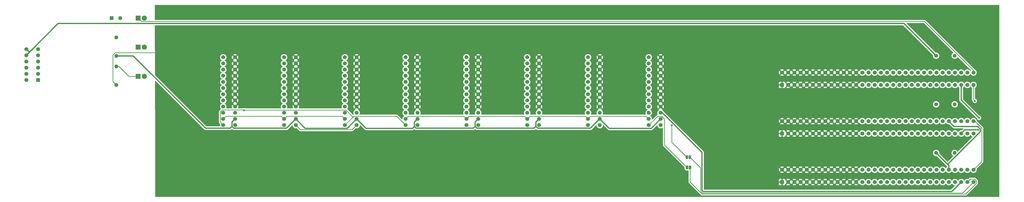
<source format=gbr>
%TF.GenerationSoftware,KiCad,Pcbnew,(6.0.7)*%
%TF.CreationDate,2023-09-04T09:41:36+01:00*%
%TF.ProjectId,CCC_rig_backplane,4343435f-7269-4675-9f62-61636b706c61,rev?*%
%TF.SameCoordinates,Original*%
%TF.FileFunction,Copper,L1,Top*%
%TF.FilePolarity,Positive*%
%FSLAX46Y46*%
G04 Gerber Fmt 4.6, Leading zero omitted, Abs format (unit mm)*
G04 Created by KiCad (PCBNEW (6.0.7)) date 2023-09-04 09:41:36*
%MOMM*%
%LPD*%
G01*
G04 APERTURE LIST*
G04 Aperture macros list*
%AMFreePoly0*
4,1,22,0.500000,-0.750000,0.000000,-0.750000,0.000000,-0.745033,-0.079941,-0.743568,-0.215256,-0.701293,-0.333266,-0.622738,-0.424486,-0.514219,-0.481581,-0.384460,-0.499164,-0.250000,-0.500000,-0.250000,-0.500000,0.250000,-0.499164,0.250000,-0.499963,0.256109,-0.478152,0.396186,-0.417904,0.524511,-0.324060,0.630769,-0.204165,0.706417,-0.067858,0.745374,0.000000,0.744959,0.000000,0.750000,
0.500000,0.750000,0.500000,-0.750000,0.500000,-0.750000,$1*%
%AMFreePoly1*
4,1,20,0.000000,0.744959,0.073905,0.744508,0.209726,0.703889,0.328688,0.626782,0.421226,0.519385,0.479903,0.390333,0.500000,0.250000,0.500000,-0.250000,0.499851,-0.262216,0.476331,-0.402017,0.414519,-0.529596,0.319384,-0.634700,0.198574,-0.708877,0.061801,-0.746166,0.000000,-0.745033,0.000000,-0.750000,-0.500000,-0.750000,-0.500000,0.750000,0.000000,0.750000,0.000000,0.744959,
0.000000,0.744959,$1*%
G04 Aperture macros list end*
%TA.AperFunction,ComponentPad*%
%ADD10C,1.638000*%
%TD*%
%TA.AperFunction,ComponentPad*%
%ADD11C,1.600000*%
%TD*%
%TA.AperFunction,ComponentPad*%
%ADD12O,1.600000X1.600000*%
%TD*%
%TA.AperFunction,SMDPad,CuDef*%
%ADD13FreePoly0,180.000000*%
%TD*%
%TA.AperFunction,SMDPad,CuDef*%
%ADD14FreePoly1,180.000000*%
%TD*%
%TA.AperFunction,ComponentPad*%
%ADD15R,2.100000X2.100000*%
%TD*%
%TA.AperFunction,ComponentPad*%
%ADD16C,2.100000*%
%TD*%
%TA.AperFunction,ComponentPad*%
%ADD17R,1.650000X1.650000*%
%TD*%
%TA.AperFunction,ComponentPad*%
%ADD18C,1.650000*%
%TD*%
%TA.AperFunction,ComponentPad*%
%ADD19R,1.638000X1.638000*%
%TD*%
%TA.AperFunction,ComponentPad*%
%ADD20R,1.600000X1.600000*%
%TD*%
%TA.AperFunction,ViaPad*%
%ADD21C,0.800000*%
%TD*%
%TA.AperFunction,Conductor*%
%ADD22C,0.250000*%
%TD*%
%TA.AperFunction,Conductor*%
%ADD23C,0.500000*%
%TD*%
G04 APERTURE END LIST*
D10*
%TO.P,J8,1,Pin_1*%
%TO.N,PWM_OE*%
X272850000Y-63837600D03*
%TO.P,J8,2,Pin_2*%
%TO.N,I2C_SCL*%
X267998000Y-63837600D03*
%TO.P,J8,3,Pin_3*%
%TO.N,+3.3V*%
X272850000Y-61297600D03*
%TO.P,J8,4,Pin_4*%
%TO.N,I2C_SDA*%
X267998000Y-61297600D03*
%TO.P,J8,5,Pin_5*%
%TO.N,+12V_GND{slash}RTN*%
X272850000Y-58757600D03*
%TO.P,J8,6,Pin_6*%
%TO.N,GNDPWR*%
X267998000Y-58757600D03*
%TO.P,J8,7,Pin_7*%
%TO.N,VCC*%
X272850000Y-56217600D03*
%TO.P,J8,8,Pin_8*%
%TO.N,GNDPWR*%
X267998000Y-56217600D03*
%TO.P,J8,9,Pin_9*%
%TO.N,VCC*%
X272850000Y-53677600D03*
%TO.P,J8,10,Pin_10*%
%TO.N,GNDPWR*%
X267998000Y-53677600D03*
%TO.P,J8,11,Pin_11*%
%TO.N,VCC*%
X272850000Y-51137600D03*
%TO.P,J8,12,Pin_12*%
%TO.N,GNDPWR*%
X267998000Y-51137600D03*
%TO.P,J8,13,Pin_13*%
%TO.N,VCC*%
X272850000Y-48597600D03*
%TO.P,J8,14,Pin_14*%
%TO.N,GNDPWR*%
X267998000Y-48597600D03*
%TO.P,J8,15,Pin_15*%
%TO.N,VCC*%
X272850000Y-46057600D03*
%TO.P,J8,16,Pin_16*%
%TO.N,GNDPWR*%
X267998000Y-46057600D03*
%TO.P,J8,17,Pin_17*%
%TO.N,VCC*%
X272850000Y-43517600D03*
%TO.P,J8,18,Pin_18*%
%TO.N,GNDPWR*%
X267998000Y-43517600D03*
%TO.P,J8,19,Pin_19*%
%TO.N,VCC*%
X272850000Y-40977600D03*
%TO.P,J8,20,Pin_20*%
%TO.N,GNDPWR*%
X267998000Y-40977600D03*
%TO.P,J8,21,Pin_21*%
%TO.N,VCC*%
X272850000Y-38437600D03*
%TO.P,J8,22,Pin_22*%
%TO.N,GNDPWR*%
X267998000Y-38437600D03*
%TO.P,J8,23,Pin_23*%
%TO.N,VCC*%
X272850000Y-35897600D03*
%TO.P,J8,24,Pin_24*%
%TO.N,GNDPWR*%
X267998000Y-35897600D03*
%TD*%
D11*
%TO.P,R4,1*%
%TO.N,+3.3V*%
X74000000Y-35310000D03*
D12*
%TO.P,R4,2*%
%TO.N,Net-(J13-Pad1)*%
X74000000Y-27690000D03*
%TD*%
D10*
%TO.P,J4,1,Pin_1*%
%TO.N,PWM_OE*%
X197850000Y-63837600D03*
%TO.P,J4,2,Pin_2*%
%TO.N,I2C_SCL*%
X192998000Y-63837600D03*
%TO.P,J4,3,Pin_3*%
%TO.N,+3.3V*%
X197850000Y-61297600D03*
%TO.P,J4,4,Pin_4*%
%TO.N,I2C_SDA*%
X192998000Y-61297600D03*
%TO.P,J4,5,Pin_5*%
%TO.N,+12V_GND{slash}RTN*%
X197850000Y-58757600D03*
%TO.P,J4,6,Pin_6*%
%TO.N,GNDPWR*%
X192998000Y-58757600D03*
%TO.P,J4,7,Pin_7*%
%TO.N,VCC*%
X197850000Y-56217600D03*
%TO.P,J4,8,Pin_8*%
%TO.N,GNDPWR*%
X192998000Y-56217600D03*
%TO.P,J4,9,Pin_9*%
%TO.N,VCC*%
X197850000Y-53677600D03*
%TO.P,J4,10,Pin_10*%
%TO.N,GNDPWR*%
X192998000Y-53677600D03*
%TO.P,J4,11,Pin_11*%
%TO.N,VCC*%
X197850000Y-51137600D03*
%TO.P,J4,12,Pin_12*%
%TO.N,GNDPWR*%
X192998000Y-51137600D03*
%TO.P,J4,13,Pin_13*%
%TO.N,VCC*%
X197850000Y-48597600D03*
%TO.P,J4,14,Pin_14*%
%TO.N,GNDPWR*%
X192998000Y-48597600D03*
%TO.P,J4,15,Pin_15*%
%TO.N,VCC*%
X197850000Y-46057600D03*
%TO.P,J4,16,Pin_16*%
%TO.N,GNDPWR*%
X192998000Y-46057600D03*
%TO.P,J4,17,Pin_17*%
%TO.N,VCC*%
X197850000Y-43517600D03*
%TO.P,J4,18,Pin_18*%
%TO.N,GNDPWR*%
X192998000Y-43517600D03*
%TO.P,J4,19,Pin_19*%
%TO.N,VCC*%
X197850000Y-40977600D03*
%TO.P,J4,20,Pin_20*%
%TO.N,GNDPWR*%
X192998000Y-40977600D03*
%TO.P,J4,21,Pin_21*%
%TO.N,VCC*%
X197850000Y-38437600D03*
%TO.P,J4,22,Pin_22*%
%TO.N,GNDPWR*%
X192998000Y-38437600D03*
%TO.P,J4,23,Pin_23*%
%TO.N,VCC*%
X197850000Y-35897600D03*
%TO.P,J4,24,Pin_24*%
%TO.N,GNDPWR*%
X192998000Y-35897600D03*
%TD*%
%TO.P,J3,1,Pin_1*%
%TO.N,PWM_OE*%
X172850000Y-63837600D03*
%TO.P,J3,2,Pin_2*%
%TO.N,I2C_SCL*%
X167998000Y-63837600D03*
%TO.P,J3,3,Pin_3*%
%TO.N,+3.3V*%
X172850000Y-61297600D03*
%TO.P,J3,4,Pin_4*%
%TO.N,I2C_SDA*%
X167998000Y-61297600D03*
%TO.P,J3,5,Pin_5*%
%TO.N,+12V_GND{slash}RTN*%
X172850000Y-58757600D03*
%TO.P,J3,6,Pin_6*%
%TO.N,GNDPWR*%
X167998000Y-58757600D03*
%TO.P,J3,7,Pin_7*%
%TO.N,VCC*%
X172850000Y-56217600D03*
%TO.P,J3,8,Pin_8*%
%TO.N,GNDPWR*%
X167998000Y-56217600D03*
%TO.P,J3,9,Pin_9*%
%TO.N,VCC*%
X172850000Y-53677600D03*
%TO.P,J3,10,Pin_10*%
%TO.N,GNDPWR*%
X167998000Y-53677600D03*
%TO.P,J3,11,Pin_11*%
%TO.N,VCC*%
X172850000Y-51137600D03*
%TO.P,J3,12,Pin_12*%
%TO.N,GNDPWR*%
X167998000Y-51137600D03*
%TO.P,J3,13,Pin_13*%
%TO.N,VCC*%
X172850000Y-48597600D03*
%TO.P,J3,14,Pin_14*%
%TO.N,GNDPWR*%
X167998000Y-48597600D03*
%TO.P,J3,15,Pin_15*%
%TO.N,VCC*%
X172850000Y-46057600D03*
%TO.P,J3,16,Pin_16*%
%TO.N,GNDPWR*%
X167998000Y-46057600D03*
%TO.P,J3,17,Pin_17*%
%TO.N,VCC*%
X172850000Y-43517600D03*
%TO.P,J3,18,Pin_18*%
%TO.N,GNDPWR*%
X167998000Y-43517600D03*
%TO.P,J3,19,Pin_19*%
%TO.N,VCC*%
X172850000Y-40977600D03*
%TO.P,J3,20,Pin_20*%
%TO.N,GNDPWR*%
X167998000Y-40977600D03*
%TO.P,J3,21,Pin_21*%
%TO.N,VCC*%
X172850000Y-38437600D03*
%TO.P,J3,22,Pin_22*%
%TO.N,GNDPWR*%
X167998000Y-38437600D03*
%TO.P,J3,23,Pin_23*%
%TO.N,VCC*%
X172850000Y-35897600D03*
%TO.P,J3,24,Pin_24*%
%TO.N,GNDPWR*%
X167998000Y-35897600D03*
%TD*%
%TO.P,J2,1,Pin_1*%
%TO.N,PWM_OE*%
X147850000Y-63837600D03*
%TO.P,J2,2,Pin_2*%
%TO.N,I2C_SCL*%
X142998000Y-63837600D03*
%TO.P,J2,3,Pin_3*%
%TO.N,+3.3V*%
X147850000Y-61297600D03*
%TO.P,J2,4,Pin_4*%
%TO.N,I2C_SDA*%
X142998000Y-61297600D03*
%TO.P,J2,5,Pin_5*%
%TO.N,+12V_GND{slash}RTN*%
X147850000Y-58757600D03*
%TO.P,J2,6,Pin_6*%
%TO.N,GNDPWR*%
X142998000Y-58757600D03*
%TO.P,J2,7,Pin_7*%
%TO.N,VCC*%
X147850000Y-56217600D03*
%TO.P,J2,8,Pin_8*%
%TO.N,GNDPWR*%
X142998000Y-56217600D03*
%TO.P,J2,9,Pin_9*%
%TO.N,VCC*%
X147850000Y-53677600D03*
%TO.P,J2,10,Pin_10*%
%TO.N,GNDPWR*%
X142998000Y-53677600D03*
%TO.P,J2,11,Pin_11*%
%TO.N,VCC*%
X147850000Y-51137600D03*
%TO.P,J2,12,Pin_12*%
%TO.N,GNDPWR*%
X142998000Y-51137600D03*
%TO.P,J2,13,Pin_13*%
%TO.N,VCC*%
X147850000Y-48597600D03*
%TO.P,J2,14,Pin_14*%
%TO.N,GNDPWR*%
X142998000Y-48597600D03*
%TO.P,J2,15,Pin_15*%
%TO.N,VCC*%
X147850000Y-46057600D03*
%TO.P,J2,16,Pin_16*%
%TO.N,GNDPWR*%
X142998000Y-46057600D03*
%TO.P,J2,17,Pin_17*%
%TO.N,VCC*%
X147850000Y-43517600D03*
%TO.P,J2,18,Pin_18*%
%TO.N,GNDPWR*%
X142998000Y-43517600D03*
%TO.P,J2,19,Pin_19*%
%TO.N,VCC*%
X147850000Y-40977600D03*
%TO.P,J2,20,Pin_20*%
%TO.N,GNDPWR*%
X142998000Y-40977600D03*
%TO.P,J2,21,Pin_21*%
%TO.N,VCC*%
X147850000Y-38437600D03*
%TO.P,J2,22,Pin_22*%
%TO.N,GNDPWR*%
X142998000Y-38437600D03*
%TO.P,J2,23,Pin_23*%
%TO.N,VCC*%
X147850000Y-35897600D03*
%TO.P,J2,24,Pin_24*%
%TO.N,GNDPWR*%
X142998000Y-35897600D03*
%TD*%
D13*
%TO.P,JP1,1,A*%
%TO.N,PSU_SDA*%
X310000000Y-81250000D03*
D14*
%TO.P,JP1,2,B*%
%TO.N,I2C_SCL*%
X308700000Y-81250000D03*
%TD*%
D15*
%TO.P,J14,1,Pin_1*%
%TO.N,Net-(J14-Pad1)*%
X83000000Y-43750000D03*
D16*
%TO.P,J14,2,Pin_2*%
%TO.N,+12V_GND{slash}RTN*%
X85500000Y-43750000D03*
%TD*%
D17*
%TO.P,J15,1,1*%
%TO.N,VCC*%
X347788800Y-47259500D03*
D18*
%TO.P,J15,2,2*%
X350328800Y-47259500D03*
%TO.P,J15,3,3*%
X352868800Y-47259500D03*
%TO.P,J15,4,4*%
X355408800Y-47259500D03*
%TO.P,J15,5,5*%
X357948800Y-47259500D03*
%TO.P,J15,6,6*%
X360488800Y-47259500D03*
%TO.P,J15,7,7*%
X363028800Y-47259500D03*
%TO.P,J15,8,8*%
X365568800Y-47259500D03*
%TO.P,J15,9,9*%
X368108800Y-47259500D03*
%TO.P,J15,10,10*%
X370648800Y-47259500D03*
%TO.P,J15,11,11*%
X373188800Y-47259500D03*
%TO.P,J15,12,12*%
X375728800Y-47259500D03*
%TO.P,J15,13,13*%
X378268800Y-47259500D03*
%TO.P,J15,14,14*%
%TO.N,GNDPWR*%
X380808800Y-47259500D03*
%TO.P,J15,15,15*%
X383348800Y-47259500D03*
%TO.P,J15,16,16*%
X385888800Y-47259500D03*
%TO.P,J15,17,17*%
X388428800Y-47259500D03*
%TO.P,J15,18,18*%
X390968800Y-47259500D03*
%TO.P,J15,19,19*%
X393508800Y-47259500D03*
%TO.P,J15,20,20*%
X396048800Y-47259500D03*
%TO.P,J15,21,21*%
X398588800Y-47259500D03*
%TO.P,J15,22,22*%
X401128800Y-47259500D03*
%TO.P,J15,23,23*%
X403668800Y-47259500D03*
%TO.P,J15,24,24*%
X406208800Y-47259500D03*
%TO.P,J15,25,25*%
X408748800Y-47259500D03*
%TO.P,J15,26,26*%
X411288800Y-47259500D03*
%TO.P,J15,27,27*%
%TO.N,PSU_2_ADDR*%
X413828800Y-47259500D03*
%TO.P,J15,28,28*%
%TO.N,unconnected-(J15-Pad28)*%
X416368800Y-47259500D03*
%TO.P,J15,29,29*%
%TO.N,unconnected-(J15-Pad29)*%
X418908800Y-47259500D03*
%TO.P,J15,30,30*%
%TO.N,+12V_GND{slash}RTN*%
X421448800Y-47259500D03*
%TO.P,J15,31,31*%
%TO.N,PSU_SDA*%
X423988800Y-47259500D03*
%TO.P,J15,32,32*%
%TO.N,PSU_SCL*%
X426528800Y-47259500D03*
%TO.P,J15,33,33*%
%TO.N,PSU_0_PSON#*%
X426528800Y-42179500D03*
%TO.P,J15,34,34*%
%TO.N,PSU_2_IMONITOR*%
X423988800Y-42179500D03*
%TO.P,J15,35,35*%
%TO.N,PSU_2_PSOK*%
X421448800Y-42179500D03*
%TO.P,J15,36,36*%
%TO.N,PSU_2_PRESENT#*%
X418908800Y-42179500D03*
%TO.P,J15,37,37*%
%TO.N,12V_SB*%
X416368800Y-42179500D03*
%TO.P,J15,38,38*%
%TO.N,PSU_2_PSINTERRUPT*%
X413828800Y-42179500D03*
%TO.P,J15,39,39*%
%TO.N,GNDPWR*%
X411288800Y-42179500D03*
%TO.P,J15,40,40*%
X408748800Y-42179500D03*
%TO.P,J15,41,41*%
X406208800Y-42179500D03*
%TO.P,J15,42,42*%
X403668800Y-42179500D03*
%TO.P,J15,43,43*%
X401128800Y-42179500D03*
%TO.P,J15,44,44*%
X398588800Y-42179500D03*
%TO.P,J15,45,45*%
X396048800Y-42179500D03*
%TO.P,J15,46,46*%
X393508800Y-42179500D03*
%TO.P,J15,47,47*%
X390968800Y-42179500D03*
%TO.P,J15,48,48*%
X388428800Y-42179500D03*
%TO.P,J15,49,49*%
X385888800Y-42179500D03*
%TO.P,J15,50,50*%
X383348800Y-42179500D03*
%TO.P,J15,51,51*%
X380808800Y-42179500D03*
%TO.P,J15,52,52*%
%TO.N,VCC*%
X378268800Y-42179500D03*
%TO.P,J15,53,53*%
X375728800Y-42179500D03*
%TO.P,J15,54,54*%
X373188800Y-42179500D03*
%TO.P,J15,55,55*%
X370648800Y-42179500D03*
%TO.P,J15,56,56*%
X368108800Y-42179500D03*
%TO.P,J15,57,57*%
X365568800Y-42179500D03*
%TO.P,J15,58,58*%
X363028800Y-42179500D03*
%TO.P,J15,59,59*%
X360488800Y-42179500D03*
%TO.P,J15,60,60*%
X357948800Y-42179500D03*
%TO.P,J15,61,61*%
X355408800Y-42179500D03*
%TO.P,J15,62,62*%
X352868800Y-42179500D03*
%TO.P,J15,63,63*%
X350328800Y-42179500D03*
%TO.P,J15,64,64*%
X347788800Y-42179500D03*
%TD*%
D15*
%TO.P,J13,1,Pin_1*%
%TO.N,Net-(J13-Pad1)*%
X83000000Y-31750000D03*
D16*
%TO.P,J13,2,Pin_2*%
%TO.N,+12V_GND{slash}RTN*%
X85500000Y-31750000D03*
%TD*%
D10*
%TO.P,J1,1,Pin_1*%
%TO.N,PWM_OE*%
X122850000Y-63837600D03*
%TO.P,J1,2,Pin_2*%
%TO.N,I2C_SCL*%
X117998000Y-63837600D03*
%TO.P,J1,3,Pin_3*%
%TO.N,+3.3V*%
X122850000Y-61297600D03*
%TO.P,J1,4,Pin_4*%
%TO.N,I2C_SDA*%
X117998000Y-61297600D03*
%TO.P,J1,5,Pin_5*%
%TO.N,+12V_GND{slash}RTN*%
X122850000Y-58757600D03*
%TO.P,J1,6,Pin_6*%
%TO.N,GNDPWR*%
X117998000Y-58757600D03*
%TO.P,J1,7,Pin_7*%
%TO.N,VCC*%
X122850000Y-56217600D03*
%TO.P,J1,8,Pin_8*%
%TO.N,GNDPWR*%
X117998000Y-56217600D03*
%TO.P,J1,9,Pin_9*%
%TO.N,VCC*%
X122850000Y-53677600D03*
%TO.P,J1,10,Pin_10*%
%TO.N,GNDPWR*%
X117998000Y-53677600D03*
%TO.P,J1,11,Pin_11*%
%TO.N,VCC*%
X122850000Y-51137600D03*
%TO.P,J1,12,Pin_12*%
%TO.N,GNDPWR*%
X117998000Y-51137600D03*
%TO.P,J1,13,Pin_13*%
%TO.N,VCC*%
X122850000Y-48597600D03*
%TO.P,J1,14,Pin_14*%
%TO.N,GNDPWR*%
X117998000Y-48597600D03*
%TO.P,J1,15,Pin_15*%
%TO.N,VCC*%
X122850000Y-46057600D03*
%TO.P,J1,16,Pin_16*%
%TO.N,GNDPWR*%
X117998000Y-46057600D03*
%TO.P,J1,17,Pin_17*%
%TO.N,VCC*%
X122850000Y-43517600D03*
%TO.P,J1,18,Pin_18*%
%TO.N,GNDPWR*%
X117998000Y-43517600D03*
%TO.P,J1,19,Pin_19*%
%TO.N,VCC*%
X122850000Y-40977600D03*
%TO.P,J1,20,Pin_20*%
%TO.N,GNDPWR*%
X117998000Y-40977600D03*
%TO.P,J1,21,Pin_21*%
%TO.N,VCC*%
X122850000Y-38437600D03*
%TO.P,J1,22,Pin_22*%
%TO.N,GNDPWR*%
X117998000Y-38437600D03*
%TO.P,J1,23,Pin_23*%
%TO.N,VCC*%
X122850000Y-35897600D03*
%TO.P,J1,24,Pin_24*%
%TO.N,GNDPWR*%
X117998000Y-35897600D03*
%TD*%
D11*
%TO.P,R3,1*%
%TO.N,12V_SB*%
X411190000Y-35250000D03*
D12*
%TO.P,R3,2*%
%TO.N,PSU_2_PRESENT#*%
X418810000Y-35250000D03*
%TD*%
D17*
%TO.P,J11,1,1*%
%TO.N,VCC*%
X347788800Y-87259500D03*
D18*
%TO.P,J11,2,2*%
X350328800Y-87259500D03*
%TO.P,J11,3,3*%
X352868800Y-87259500D03*
%TO.P,J11,4,4*%
X355408800Y-87259500D03*
%TO.P,J11,5,5*%
X357948800Y-87259500D03*
%TO.P,J11,6,6*%
X360488800Y-87259500D03*
%TO.P,J11,7,7*%
X363028800Y-87259500D03*
%TO.P,J11,8,8*%
X365568800Y-87259500D03*
%TO.P,J11,9,9*%
X368108800Y-87259500D03*
%TO.P,J11,10,10*%
X370648800Y-87259500D03*
%TO.P,J11,11,11*%
X373188800Y-87259500D03*
%TO.P,J11,12,12*%
X375728800Y-87259500D03*
%TO.P,J11,13,13*%
X378268800Y-87259500D03*
%TO.P,J11,14,14*%
%TO.N,GNDPWR*%
X380808800Y-87259500D03*
%TO.P,J11,15,15*%
X383348800Y-87259500D03*
%TO.P,J11,16,16*%
X385888800Y-87259500D03*
%TO.P,J11,17,17*%
X388428800Y-87259500D03*
%TO.P,J11,18,18*%
X390968800Y-87259500D03*
%TO.P,J11,19,19*%
X393508800Y-87259500D03*
%TO.P,J11,20,20*%
X396048800Y-87259500D03*
%TO.P,J11,21,21*%
X398588800Y-87259500D03*
%TO.P,J11,22,22*%
X401128800Y-87259500D03*
%TO.P,J11,23,23*%
X403668800Y-87259500D03*
%TO.P,J11,24,24*%
X406208800Y-87259500D03*
%TO.P,J11,25,25*%
X408748800Y-87259500D03*
%TO.P,J11,26,26*%
X411288800Y-87259500D03*
%TO.P,J11,27,27*%
%TO.N,PSU_1_ADDR*%
X413828800Y-87259500D03*
%TO.P,J11,28,28*%
%TO.N,unconnected-(J11-Pad28)*%
X416368800Y-87259500D03*
%TO.P,J11,29,29*%
%TO.N,unconnected-(J11-Pad29)*%
X418908800Y-87259500D03*
%TO.P,J11,30,30*%
%TO.N,+12V_GND{slash}RTN*%
X421448800Y-87259500D03*
%TO.P,J11,31,31*%
%TO.N,PSU_SDA*%
X423988800Y-87259500D03*
%TO.P,J11,32,32*%
%TO.N,PSU_SCL*%
X426528800Y-87259500D03*
%TO.P,J11,33,33*%
%TO.N,PSU_0_PSON#*%
X426528800Y-82179500D03*
%TO.P,J11,34,34*%
%TO.N,PSU_1_IMONITOR*%
X423988800Y-82179500D03*
%TO.P,J11,35,35*%
%TO.N,PSU_1_PSOK*%
X421448800Y-82179500D03*
%TO.P,J11,36,36*%
%TO.N,PSU_1_PRESENT#*%
X418908800Y-82179500D03*
%TO.P,J11,37,37*%
%TO.N,12V_SB*%
X416368800Y-82179500D03*
%TO.P,J11,38,38*%
%TO.N,PSU_1_PSINTERRUPT*%
X413828800Y-82179500D03*
%TO.P,J11,39,39*%
%TO.N,GNDPWR*%
X411288800Y-82179500D03*
%TO.P,J11,40,40*%
X408748800Y-82179500D03*
%TO.P,J11,41,41*%
X406208800Y-82179500D03*
%TO.P,J11,42,42*%
X403668800Y-82179500D03*
%TO.P,J11,43,43*%
X401128800Y-82179500D03*
%TO.P,J11,44,44*%
X398588800Y-82179500D03*
%TO.P,J11,45,45*%
X396048800Y-82179500D03*
%TO.P,J11,46,46*%
X393508800Y-82179500D03*
%TO.P,J11,47,47*%
X390968800Y-82179500D03*
%TO.P,J11,48,48*%
X388428800Y-82179500D03*
%TO.P,J11,49,49*%
X385888800Y-82179500D03*
%TO.P,J11,50,50*%
X383348800Y-82179500D03*
%TO.P,J11,51,51*%
X380808800Y-82179500D03*
%TO.P,J11,52,52*%
%TO.N,VCC*%
X378268800Y-82179500D03*
%TO.P,J11,53,53*%
X375728800Y-82179500D03*
%TO.P,J11,54,54*%
X373188800Y-82179500D03*
%TO.P,J11,55,55*%
X370648800Y-82179500D03*
%TO.P,J11,56,56*%
X368108800Y-82179500D03*
%TO.P,J11,57,57*%
X365568800Y-82179500D03*
%TO.P,J11,58,58*%
X363028800Y-82179500D03*
%TO.P,J11,59,59*%
X360488800Y-82179500D03*
%TO.P,J11,60,60*%
X357948800Y-82179500D03*
%TO.P,J11,61,61*%
X355408800Y-82179500D03*
%TO.P,J11,62,62*%
X352868800Y-82179500D03*
%TO.P,J11,63,63*%
X350328800Y-82179500D03*
%TO.P,J11,64,64*%
X347788800Y-82179500D03*
%TD*%
D17*
%TO.P,J10,1,1*%
%TO.N,VCC*%
X347788800Y-67259500D03*
D18*
%TO.P,J10,2,2*%
X350328800Y-67259500D03*
%TO.P,J10,3,3*%
X352868800Y-67259500D03*
%TO.P,J10,4,4*%
X355408800Y-67259500D03*
%TO.P,J10,5,5*%
X357948800Y-67259500D03*
%TO.P,J10,6,6*%
X360488800Y-67259500D03*
%TO.P,J10,7,7*%
X363028800Y-67259500D03*
%TO.P,J10,8,8*%
X365568800Y-67259500D03*
%TO.P,J10,9,9*%
X368108800Y-67259500D03*
%TO.P,J10,10,10*%
X370648800Y-67259500D03*
%TO.P,J10,11,11*%
X373188800Y-67259500D03*
%TO.P,J10,12,12*%
X375728800Y-67259500D03*
%TO.P,J10,13,13*%
X378268800Y-67259500D03*
%TO.P,J10,14,14*%
%TO.N,GNDPWR*%
X380808800Y-67259500D03*
%TO.P,J10,15,15*%
X383348800Y-67259500D03*
%TO.P,J10,16,16*%
X385888800Y-67259500D03*
%TO.P,J10,17,17*%
X388428800Y-67259500D03*
%TO.P,J10,18,18*%
X390968800Y-67259500D03*
%TO.P,J10,19,19*%
X393508800Y-67259500D03*
%TO.P,J10,20,20*%
X396048800Y-67259500D03*
%TO.P,J10,21,21*%
X398588800Y-67259500D03*
%TO.P,J10,22,22*%
X401128800Y-67259500D03*
%TO.P,J10,23,23*%
X403668800Y-67259500D03*
%TO.P,J10,24,24*%
X406208800Y-67259500D03*
%TO.P,J10,25,25*%
X408748800Y-67259500D03*
%TO.P,J10,26,26*%
X411288800Y-67259500D03*
%TO.P,J10,27,27*%
%TO.N,PSU_0_ADDR*%
X413828800Y-67259500D03*
%TO.P,J10,28,28*%
%TO.N,unconnected-(J10-Pad28)*%
X416368800Y-67259500D03*
%TO.P,J10,29,29*%
%TO.N,unconnected-(J10-Pad29)*%
X418908800Y-67259500D03*
%TO.P,J10,30,30*%
%TO.N,+12V_GND{slash}RTN*%
X421448800Y-67259500D03*
%TO.P,J10,31,31*%
%TO.N,PSU_SDA*%
X423988800Y-67259500D03*
%TO.P,J10,32,32*%
%TO.N,PSU_SCL*%
X426528800Y-67259500D03*
%TO.P,J10,33,33*%
%TO.N,PSU_0_PSON#*%
X426528800Y-62179500D03*
%TO.P,J10,34,34*%
%TO.N,PSU_0_IMONITOR*%
X423988800Y-62179500D03*
%TO.P,J10,35,35*%
%TO.N,PSU_0_PSOK*%
X421448800Y-62179500D03*
%TO.P,J10,36,36*%
%TO.N,PSU_0_PRESENT#*%
X418908800Y-62179500D03*
%TO.P,J10,37,37*%
%TO.N,12V_SB*%
X416368800Y-62179500D03*
%TO.P,J10,38,38*%
%TO.N,PSU_0_PSINTERRUPT*%
X413828800Y-62179500D03*
%TO.P,J10,39,39*%
%TO.N,GNDPWR*%
X411288800Y-62179500D03*
%TO.P,J10,40,40*%
X408748800Y-62179500D03*
%TO.P,J10,41,41*%
X406208800Y-62179500D03*
%TO.P,J10,42,42*%
X403668800Y-62179500D03*
%TO.P,J10,43,43*%
X401128800Y-62179500D03*
%TO.P,J10,44,44*%
X398588800Y-62179500D03*
%TO.P,J10,45,45*%
X396048800Y-62179500D03*
%TO.P,J10,46,46*%
X393508800Y-62179500D03*
%TO.P,J10,47,47*%
X390968800Y-62179500D03*
%TO.P,J10,48,48*%
X388428800Y-62179500D03*
%TO.P,J10,49,49*%
X385888800Y-62179500D03*
%TO.P,J10,50,50*%
X383348800Y-62179500D03*
%TO.P,J10,51,51*%
X380808800Y-62179500D03*
%TO.P,J10,52,52*%
%TO.N,VCC*%
X378268800Y-62179500D03*
%TO.P,J10,53,53*%
X375728800Y-62179500D03*
%TO.P,J10,54,54*%
X373188800Y-62179500D03*
%TO.P,J10,55,55*%
X370648800Y-62179500D03*
%TO.P,J10,56,56*%
X368108800Y-62179500D03*
%TO.P,J10,57,57*%
X365568800Y-62179500D03*
%TO.P,J10,58,58*%
X363028800Y-62179500D03*
%TO.P,J10,59,59*%
X360488800Y-62179500D03*
%TO.P,J10,60,60*%
X357948800Y-62179500D03*
%TO.P,J10,61,61*%
X355408800Y-62179500D03*
%TO.P,J10,62,62*%
X352868800Y-62179500D03*
%TO.P,J10,63,63*%
X350328800Y-62179500D03*
%TO.P,J10,64,64*%
X347788800Y-62179500D03*
%TD*%
D10*
%TO.P,J6,1,Pin_1*%
%TO.N,PWM_OE*%
X222850000Y-63837600D03*
%TO.P,J6,2,Pin_2*%
%TO.N,I2C_SCL*%
X217998000Y-63837600D03*
%TO.P,J6,3,Pin_3*%
%TO.N,+3.3V*%
X222850000Y-61297600D03*
%TO.P,J6,4,Pin_4*%
%TO.N,I2C_SDA*%
X217998000Y-61297600D03*
%TO.P,J6,5,Pin_5*%
%TO.N,+12V_GND{slash}RTN*%
X222850000Y-58757600D03*
%TO.P,J6,6,Pin_6*%
%TO.N,GNDPWR*%
X217998000Y-58757600D03*
%TO.P,J6,7,Pin_7*%
%TO.N,VCC*%
X222850000Y-56217600D03*
%TO.P,J6,8,Pin_8*%
%TO.N,GNDPWR*%
X217998000Y-56217600D03*
%TO.P,J6,9,Pin_9*%
%TO.N,VCC*%
X222850000Y-53677600D03*
%TO.P,J6,10,Pin_10*%
%TO.N,GNDPWR*%
X217998000Y-53677600D03*
%TO.P,J6,11,Pin_11*%
%TO.N,VCC*%
X222850000Y-51137600D03*
%TO.P,J6,12,Pin_12*%
%TO.N,GNDPWR*%
X217998000Y-51137600D03*
%TO.P,J6,13,Pin_13*%
%TO.N,VCC*%
X222850000Y-48597600D03*
%TO.P,J6,14,Pin_14*%
%TO.N,GNDPWR*%
X217998000Y-48597600D03*
%TO.P,J6,15,Pin_15*%
%TO.N,VCC*%
X222850000Y-46057600D03*
%TO.P,J6,16,Pin_16*%
%TO.N,GNDPWR*%
X217998000Y-46057600D03*
%TO.P,J6,17,Pin_17*%
%TO.N,VCC*%
X222850000Y-43517600D03*
%TO.P,J6,18,Pin_18*%
%TO.N,GNDPWR*%
X217998000Y-43517600D03*
%TO.P,J6,19,Pin_19*%
%TO.N,VCC*%
X222850000Y-40977600D03*
%TO.P,J6,20,Pin_20*%
%TO.N,GNDPWR*%
X217998000Y-40977600D03*
%TO.P,J6,21,Pin_21*%
%TO.N,VCC*%
X222850000Y-38437600D03*
%TO.P,J6,22,Pin_22*%
%TO.N,GNDPWR*%
X217998000Y-38437600D03*
%TO.P,J6,23,Pin_23*%
%TO.N,VCC*%
X222850000Y-35897600D03*
%TO.P,J6,24,Pin_24*%
%TO.N,GNDPWR*%
X217998000Y-35897600D03*
%TD*%
D19*
%TO.P,J5,1,Pin_1*%
%TO.N,PWM_OE*%
X41875500Y-45217600D03*
D10*
%TO.P,J5,2,Pin_2*%
%TO.N,I2C_SCL*%
X37024500Y-45217600D03*
%TO.P,J5,3,Pin_3*%
%TO.N,+3.3V*%
X41875500Y-42677600D03*
%TO.P,J5,4,Pin_4*%
%TO.N,I2C_SDA*%
X37024500Y-42677600D03*
%TO.P,J5,5,Pin_5*%
%TO.N,+12V_GND{slash}RTN*%
X41875500Y-40137600D03*
%TO.P,J5,6,Pin_6*%
%TO.N,12V_SB*%
X37024500Y-40137600D03*
%TO.P,J5,7,Pin_7*%
%TO.N,+12V_GND{slash}RTN*%
X41875500Y-37597600D03*
%TO.P,J5,8,Pin_8*%
%TO.N,12V_SB*%
X37024500Y-37597600D03*
%TO.P,J5,9,Pin_9*%
%TO.N,+12V_GND{slash}RTN*%
X41875500Y-35057600D03*
%TO.P,J5,10,Pin_10*%
%TO.N,12V_SB*%
X37024500Y-35057600D03*
%TO.P,J5,11,Pin_11*%
%TO.N,+12V_GND{slash}RTN*%
X41875500Y-32517600D03*
%TO.P,J5,12,Pin_12*%
%TO.N,12V_SB*%
X37024500Y-32517600D03*
%TD*%
D11*
%TO.P,R1,1*%
%TO.N,12V_SB*%
X411190000Y-55250000D03*
D12*
%TO.P,R1,2*%
%TO.N,PSU_0_PRESENT#*%
X418810000Y-55250000D03*
%TD*%
D10*
%TO.P,J9,1,Pin_1*%
%TO.N,PWM_OE*%
X297850000Y-63837600D03*
%TO.P,J9,2,Pin_2*%
%TO.N,I2C_SCL*%
X292998000Y-63837600D03*
%TO.P,J9,3,Pin_3*%
%TO.N,+3.3V*%
X297850000Y-61297600D03*
%TO.P,J9,4,Pin_4*%
%TO.N,I2C_SDA*%
X292998000Y-61297600D03*
%TO.P,J9,5,Pin_5*%
%TO.N,+12V_GND{slash}RTN*%
X297850000Y-58757600D03*
%TO.P,J9,6,Pin_6*%
%TO.N,GNDPWR*%
X292998000Y-58757600D03*
%TO.P,J9,7,Pin_7*%
%TO.N,VCC*%
X297850000Y-56217600D03*
%TO.P,J9,8,Pin_8*%
%TO.N,GNDPWR*%
X292998000Y-56217600D03*
%TO.P,J9,9,Pin_9*%
%TO.N,VCC*%
X297850000Y-53677600D03*
%TO.P,J9,10,Pin_10*%
%TO.N,GNDPWR*%
X292998000Y-53677600D03*
%TO.P,J9,11,Pin_11*%
%TO.N,VCC*%
X297850000Y-51137600D03*
%TO.P,J9,12,Pin_12*%
%TO.N,GNDPWR*%
X292998000Y-51137600D03*
%TO.P,J9,13,Pin_13*%
%TO.N,VCC*%
X297850000Y-48597600D03*
%TO.P,J9,14,Pin_14*%
%TO.N,GNDPWR*%
X292998000Y-48597600D03*
%TO.P,J9,15,Pin_15*%
%TO.N,VCC*%
X297850000Y-46057600D03*
%TO.P,J9,16,Pin_16*%
%TO.N,GNDPWR*%
X292998000Y-46057600D03*
%TO.P,J9,17,Pin_17*%
%TO.N,VCC*%
X297850000Y-43517600D03*
%TO.P,J9,18,Pin_18*%
%TO.N,GNDPWR*%
X292998000Y-43517600D03*
%TO.P,J9,19,Pin_19*%
%TO.N,VCC*%
X297850000Y-40977600D03*
%TO.P,J9,20,Pin_20*%
%TO.N,GNDPWR*%
X292998000Y-40977600D03*
%TO.P,J9,21,Pin_21*%
%TO.N,VCC*%
X297850000Y-38437600D03*
%TO.P,J9,22,Pin_22*%
%TO.N,GNDPWR*%
X292998000Y-38437600D03*
%TO.P,J9,23,Pin_23*%
%TO.N,VCC*%
X297850000Y-35897600D03*
%TO.P,J9,24,Pin_24*%
%TO.N,GNDPWR*%
X292998000Y-35897600D03*
%TD*%
D11*
%TO.P,R2,1*%
%TO.N,12V_SB*%
X411190000Y-75250000D03*
D12*
%TO.P,R2,2*%
%TO.N,PSU_1_PRESENT#*%
X418810000Y-75250000D03*
%TD*%
D20*
%TO.P,C1,1*%
%TO.N,PSU_0_PSON#*%
X72097300Y-19750000D03*
D11*
%TO.P,C1,2*%
%TO.N,+12V_GND{slash}RTN*%
X75597300Y-19750000D03*
%TD*%
D13*
%TO.P,JP2,1,A*%
%TO.N,PSU_SCL*%
X309900000Y-77000000D03*
D14*
%TO.P,JP2,2,B*%
%TO.N,I2C_SDA*%
X308600000Y-77000000D03*
%TD*%
D11*
%TO.P,R5,1*%
%TO.N,VCC*%
X74000000Y-47310000D03*
D12*
%TO.P,R5,2*%
%TO.N,Net-(J14-Pad1)*%
X74000000Y-39690000D03*
%TD*%
D15*
%TO.P,J12,1,Pin_1*%
%TO.N,PSU_0_PSON#*%
X83000000Y-19750000D03*
D16*
%TO.P,J12,2,Pin_2*%
%TO.N,+12V_GND{slash}RTN*%
X85500000Y-19750000D03*
%TD*%
D10*
%TO.P,J7,1,Pin_1*%
%TO.N,PWM_OE*%
X247850000Y-63837600D03*
%TO.P,J7,2,Pin_2*%
%TO.N,I2C_SCL*%
X242998000Y-63837600D03*
%TO.P,J7,3,Pin_3*%
%TO.N,+3.3V*%
X247850000Y-61297600D03*
%TO.P,J7,4,Pin_4*%
%TO.N,I2C_SDA*%
X242998000Y-61297600D03*
%TO.P,J7,5,Pin_5*%
%TO.N,+12V_GND{slash}RTN*%
X247850000Y-58757600D03*
%TO.P,J7,6,Pin_6*%
%TO.N,GNDPWR*%
X242998000Y-58757600D03*
%TO.P,J7,7,Pin_7*%
%TO.N,VCC*%
X247850000Y-56217600D03*
%TO.P,J7,8,Pin_8*%
%TO.N,GNDPWR*%
X242998000Y-56217600D03*
%TO.P,J7,9,Pin_9*%
%TO.N,VCC*%
X247850000Y-53677600D03*
%TO.P,J7,10,Pin_10*%
%TO.N,GNDPWR*%
X242998000Y-53677600D03*
%TO.P,J7,11,Pin_11*%
%TO.N,VCC*%
X247850000Y-51137600D03*
%TO.P,J7,12,Pin_12*%
%TO.N,GNDPWR*%
X242998000Y-51137600D03*
%TO.P,J7,13,Pin_13*%
%TO.N,VCC*%
X247850000Y-48597600D03*
%TO.P,J7,14,Pin_14*%
%TO.N,GNDPWR*%
X242998000Y-48597600D03*
%TO.P,J7,15,Pin_15*%
%TO.N,VCC*%
X247850000Y-46057600D03*
%TO.P,J7,16,Pin_16*%
%TO.N,GNDPWR*%
X242998000Y-46057600D03*
%TO.P,J7,17,Pin_17*%
%TO.N,VCC*%
X247850000Y-43517600D03*
%TO.P,J7,18,Pin_18*%
%TO.N,GNDPWR*%
X242998000Y-43517600D03*
%TO.P,J7,19,Pin_19*%
%TO.N,VCC*%
X247850000Y-40977600D03*
%TO.P,J7,20,Pin_20*%
%TO.N,GNDPWR*%
X242998000Y-40977600D03*
%TO.P,J7,21,Pin_21*%
%TO.N,VCC*%
X247850000Y-38437600D03*
%TO.P,J7,22,Pin_22*%
%TO.N,GNDPWR*%
X242998000Y-38437600D03*
%TO.P,J7,23,Pin_23*%
%TO.N,VCC*%
X247850000Y-35897600D03*
%TO.P,J7,24,Pin_24*%
%TO.N,GNDPWR*%
X242998000Y-35897600D03*
%TD*%
D21*
%TO.N,+12V_GND{slash}RTN*%
X428814100Y-60825100D03*
X428482200Y-65745900D03*
%TO.N,I2C_SCL*%
X126538300Y-57686100D03*
%TO.N,I2C_SDA*%
X302455400Y-63919500D03*
%TO.N,PSU_SCL*%
X427112100Y-53867000D03*
%TD*%
D22*
%TO.N,PSU_0_PSON#*%
X429949700Y-65093100D02*
X429949700Y-78758600D01*
X426528800Y-41304900D02*
X406375600Y-21151700D01*
X429949700Y-78758600D02*
X426528800Y-82179500D01*
X427036100Y-62179500D02*
X429949700Y-65093100D01*
X406375600Y-21151700D02*
X84401700Y-21151700D01*
X426528800Y-62179500D02*
X427036100Y-62179500D01*
X426528800Y-42179500D02*
X426528800Y-41304900D01*
X84401700Y-21151700D02*
X83000000Y-19750000D01*
D23*
%TO.N,+12V_GND{slash}RTN*%
X314853900Y-90681200D02*
X315294900Y-91122200D01*
X298565100Y-58757600D02*
X314853900Y-75046400D01*
X417586100Y-91122200D02*
X421448800Y-87259500D01*
X421448800Y-87259500D02*
X421678300Y-87489000D01*
X422962400Y-65745900D02*
X428482200Y-65745900D01*
X297850000Y-58757600D02*
X298565100Y-58757600D01*
X421448800Y-53459800D02*
X421448800Y-47259500D01*
X314853900Y-75046400D02*
X314853900Y-90681200D01*
X421448800Y-67259500D02*
X422962400Y-65745900D01*
X315294900Y-91122200D02*
X417586100Y-91122200D01*
X428814100Y-60825100D02*
X421448800Y-53459800D01*
D22*
%TO.N,PWM_OE*%
X147850000Y-63837600D02*
X149710000Y-65697600D01*
X170990000Y-65697600D02*
X172850000Y-63837600D01*
X149710000Y-65697600D02*
X170990000Y-65697600D01*
%TO.N,I2C_SCL*%
X116851500Y-58264200D02*
X117565300Y-57550400D01*
X126637600Y-57586800D02*
X126538300Y-57686100D01*
X171349900Y-60485700D02*
X168450900Y-57586800D01*
X117998000Y-63837600D02*
X116851500Y-62691100D01*
X167998000Y-63837600D02*
X171349900Y-60485700D01*
X296699000Y-60136600D02*
X298322600Y-60136600D01*
X126402600Y-57550400D02*
X126538300Y-57686100D01*
X116851500Y-62691100D02*
X116851500Y-58264200D01*
X292998000Y-63837600D02*
X296699000Y-60136600D01*
X171349900Y-60485700D02*
X171683900Y-60151700D01*
X299418100Y-71968100D02*
X308700000Y-81250000D01*
X298322600Y-60136600D02*
X299418100Y-61232100D01*
X117565300Y-57550400D02*
X126402600Y-57550400D01*
X189312100Y-60151700D02*
X192998000Y-63837600D01*
X171683900Y-60151700D02*
X189312100Y-60151700D01*
X299418100Y-61232100D02*
X299418100Y-71968100D01*
X168450900Y-57586800D02*
X126637600Y-57586800D01*
D23*
%TO.N,+3.3V*%
X245834600Y-65108500D02*
X246579100Y-64364000D01*
X121579100Y-64364000D02*
X120834600Y-65108500D01*
X247323600Y-65108500D02*
X269039100Y-65108500D01*
X120834600Y-65108500D02*
X110746600Y-65108500D01*
X121579100Y-64364000D02*
X122323600Y-65108500D01*
X169031500Y-65116100D02*
X151668500Y-65116100D01*
X222323600Y-65108500D02*
X245834600Y-65108500D01*
X197323600Y-65108500D02*
X220834600Y-65108500D01*
X151668500Y-65116100D02*
X147850000Y-61297600D01*
X221579100Y-62568500D02*
X221579100Y-64364000D01*
X144039100Y-65108500D02*
X147850000Y-61297600D01*
X122323600Y-65108500D02*
X144039100Y-65108500D01*
X196579100Y-62568500D02*
X196579100Y-64364000D01*
X176680800Y-65128400D02*
X195814700Y-65128400D01*
X276677300Y-65124900D02*
X294022700Y-65124900D01*
X80948100Y-35310000D02*
X74000000Y-35310000D01*
X269039100Y-65108500D02*
X272850000Y-61297600D01*
X294022700Y-65124900D02*
X297850000Y-61297600D01*
X172850000Y-61297600D02*
X176680800Y-65128400D01*
X220834600Y-65108500D02*
X221579100Y-64364000D01*
X172850000Y-61297600D02*
X169031500Y-65116100D01*
X195814700Y-65128400D02*
X196579100Y-64364000D01*
X197850000Y-61297600D02*
X196579100Y-62568500D01*
X121579100Y-62568500D02*
X121579100Y-64364000D01*
X221579100Y-64364000D02*
X222323600Y-65108500D01*
X196579100Y-64364000D02*
X197323600Y-65108500D01*
X122850000Y-61297600D02*
X121579100Y-62568500D01*
X222850000Y-61297600D02*
X221579100Y-62568500D01*
X247850000Y-61297600D02*
X246579100Y-62568500D01*
X246579100Y-62568500D02*
X246579100Y-64364000D01*
X110746600Y-65108500D02*
X80948100Y-35310000D01*
X246579100Y-64364000D02*
X247323600Y-65108500D01*
X272850000Y-61297600D02*
X276677300Y-65124900D01*
D22*
%TO.N,I2C_SDA*%
X302455400Y-63919500D02*
X302455400Y-70855400D01*
X141841700Y-60141300D02*
X142998000Y-61297600D01*
X194143900Y-60151700D02*
X216852100Y-60151700D01*
X144143900Y-60151700D02*
X166852100Y-60151700D01*
X142998000Y-61297600D02*
X144143900Y-60151700D01*
X269149300Y-60146300D02*
X291846700Y-60146300D01*
X242998000Y-61297600D02*
X244143900Y-60151700D01*
X166852100Y-60151700D02*
X167998000Y-61297600D01*
X117998000Y-61297600D02*
X119154300Y-60141300D01*
X244143900Y-60151700D02*
X266852100Y-60151700D01*
X302455400Y-70855400D02*
X308600000Y-77000000D01*
X241852100Y-60151700D02*
X242998000Y-61297600D01*
X267998000Y-61297600D02*
X269149300Y-60146300D01*
X216852100Y-60151700D02*
X217998000Y-61297600D01*
X217998000Y-61297600D02*
X219143900Y-60151700D01*
X119154300Y-60141300D02*
X141841700Y-60141300D01*
X192998000Y-61297600D02*
X194143900Y-60151700D01*
X219143900Y-60151700D02*
X241852100Y-60151700D01*
X266852100Y-60151700D02*
X267998000Y-61297600D01*
X291846700Y-60146300D02*
X292998000Y-61297600D01*
%TO.N,VCC*%
X120952400Y-34000000D02*
X122850000Y-35897600D01*
X72546399Y-45856399D02*
X72546399Y-34953601D01*
X74000000Y-47310000D02*
X72546399Y-45856399D01*
X73500000Y-34000000D02*
X120952400Y-34000000D01*
X72546399Y-34953601D02*
X73500000Y-34000000D01*
D23*
%TO.N,12V_SB*%
X428300800Y-64354900D02*
X429372300Y-65426400D01*
X429372300Y-66531800D02*
X415922100Y-79982000D01*
X418544200Y-64354900D02*
X428300800Y-64354900D01*
X397956400Y-22016400D02*
X50065700Y-22016400D01*
X50065700Y-22016400D02*
X38294500Y-33787600D01*
X38294500Y-33787600D02*
X37024500Y-35057600D01*
X416368800Y-62179500D02*
X418544200Y-64354900D01*
X416368800Y-80428800D02*
X415922100Y-79982000D01*
X416368800Y-82179500D02*
X416368800Y-80428800D01*
X411190000Y-35250000D02*
X397956400Y-22016400D01*
X429372300Y-65426400D02*
X429372300Y-66531800D01*
X415922100Y-79982000D02*
X411190000Y-75250000D01*
X37024500Y-32517600D02*
X38294500Y-33787600D01*
D22*
%TO.N,PSU_SDA*%
X427728900Y-87734100D02*
X427728900Y-86830500D01*
X310000000Y-87282300D02*
X314868700Y-92151000D01*
X314868700Y-92151000D02*
X423312000Y-92151000D01*
X427006000Y-86107600D02*
X425140700Y-86107600D01*
X427728900Y-86830500D02*
X427006000Y-86107600D01*
X310000000Y-81250000D02*
X310000000Y-87282300D01*
X425140700Y-86107600D02*
X423988800Y-87259500D01*
X423312000Y-92151000D02*
X427728900Y-87734100D01*
%TO.N,PSU_SCL*%
X309900000Y-77000000D02*
X314277000Y-81377000D01*
X426528800Y-53283700D02*
X426528800Y-47259500D01*
X314277000Y-81377000D02*
X314277000Y-90920200D01*
X314277000Y-90920200D02*
X315055900Y-91699100D01*
X315055900Y-91699100D02*
X422089200Y-91699100D01*
X422089200Y-91699100D02*
X426528800Y-87259500D01*
X427112100Y-53867000D02*
X426528800Y-53283700D01*
%TO.N,Net-(J14-Pad1)*%
X79186900Y-43750000D02*
X75126900Y-39690000D01*
X83000000Y-43750000D02*
X79186900Y-43750000D01*
X74000000Y-39690000D02*
X75126900Y-39690000D01*
%TD*%
%TA.AperFunction,Conductor*%
%TO.N,VCC*%
G36*
X437083621Y-14396102D02*
G01*
X437130114Y-14449758D01*
X437141500Y-14502100D01*
X437141500Y-93233100D01*
X437121498Y-93301221D01*
X437067842Y-93347714D01*
X437015500Y-93359100D01*
X90179922Y-93359100D01*
X90111801Y-93339098D01*
X90065308Y-93285442D01*
X90053924Y-93233486D01*
X89979018Y-68589623D01*
X89909289Y-45648441D01*
X89929083Y-45580260D01*
X89982598Y-45533604D01*
X90052841Y-45523287D01*
X90117511Y-45552583D01*
X90124374Y-45558954D01*
X110162827Y-65597407D01*
X110175213Y-65611819D01*
X110181643Y-65620555D01*
X110188092Y-65629318D01*
X110193670Y-65634057D01*
X110193673Y-65634060D01*
X110228375Y-65663541D01*
X110235891Y-65670471D01*
X110241580Y-65676160D01*
X110244434Y-65678418D01*
X110244444Y-65678427D01*
X110263842Y-65693774D01*
X110267242Y-65696562D01*
X110317307Y-65739095D01*
X110317311Y-65739098D01*
X110322885Y-65743833D01*
X110329400Y-65747160D01*
X110334437Y-65750519D01*
X110339575Y-65753692D01*
X110345316Y-65758234D01*
X110411475Y-65789155D01*
X110415369Y-65791058D01*
X110480408Y-65824269D01*
X110487517Y-65826008D01*
X110493151Y-65828104D01*
X110498921Y-65830023D01*
X110505550Y-65833122D01*
X110512713Y-65834612D01*
X110512716Y-65834613D01*
X110558659Y-65844169D01*
X110577035Y-65847991D01*
X110581301Y-65848957D01*
X110652210Y-65866308D01*
X110657812Y-65866656D01*
X110657815Y-65866656D01*
X110663364Y-65867000D01*
X110663362Y-65867035D01*
X110667334Y-65867275D01*
X110671555Y-65867652D01*
X110678715Y-65869141D01*
X110756142Y-65867046D01*
X110759550Y-65867000D01*
X120767530Y-65867000D01*
X120786480Y-65868433D01*
X120800715Y-65870599D01*
X120800719Y-65870599D01*
X120807949Y-65871699D01*
X120815241Y-65871106D01*
X120815244Y-65871106D01*
X120860618Y-65867415D01*
X120870833Y-65867000D01*
X120878893Y-65867000D01*
X120896280Y-65864973D01*
X120907107Y-65863711D01*
X120911482Y-65863278D01*
X120976939Y-65857954D01*
X120976942Y-65857953D01*
X120984237Y-65857360D01*
X120991201Y-65855104D01*
X120997160Y-65853913D01*
X121003015Y-65852529D01*
X121010281Y-65851682D01*
X121078927Y-65826765D01*
X121083055Y-65825348D01*
X121145536Y-65805107D01*
X121145538Y-65805106D01*
X121152499Y-65802851D01*
X121158754Y-65799055D01*
X121164228Y-65796549D01*
X121169658Y-65793830D01*
X121176537Y-65791333D01*
X121197276Y-65777736D01*
X121237576Y-65751314D01*
X121241280Y-65748977D01*
X121303707Y-65711095D01*
X121312084Y-65703697D01*
X121312108Y-65703724D01*
X121315100Y-65701071D01*
X121318333Y-65698368D01*
X121324452Y-65694356D01*
X121377728Y-65638117D01*
X121380106Y-65635675D01*
X121490005Y-65525776D01*
X121552317Y-65491750D01*
X121623132Y-65496815D01*
X121668195Y-65525776D01*
X121739830Y-65597411D01*
X121752216Y-65611823D01*
X121760749Y-65623418D01*
X121760754Y-65623423D01*
X121765092Y-65629318D01*
X121770670Y-65634057D01*
X121770673Y-65634060D01*
X121805368Y-65663535D01*
X121812884Y-65670465D01*
X121818579Y-65676160D01*
X121821461Y-65678440D01*
X121840851Y-65693781D01*
X121844255Y-65696572D01*
X121888199Y-65733905D01*
X121899885Y-65743833D01*
X121906401Y-65747161D01*
X121911450Y-65750528D01*
X121916579Y-65753695D01*
X121922316Y-65758234D01*
X121988475Y-65789155D01*
X121992369Y-65791058D01*
X122057408Y-65824269D01*
X122064516Y-65826008D01*
X122070159Y-65828107D01*
X122075922Y-65830024D01*
X122082550Y-65833122D01*
X122150969Y-65847353D01*
X122154012Y-65847986D01*
X122158296Y-65848956D01*
X122229210Y-65866308D01*
X122234812Y-65866656D01*
X122234815Y-65866656D01*
X122240364Y-65867000D01*
X122240362Y-65867036D01*
X122244355Y-65867275D01*
X122248547Y-65867649D01*
X122255715Y-65869140D01*
X122333120Y-65867046D01*
X122336528Y-65867000D01*
X143972030Y-65867000D01*
X143990980Y-65868433D01*
X144005215Y-65870599D01*
X144005219Y-65870599D01*
X144012449Y-65871699D01*
X144019741Y-65871106D01*
X144019744Y-65871106D01*
X144065118Y-65867415D01*
X144075333Y-65867000D01*
X144083393Y-65867000D01*
X144100780Y-65864973D01*
X144111607Y-65863711D01*
X144115982Y-65863278D01*
X144181439Y-65857954D01*
X144181442Y-65857953D01*
X144188737Y-65857360D01*
X144195701Y-65855104D01*
X144201660Y-65853913D01*
X144207515Y-65852529D01*
X144214781Y-65851682D01*
X144283427Y-65826765D01*
X144287555Y-65825348D01*
X144350036Y-65805107D01*
X144350038Y-65805106D01*
X144356999Y-65802851D01*
X144363254Y-65799055D01*
X144368728Y-65796549D01*
X144374158Y-65793830D01*
X144381037Y-65791333D01*
X144401776Y-65777736D01*
X144442076Y-65751314D01*
X144445780Y-65748977D01*
X144508207Y-65711095D01*
X144516584Y-65703697D01*
X144516608Y-65703724D01*
X144519600Y-65701071D01*
X144522833Y-65698368D01*
X144528952Y-65694356D01*
X144582228Y-65638117D01*
X144584606Y-65635675D01*
X146315523Y-63904758D01*
X146377835Y-63870732D01*
X146448650Y-63875797D01*
X146505486Y-63918344D01*
X146530139Y-63982872D01*
X146537194Y-64063518D01*
X146537195Y-64063523D01*
X146537674Y-64068999D01*
X146539097Y-64074311D01*
X146539098Y-64074314D01*
X146593881Y-64278765D01*
X146597793Y-64293366D01*
X146600115Y-64298346D01*
X146600116Y-64298348D01*
X146633482Y-64369900D01*
X146695960Y-64503885D01*
X146829191Y-64694160D01*
X146993440Y-64858409D01*
X146997948Y-64861566D01*
X146997951Y-64861568D01*
X147158167Y-64973752D01*
X147183714Y-64991640D01*
X147188696Y-64993963D01*
X147188701Y-64993966D01*
X147375373Y-65081012D01*
X147394234Y-65089807D01*
X147399542Y-65091229D01*
X147399544Y-65091230D01*
X147613286Y-65148502D01*
X147613288Y-65148502D01*
X147618601Y-65149926D01*
X147850000Y-65170171D01*
X148081399Y-65149926D01*
X148086712Y-65148502D01*
X148086714Y-65148502D01*
X148157056Y-65129654D01*
X148228033Y-65131344D01*
X148278762Y-65162266D01*
X149206343Y-66089847D01*
X149213887Y-66098137D01*
X149218000Y-66104618D01*
X149223777Y-66110043D01*
X149267667Y-66151258D01*
X149270509Y-66154013D01*
X149290230Y-66173734D01*
X149293425Y-66176212D01*
X149302447Y-66183918D01*
X149334679Y-66214186D01*
X149341628Y-66218006D01*
X149352432Y-66223946D01*
X149368956Y-66234799D01*
X149384959Y-66247213D01*
X149425543Y-66264776D01*
X149436173Y-66269983D01*
X149474940Y-66291295D01*
X149482617Y-66293266D01*
X149482622Y-66293268D01*
X149494558Y-66296332D01*
X149513266Y-66302737D01*
X149531855Y-66310781D01*
X149539683Y-66312021D01*
X149539690Y-66312023D01*
X149575524Y-66317699D01*
X149587144Y-66320105D01*
X149618959Y-66328273D01*
X149629970Y-66331100D01*
X149650224Y-66331100D01*
X149669934Y-66332651D01*
X149689943Y-66335820D01*
X149697835Y-66335074D01*
X149716580Y-66333302D01*
X149733962Y-66331659D01*
X149745819Y-66331100D01*
X170911233Y-66331100D01*
X170922416Y-66331627D01*
X170929909Y-66333302D01*
X170937835Y-66333053D01*
X170937836Y-66333053D01*
X170997986Y-66331162D01*
X171001945Y-66331100D01*
X171029856Y-66331100D01*
X171033791Y-66330603D01*
X171033856Y-66330595D01*
X171045693Y-66329662D01*
X171077951Y-66328648D01*
X171081970Y-66328522D01*
X171089889Y-66328273D01*
X171109343Y-66322621D01*
X171128700Y-66318613D01*
X171140930Y-66317068D01*
X171140931Y-66317068D01*
X171148797Y-66316074D01*
X171156168Y-66313155D01*
X171156170Y-66313155D01*
X171189912Y-66299796D01*
X171201142Y-66295951D01*
X171235983Y-66285829D01*
X171235984Y-66285829D01*
X171243593Y-66283618D01*
X171250412Y-66279585D01*
X171250417Y-66279583D01*
X171261028Y-66273307D01*
X171278776Y-66264612D01*
X171297617Y-66257152D01*
X171317987Y-66242353D01*
X171333387Y-66231164D01*
X171343307Y-66224648D01*
X171374535Y-66206180D01*
X171374538Y-66206178D01*
X171381362Y-66202142D01*
X171395683Y-66187821D01*
X171410717Y-66174980D01*
X171412432Y-66173734D01*
X171427107Y-66163072D01*
X171455298Y-66128995D01*
X171463288Y-66120216D01*
X172421238Y-65162266D01*
X172483550Y-65128240D01*
X172542944Y-65129654D01*
X172613286Y-65148502D01*
X172613288Y-65148502D01*
X172618601Y-65149926D01*
X172850000Y-65170171D01*
X173081399Y-65149926D01*
X173086712Y-65148502D01*
X173086714Y-65148502D01*
X173300456Y-65091230D01*
X173300458Y-65091229D01*
X173305766Y-65089807D01*
X173324627Y-65081012D01*
X173511299Y-64993966D01*
X173511304Y-64993963D01*
X173516286Y-64991640D01*
X173541833Y-64973752D01*
X173702049Y-64861568D01*
X173702052Y-64861566D01*
X173706560Y-64858409D01*
X173870809Y-64694160D01*
X174004040Y-64503885D01*
X174066519Y-64369900D01*
X174099884Y-64298348D01*
X174099885Y-64298346D01*
X174102207Y-64293366D01*
X174106120Y-64278765D01*
X174160902Y-64074314D01*
X174160903Y-64074311D01*
X174162326Y-64068999D01*
X174162805Y-64063523D01*
X174162806Y-64063518D01*
X174169861Y-63982872D01*
X174195724Y-63916753D01*
X174253228Y-63875114D01*
X174324115Y-63871173D01*
X174384477Y-63904758D01*
X176097030Y-65617311D01*
X176109416Y-65631723D01*
X176117949Y-65643318D01*
X176117954Y-65643323D01*
X176122292Y-65649218D01*
X176127870Y-65653957D01*
X176127873Y-65653960D01*
X176162568Y-65683435D01*
X176170084Y-65690365D01*
X176175779Y-65696060D01*
X176181920Y-65700918D01*
X176198051Y-65713681D01*
X176201455Y-65716472D01*
X176250612Y-65758234D01*
X176257085Y-65763733D01*
X176263601Y-65767061D01*
X176268650Y-65770428D01*
X176273779Y-65773595D01*
X176279516Y-65778134D01*
X176345675Y-65809055D01*
X176349569Y-65810958D01*
X176414608Y-65844169D01*
X176421716Y-65845908D01*
X176427359Y-65848007D01*
X176433122Y-65849924D01*
X176439750Y-65853022D01*
X176446912Y-65854512D01*
X176446913Y-65854512D01*
X176480548Y-65861508D01*
X176508948Y-65867415D01*
X176511212Y-65867886D01*
X176515496Y-65868856D01*
X176586410Y-65886208D01*
X176592012Y-65886556D01*
X176592015Y-65886556D01*
X176597564Y-65886900D01*
X176597562Y-65886936D01*
X176601555Y-65887175D01*
X176605747Y-65887549D01*
X176612915Y-65889040D01*
X176681856Y-65887175D01*
X176690321Y-65886946D01*
X176693728Y-65886900D01*
X195747630Y-65886900D01*
X195766580Y-65888333D01*
X195780815Y-65890499D01*
X195780819Y-65890499D01*
X195788049Y-65891599D01*
X195795341Y-65891006D01*
X195795344Y-65891006D01*
X195840718Y-65887315D01*
X195850933Y-65886900D01*
X195858993Y-65886900D01*
X195876380Y-65884873D01*
X195887207Y-65883611D01*
X195891582Y-65883178D01*
X195957039Y-65877854D01*
X195957042Y-65877853D01*
X195964337Y-65877260D01*
X195971301Y-65875004D01*
X195977260Y-65873813D01*
X195983115Y-65872429D01*
X195990381Y-65871582D01*
X196059027Y-65846665D01*
X196063155Y-65845248D01*
X196125636Y-65825007D01*
X196125638Y-65825006D01*
X196132599Y-65822751D01*
X196138854Y-65818955D01*
X196144328Y-65816449D01*
X196149758Y-65813730D01*
X196156637Y-65811233D01*
X196163896Y-65806474D01*
X196217676Y-65771214D01*
X196221380Y-65768877D01*
X196283807Y-65730995D01*
X196292184Y-65723597D01*
X196292208Y-65723624D01*
X196295200Y-65720971D01*
X196298433Y-65718268D01*
X196304552Y-65714256D01*
X196357828Y-65658017D01*
X196360206Y-65655575D01*
X196490005Y-65525776D01*
X196552317Y-65491750D01*
X196623132Y-65496815D01*
X196668195Y-65525776D01*
X196739830Y-65597411D01*
X196752216Y-65611823D01*
X196760749Y-65623418D01*
X196760754Y-65623423D01*
X196765092Y-65629318D01*
X196770670Y-65634057D01*
X196770673Y-65634060D01*
X196805368Y-65663535D01*
X196812884Y-65670465D01*
X196818579Y-65676160D01*
X196821461Y-65678440D01*
X196840851Y-65693781D01*
X196844255Y-65696572D01*
X196888199Y-65733905D01*
X196899885Y-65743833D01*
X196906401Y-65747161D01*
X196911450Y-65750528D01*
X196916579Y-65753695D01*
X196922316Y-65758234D01*
X196988475Y-65789155D01*
X196992369Y-65791058D01*
X197057408Y-65824269D01*
X197064516Y-65826008D01*
X197070159Y-65828107D01*
X197075922Y-65830024D01*
X197082550Y-65833122D01*
X197150969Y-65847353D01*
X197154012Y-65847986D01*
X197158296Y-65848956D01*
X197229210Y-65866308D01*
X197234812Y-65866656D01*
X197234815Y-65866656D01*
X197240364Y-65867000D01*
X197240362Y-65867036D01*
X197244355Y-65867275D01*
X197248547Y-65867649D01*
X197255715Y-65869140D01*
X197333120Y-65867046D01*
X197336528Y-65867000D01*
X220767530Y-65867000D01*
X220786480Y-65868433D01*
X220800715Y-65870599D01*
X220800719Y-65870599D01*
X220807949Y-65871699D01*
X220815241Y-65871106D01*
X220815244Y-65871106D01*
X220860618Y-65867415D01*
X220870833Y-65867000D01*
X220878893Y-65867000D01*
X220896280Y-65864973D01*
X220907107Y-65863711D01*
X220911482Y-65863278D01*
X220976939Y-65857954D01*
X220976942Y-65857953D01*
X220984237Y-65857360D01*
X220991201Y-65855104D01*
X220997160Y-65853913D01*
X221003015Y-65852529D01*
X221010281Y-65851682D01*
X221078927Y-65826765D01*
X221083055Y-65825348D01*
X221145536Y-65805107D01*
X221145538Y-65805106D01*
X221152499Y-65802851D01*
X221158754Y-65799055D01*
X221164228Y-65796549D01*
X221169658Y-65793830D01*
X221176537Y-65791333D01*
X221197276Y-65777736D01*
X221237576Y-65751314D01*
X221241280Y-65748977D01*
X221303707Y-65711095D01*
X221312084Y-65703697D01*
X221312108Y-65703724D01*
X221315100Y-65701071D01*
X221318333Y-65698368D01*
X221324452Y-65694356D01*
X221377728Y-65638117D01*
X221380106Y-65635675D01*
X221490005Y-65525776D01*
X221552317Y-65491750D01*
X221623132Y-65496815D01*
X221668195Y-65525776D01*
X221739830Y-65597411D01*
X221752216Y-65611823D01*
X221760749Y-65623418D01*
X221760754Y-65623423D01*
X221765092Y-65629318D01*
X221770670Y-65634057D01*
X221770673Y-65634060D01*
X221805368Y-65663535D01*
X221812884Y-65670465D01*
X221818579Y-65676160D01*
X221821461Y-65678440D01*
X221840851Y-65693781D01*
X221844255Y-65696572D01*
X221888199Y-65733905D01*
X221899885Y-65743833D01*
X221906401Y-65747161D01*
X221911450Y-65750528D01*
X221916579Y-65753695D01*
X221922316Y-65758234D01*
X221988475Y-65789155D01*
X221992369Y-65791058D01*
X222057408Y-65824269D01*
X222064516Y-65826008D01*
X222070159Y-65828107D01*
X222075922Y-65830024D01*
X222082550Y-65833122D01*
X222150969Y-65847353D01*
X222154012Y-65847986D01*
X222158296Y-65848956D01*
X222229210Y-65866308D01*
X222234812Y-65866656D01*
X222234815Y-65866656D01*
X222240364Y-65867000D01*
X222240362Y-65867036D01*
X222244355Y-65867275D01*
X222248547Y-65867649D01*
X222255715Y-65869140D01*
X222333120Y-65867046D01*
X222336528Y-65867000D01*
X245767530Y-65867000D01*
X245786480Y-65868433D01*
X245800715Y-65870599D01*
X245800719Y-65870599D01*
X245807949Y-65871699D01*
X245815241Y-65871106D01*
X245815244Y-65871106D01*
X245860618Y-65867415D01*
X245870833Y-65867000D01*
X245878893Y-65867000D01*
X245896280Y-65864973D01*
X245907107Y-65863711D01*
X245911482Y-65863278D01*
X245976939Y-65857954D01*
X245976942Y-65857953D01*
X245984237Y-65857360D01*
X245991201Y-65855104D01*
X245997160Y-65853913D01*
X246003015Y-65852529D01*
X246010281Y-65851682D01*
X246078927Y-65826765D01*
X246083055Y-65825348D01*
X246145536Y-65805107D01*
X246145538Y-65805106D01*
X246152499Y-65802851D01*
X246158754Y-65799055D01*
X246164228Y-65796549D01*
X246169658Y-65793830D01*
X246176537Y-65791333D01*
X246197276Y-65777736D01*
X246237576Y-65751314D01*
X246241280Y-65748977D01*
X246303707Y-65711095D01*
X246312084Y-65703697D01*
X246312108Y-65703724D01*
X246315100Y-65701071D01*
X246318333Y-65698368D01*
X246324452Y-65694356D01*
X246377728Y-65638117D01*
X246380106Y-65635675D01*
X246490005Y-65525776D01*
X246552317Y-65491750D01*
X246623132Y-65496815D01*
X246668195Y-65525776D01*
X246739830Y-65597411D01*
X246752216Y-65611823D01*
X246760749Y-65623418D01*
X246760754Y-65623423D01*
X246765092Y-65629318D01*
X246770670Y-65634057D01*
X246770673Y-65634060D01*
X246805368Y-65663535D01*
X246812884Y-65670465D01*
X246818579Y-65676160D01*
X246821461Y-65678440D01*
X246840851Y-65693781D01*
X246844255Y-65696572D01*
X246888199Y-65733905D01*
X246899885Y-65743833D01*
X246906401Y-65747161D01*
X246911450Y-65750528D01*
X246916579Y-65753695D01*
X246922316Y-65758234D01*
X246988475Y-65789155D01*
X246992369Y-65791058D01*
X247057408Y-65824269D01*
X247064516Y-65826008D01*
X247070159Y-65828107D01*
X247075922Y-65830024D01*
X247082550Y-65833122D01*
X247150969Y-65847353D01*
X247154012Y-65847986D01*
X247158296Y-65848956D01*
X247229210Y-65866308D01*
X247234812Y-65866656D01*
X247234815Y-65866656D01*
X247240364Y-65867000D01*
X247240362Y-65867036D01*
X247244355Y-65867275D01*
X247248547Y-65867649D01*
X247255715Y-65869140D01*
X247333120Y-65867046D01*
X247336528Y-65867000D01*
X268972030Y-65867000D01*
X268990980Y-65868433D01*
X269005215Y-65870599D01*
X269005219Y-65870599D01*
X269012449Y-65871699D01*
X269019741Y-65871106D01*
X269019744Y-65871106D01*
X269065118Y-65867415D01*
X269075333Y-65867000D01*
X269083393Y-65867000D01*
X269100780Y-65864973D01*
X269111607Y-65863711D01*
X269115982Y-65863278D01*
X269181439Y-65857954D01*
X269181442Y-65857953D01*
X269188737Y-65857360D01*
X269195701Y-65855104D01*
X269201660Y-65853913D01*
X269207515Y-65852529D01*
X269214781Y-65851682D01*
X269283427Y-65826765D01*
X269287555Y-65825348D01*
X269350036Y-65805107D01*
X269350038Y-65805106D01*
X269356999Y-65802851D01*
X269363254Y-65799055D01*
X269368728Y-65796549D01*
X269374158Y-65793830D01*
X269381037Y-65791333D01*
X269401776Y-65777736D01*
X269442076Y-65751314D01*
X269445780Y-65748977D01*
X269508207Y-65711095D01*
X269516584Y-65703697D01*
X269516608Y-65703724D01*
X269519600Y-65701071D01*
X269522833Y-65698368D01*
X269528952Y-65694356D01*
X269582228Y-65638117D01*
X269584606Y-65635675D01*
X271315523Y-63904758D01*
X271377835Y-63870732D01*
X271448650Y-63875797D01*
X271505486Y-63918344D01*
X271530139Y-63982872D01*
X271537194Y-64063518D01*
X271537195Y-64063523D01*
X271537674Y-64068999D01*
X271539097Y-64074311D01*
X271539098Y-64074314D01*
X271593881Y-64278765D01*
X271597793Y-64293366D01*
X271600115Y-64298346D01*
X271600116Y-64298348D01*
X271633482Y-64369900D01*
X271695960Y-64503885D01*
X271829191Y-64694160D01*
X271993440Y-64858409D01*
X271997948Y-64861566D01*
X271997951Y-64861568D01*
X272158167Y-64973752D01*
X272183714Y-64991640D01*
X272188696Y-64993963D01*
X272188701Y-64993966D01*
X272375373Y-65081012D01*
X272394234Y-65089807D01*
X272399542Y-65091229D01*
X272399544Y-65091230D01*
X272613286Y-65148502D01*
X272613288Y-65148502D01*
X272618601Y-65149926D01*
X272850000Y-65170171D01*
X273081399Y-65149926D01*
X273086712Y-65148502D01*
X273086714Y-65148502D01*
X273300456Y-65091230D01*
X273300458Y-65091229D01*
X273305766Y-65089807D01*
X273324627Y-65081012D01*
X273511299Y-64993966D01*
X273511304Y-64993963D01*
X273516286Y-64991640D01*
X273541833Y-64973752D01*
X273702049Y-64861568D01*
X273702052Y-64861566D01*
X273706560Y-64858409D01*
X273870809Y-64694160D01*
X274004040Y-64503885D01*
X274066519Y-64369900D01*
X274099884Y-64298348D01*
X274099885Y-64298346D01*
X274102207Y-64293366D01*
X274106120Y-64278765D01*
X274160902Y-64074314D01*
X274160903Y-64074311D01*
X274162326Y-64068999D01*
X274162805Y-64063523D01*
X274162806Y-64063518D01*
X274169861Y-63982872D01*
X274195724Y-63916753D01*
X274253228Y-63875114D01*
X274324115Y-63871173D01*
X274384477Y-63904758D01*
X276093530Y-65613811D01*
X276105916Y-65628223D01*
X276114449Y-65639818D01*
X276114454Y-65639823D01*
X276118792Y-65645718D01*
X276124370Y-65650457D01*
X276124373Y-65650460D01*
X276159068Y-65679935D01*
X276166584Y-65686865D01*
X276172280Y-65692561D01*
X276175141Y-65694824D01*
X276175146Y-65694829D01*
X276194566Y-65710193D01*
X276197967Y-65712982D01*
X276243087Y-65751314D01*
X276253585Y-65760233D01*
X276260105Y-65763562D01*
X276265152Y-65766928D01*
X276270276Y-65770093D01*
X276276017Y-65774635D01*
X276282648Y-65777734D01*
X276282651Y-65777736D01*
X276322905Y-65796549D01*
X276338249Y-65803720D01*
X276342130Y-65805534D01*
X276346082Y-65807465D01*
X276381104Y-65825348D01*
X276411108Y-65840669D01*
X276418214Y-65842408D01*
X276423864Y-65844509D01*
X276429621Y-65846424D01*
X276436250Y-65849522D01*
X276507735Y-65864391D01*
X276512001Y-65865357D01*
X276582910Y-65882708D01*
X276588512Y-65883056D01*
X276588515Y-65883056D01*
X276594064Y-65883400D01*
X276594062Y-65883435D01*
X276598034Y-65883675D01*
X276602255Y-65884052D01*
X276609415Y-65885541D01*
X276686842Y-65883446D01*
X276690250Y-65883400D01*
X293955630Y-65883400D01*
X293974580Y-65884833D01*
X293988815Y-65886999D01*
X293988819Y-65886999D01*
X293996049Y-65888099D01*
X294003341Y-65887506D01*
X294003344Y-65887506D01*
X294048718Y-65883815D01*
X294058933Y-65883400D01*
X294066993Y-65883400D01*
X294084380Y-65881373D01*
X294095207Y-65880111D01*
X294099582Y-65879678D01*
X294165039Y-65874354D01*
X294165042Y-65874353D01*
X294172337Y-65873760D01*
X294179301Y-65871504D01*
X294185260Y-65870313D01*
X294191115Y-65868929D01*
X294198381Y-65868082D01*
X294267027Y-65843165D01*
X294271155Y-65841748D01*
X294333636Y-65821507D01*
X294333638Y-65821506D01*
X294340599Y-65819251D01*
X294346854Y-65815455D01*
X294352328Y-65812949D01*
X294357758Y-65810230D01*
X294364637Y-65807733D01*
X294372083Y-65802851D01*
X294425676Y-65767714D01*
X294429380Y-65765377D01*
X294491807Y-65727495D01*
X294500184Y-65720097D01*
X294500208Y-65720124D01*
X294503200Y-65717471D01*
X294506433Y-65714768D01*
X294512552Y-65710756D01*
X294565828Y-65654517D01*
X294568206Y-65652075D01*
X296315523Y-63904758D01*
X296377835Y-63870732D01*
X296448650Y-63875797D01*
X296505486Y-63918344D01*
X296530139Y-63982872D01*
X296537194Y-64063518D01*
X296537195Y-64063523D01*
X296537674Y-64068999D01*
X296539097Y-64074311D01*
X296539098Y-64074314D01*
X296593881Y-64278765D01*
X296597793Y-64293366D01*
X296600115Y-64298346D01*
X296600116Y-64298348D01*
X296633482Y-64369900D01*
X296695960Y-64503885D01*
X296829191Y-64694160D01*
X296993440Y-64858409D01*
X296997948Y-64861566D01*
X296997951Y-64861568D01*
X297158167Y-64973752D01*
X297183714Y-64991640D01*
X297188696Y-64993963D01*
X297188701Y-64993966D01*
X297375373Y-65081012D01*
X297394234Y-65089807D01*
X297399542Y-65091229D01*
X297399544Y-65091230D01*
X297613286Y-65148502D01*
X297613288Y-65148502D01*
X297618601Y-65149926D01*
X297850000Y-65170171D01*
X298081399Y-65149926D01*
X298086712Y-65148502D01*
X298086714Y-65148502D01*
X298300456Y-65091230D01*
X298300458Y-65091229D01*
X298305766Y-65089807D01*
X298324627Y-65081012D01*
X298511299Y-64993966D01*
X298511304Y-64993963D01*
X298516286Y-64991640D01*
X298586330Y-64942595D01*
X298653603Y-64919907D01*
X298722463Y-64937192D01*
X298771048Y-64988961D01*
X298784600Y-65045808D01*
X298784600Y-71889333D01*
X298784073Y-71900516D01*
X298782398Y-71908009D01*
X298782647Y-71915935D01*
X298782647Y-71915936D01*
X298784538Y-71976086D01*
X298784600Y-71980045D01*
X298784600Y-72007956D01*
X298785097Y-72011890D01*
X298785097Y-72011891D01*
X298785105Y-72011956D01*
X298786038Y-72023793D01*
X298787427Y-72067989D01*
X298793078Y-72087439D01*
X298797087Y-72106800D01*
X298799626Y-72126897D01*
X298802545Y-72134268D01*
X298802545Y-72134270D01*
X298815904Y-72168012D01*
X298819749Y-72179242D01*
X298832082Y-72221693D01*
X298836115Y-72228512D01*
X298836117Y-72228517D01*
X298842393Y-72239128D01*
X298851088Y-72256876D01*
X298858548Y-72275717D01*
X298863210Y-72282133D01*
X298863210Y-72282134D01*
X298884536Y-72311487D01*
X298891052Y-72321407D01*
X298913558Y-72359462D01*
X298927879Y-72373783D01*
X298940719Y-72388816D01*
X298952628Y-72405207D01*
X298958734Y-72410258D01*
X298986705Y-72433398D01*
X298995484Y-72441388D01*
X307649366Y-81095271D01*
X307683392Y-81157583D01*
X307686271Y-81184366D01*
X307686271Y-81420519D01*
X307685767Y-81431777D01*
X307685419Y-81435662D01*
X307681318Y-81481373D01*
X307681167Y-81493715D01*
X307682519Y-81514481D01*
X307685708Y-81563470D01*
X307686317Y-81572829D01*
X307686662Y-81575238D01*
X307703326Y-81691595D01*
X307706621Y-81714606D01*
X307707880Y-81718911D01*
X307707881Y-81718916D01*
X307733779Y-81807478D01*
X307747503Y-81854410D01*
X307806783Y-81984789D01*
X307809195Y-81988560D01*
X307809199Y-81988568D01*
X307882843Y-82103721D01*
X307885258Y-82107497D01*
X307978748Y-82215998D01*
X308088511Y-82311750D01*
X308208696Y-82389650D01*
X308212757Y-82391526D01*
X308212758Y-82391527D01*
X308256945Y-82411944D01*
X308340924Y-82450748D01*
X308409533Y-82471266D01*
X308473844Y-82490499D01*
X308473849Y-82490500D01*
X308478142Y-82491784D01*
X308482574Y-82492446D01*
X308482577Y-82492447D01*
X308617765Y-82512650D01*
X308617768Y-82512650D01*
X308622196Y-82513312D01*
X308696855Y-82513768D01*
X308760945Y-82514160D01*
X308760950Y-82514160D01*
X308765417Y-82514187D01*
X308767861Y-82513852D01*
X308771656Y-82513729D01*
X309200000Y-82513729D01*
X309231511Y-82511475D01*
X309300884Y-82526566D01*
X309351087Y-82576768D01*
X309366500Y-82637154D01*
X309366500Y-87203533D01*
X309365973Y-87214716D01*
X309364298Y-87222209D01*
X309364547Y-87230135D01*
X309364547Y-87230136D01*
X309366438Y-87290286D01*
X309366500Y-87294245D01*
X309366500Y-87322156D01*
X309366997Y-87326090D01*
X309366997Y-87326091D01*
X309367005Y-87326156D01*
X309367938Y-87337993D01*
X309369327Y-87382189D01*
X309374978Y-87401639D01*
X309378987Y-87421000D01*
X309381526Y-87441097D01*
X309384445Y-87448468D01*
X309384445Y-87448470D01*
X309397804Y-87482212D01*
X309401649Y-87493442D01*
X309413982Y-87535893D01*
X309418015Y-87542712D01*
X309418017Y-87542717D01*
X309424293Y-87553328D01*
X309432988Y-87571076D01*
X309440448Y-87589917D01*
X309445110Y-87596333D01*
X309445110Y-87596334D01*
X309466436Y-87625687D01*
X309472952Y-87635607D01*
X309495458Y-87673662D01*
X309509779Y-87687983D01*
X309522619Y-87703016D01*
X309534528Y-87719407D01*
X309540634Y-87724458D01*
X309568605Y-87747598D01*
X309577384Y-87755588D01*
X314365043Y-92543247D01*
X314372587Y-92551537D01*
X314376700Y-92558018D01*
X314382477Y-92563443D01*
X314426367Y-92604658D01*
X314429209Y-92607413D01*
X314448931Y-92627135D01*
X314452055Y-92629558D01*
X314452059Y-92629562D01*
X314452124Y-92629612D01*
X314461145Y-92637317D01*
X314493379Y-92667586D01*
X314500327Y-92671405D01*
X314500329Y-92671407D01*
X314511132Y-92677346D01*
X314527659Y-92688202D01*
X314537398Y-92695757D01*
X314537400Y-92695758D01*
X314543660Y-92700614D01*
X314584240Y-92718174D01*
X314594888Y-92723391D01*
X314619676Y-92737018D01*
X314633640Y-92744695D01*
X314641316Y-92746666D01*
X314641319Y-92746667D01*
X314653262Y-92749733D01*
X314671967Y-92756137D01*
X314690555Y-92764181D01*
X314698378Y-92765420D01*
X314698388Y-92765423D01*
X314734224Y-92771099D01*
X314745844Y-92773505D01*
X314777659Y-92781673D01*
X314788670Y-92784500D01*
X314808924Y-92784500D01*
X314828634Y-92786051D01*
X314848643Y-92789220D01*
X314856535Y-92788474D01*
X314875280Y-92786702D01*
X314892662Y-92785059D01*
X314904519Y-92784500D01*
X423233233Y-92784500D01*
X423244416Y-92785027D01*
X423251909Y-92786702D01*
X423259835Y-92786453D01*
X423259836Y-92786453D01*
X423319986Y-92784562D01*
X423323945Y-92784500D01*
X423351856Y-92784500D01*
X423355791Y-92784003D01*
X423355856Y-92783995D01*
X423367693Y-92783062D01*
X423399951Y-92782048D01*
X423403970Y-92781922D01*
X423411889Y-92781673D01*
X423431343Y-92776021D01*
X423450700Y-92772013D01*
X423462930Y-92770468D01*
X423462931Y-92770468D01*
X423470797Y-92769474D01*
X423478168Y-92766555D01*
X423478170Y-92766555D01*
X423511912Y-92753196D01*
X423523142Y-92749351D01*
X423557983Y-92739229D01*
X423557984Y-92739229D01*
X423565593Y-92737018D01*
X423572412Y-92732985D01*
X423572417Y-92732983D01*
X423583028Y-92726707D01*
X423600776Y-92718012D01*
X423619617Y-92710552D01*
X423655387Y-92684564D01*
X423665307Y-92678048D01*
X423696535Y-92659580D01*
X423696538Y-92659578D01*
X423703362Y-92655542D01*
X423717683Y-92641221D01*
X423732717Y-92628380D01*
X423734431Y-92627135D01*
X423749107Y-92616472D01*
X423777298Y-92582395D01*
X423785288Y-92573616D01*
X428121153Y-88237752D01*
X428129439Y-88230212D01*
X428135918Y-88226100D01*
X428182544Y-88176448D01*
X428185298Y-88173607D01*
X428205035Y-88153870D01*
X428207515Y-88150673D01*
X428215220Y-88141651D01*
X428220540Y-88135986D01*
X428245486Y-88109421D01*
X428249305Y-88102475D01*
X428249307Y-88102472D01*
X428255248Y-88091666D01*
X428266099Y-88075147D01*
X428273658Y-88065401D01*
X428278514Y-88059141D01*
X428281659Y-88051872D01*
X428281662Y-88051868D01*
X428296074Y-88018563D01*
X428301291Y-88007913D01*
X428322595Y-87969160D01*
X428327633Y-87949537D01*
X428334037Y-87930834D01*
X428338933Y-87919520D01*
X428338933Y-87919519D01*
X428342081Y-87912245D01*
X428343320Y-87904422D01*
X428343323Y-87904412D01*
X428348999Y-87868576D01*
X428351405Y-87856956D01*
X428360428Y-87821811D01*
X428360428Y-87821810D01*
X428362400Y-87814130D01*
X428362400Y-87793876D01*
X428363951Y-87774165D01*
X428365880Y-87761986D01*
X428367120Y-87754157D01*
X428362959Y-87710138D01*
X428362400Y-87698281D01*
X428362400Y-86909267D01*
X428362927Y-86898084D01*
X428364602Y-86890591D01*
X428362462Y-86822514D01*
X428362400Y-86818555D01*
X428362400Y-86790644D01*
X428361895Y-86786644D01*
X428360962Y-86774801D01*
X428359822Y-86738530D01*
X428359573Y-86730611D01*
X428353921Y-86711157D01*
X428349913Y-86691800D01*
X428348368Y-86679570D01*
X428348368Y-86679569D01*
X428347374Y-86671703D01*
X428341317Y-86656405D01*
X428331096Y-86630588D01*
X428327251Y-86619358D01*
X428317129Y-86584517D01*
X428317129Y-86584516D01*
X428314918Y-86576907D01*
X428310885Y-86570088D01*
X428310883Y-86570083D01*
X428304607Y-86559472D01*
X428295912Y-86541724D01*
X428288452Y-86522883D01*
X428262464Y-86487113D01*
X428255948Y-86477193D01*
X428237480Y-86445965D01*
X428237478Y-86445962D01*
X428233442Y-86439138D01*
X428219121Y-86424817D01*
X428206280Y-86409783D01*
X428199032Y-86399807D01*
X428194372Y-86393393D01*
X428160307Y-86365212D01*
X428151526Y-86357222D01*
X427509647Y-85715342D01*
X427502113Y-85707063D01*
X427498000Y-85700582D01*
X427448348Y-85653956D01*
X427445507Y-85651202D01*
X427425770Y-85631465D01*
X427422573Y-85628985D01*
X427413551Y-85621280D01*
X427409397Y-85617379D01*
X427381321Y-85591014D01*
X427374375Y-85587195D01*
X427374372Y-85587193D01*
X427363566Y-85581252D01*
X427347047Y-85570401D01*
X427346583Y-85570041D01*
X427331041Y-85557986D01*
X427323772Y-85554841D01*
X427323768Y-85554838D01*
X427290463Y-85540426D01*
X427279813Y-85535209D01*
X427241060Y-85513905D01*
X427221437Y-85508867D01*
X427202734Y-85502463D01*
X427191420Y-85497567D01*
X427191419Y-85497567D01*
X427184145Y-85494419D01*
X427176322Y-85493180D01*
X427176312Y-85493177D01*
X427140476Y-85487501D01*
X427128856Y-85485095D01*
X427093711Y-85476072D01*
X427093710Y-85476072D01*
X427086030Y-85474100D01*
X427065776Y-85474100D01*
X427046065Y-85472549D01*
X427033886Y-85470620D01*
X427026057Y-85469380D01*
X426996786Y-85472147D01*
X426982039Y-85473541D01*
X426970181Y-85474100D01*
X425219468Y-85474100D01*
X425208285Y-85473573D01*
X425200792Y-85471898D01*
X425192866Y-85472147D01*
X425192865Y-85472147D01*
X425132702Y-85474038D01*
X425128744Y-85474100D01*
X425100844Y-85474100D01*
X425096854Y-85474604D01*
X425085020Y-85475536D01*
X425040811Y-85476926D01*
X425033195Y-85479139D01*
X425033193Y-85479139D01*
X425021352Y-85482579D01*
X425001993Y-85486588D01*
X425000683Y-85486754D01*
X424981903Y-85489126D01*
X424974537Y-85492042D01*
X424974531Y-85492044D01*
X424940798Y-85505400D01*
X424929568Y-85509245D01*
X424913528Y-85513905D01*
X424887107Y-85521581D01*
X424880284Y-85525616D01*
X424869666Y-85531895D01*
X424851913Y-85540592D01*
X424844268Y-85543619D01*
X424833083Y-85548048D01*
X424819405Y-85557986D01*
X424797312Y-85574037D01*
X424787395Y-85580551D01*
X424749338Y-85603058D01*
X424735017Y-85617379D01*
X424719984Y-85630219D01*
X424703593Y-85642128D01*
X424694917Y-85652616D01*
X424675402Y-85676205D01*
X424667412Y-85684984D01*
X424422461Y-85929935D01*
X424360149Y-85963961D01*
X424300755Y-85962547D01*
X424226559Y-85942666D01*
X424226557Y-85942666D01*
X424221244Y-85941242D01*
X423988800Y-85920906D01*
X423756356Y-85941242D01*
X423751043Y-85942666D01*
X423751041Y-85942666D01*
X423536284Y-86000210D01*
X423536282Y-86000211D01*
X423530974Y-86001633D01*
X423525994Y-86003955D01*
X423525992Y-86003956D01*
X423324490Y-86097918D01*
X423324485Y-86097921D01*
X423319503Y-86100244D01*
X423314996Y-86103400D01*
X423314994Y-86103401D01*
X423132879Y-86230919D01*
X423132876Y-86230921D01*
X423128368Y-86234078D01*
X422963378Y-86399068D01*
X422960221Y-86403576D01*
X422960219Y-86403579D01*
X422908674Y-86477193D01*
X422829544Y-86590203D01*
X422827677Y-86594207D01*
X422776536Y-86642969D01*
X422706823Y-86656405D01*
X422640912Y-86630018D01*
X422609972Y-86594312D01*
X422608056Y-86590203D01*
X422528926Y-86477193D01*
X422477381Y-86403579D01*
X422477379Y-86403576D01*
X422474222Y-86399068D01*
X422309232Y-86234078D01*
X422304724Y-86230921D01*
X422304721Y-86230919D01*
X422122606Y-86103401D01*
X422122604Y-86103400D01*
X422118097Y-86100244D01*
X422113115Y-86097921D01*
X422113110Y-86097918D01*
X421911608Y-86003956D01*
X421911606Y-86003955D01*
X421906626Y-86001633D01*
X421901318Y-86000211D01*
X421901316Y-86000210D01*
X421686559Y-85942666D01*
X421686557Y-85942666D01*
X421681244Y-85941242D01*
X421448800Y-85920906D01*
X421216356Y-85941242D01*
X421211043Y-85942666D01*
X421211041Y-85942666D01*
X420996284Y-86000210D01*
X420996282Y-86000211D01*
X420990974Y-86001633D01*
X420985994Y-86003955D01*
X420985992Y-86003956D01*
X420784490Y-86097918D01*
X420784485Y-86097921D01*
X420779503Y-86100244D01*
X420774996Y-86103400D01*
X420774994Y-86103401D01*
X420592879Y-86230919D01*
X420592876Y-86230921D01*
X420588368Y-86234078D01*
X420423378Y-86399068D01*
X420420221Y-86403576D01*
X420420219Y-86403579D01*
X420368674Y-86477193D01*
X420289544Y-86590203D01*
X420287677Y-86594207D01*
X420236536Y-86642969D01*
X420166823Y-86656405D01*
X420100912Y-86630018D01*
X420069972Y-86594312D01*
X420068056Y-86590203D01*
X419988926Y-86477193D01*
X419937381Y-86403579D01*
X419937379Y-86403576D01*
X419934222Y-86399068D01*
X419769232Y-86234078D01*
X419764724Y-86230921D01*
X419764721Y-86230919D01*
X419582606Y-86103401D01*
X419582604Y-86103400D01*
X419578097Y-86100244D01*
X419573115Y-86097921D01*
X419573110Y-86097918D01*
X419371608Y-86003956D01*
X419371606Y-86003955D01*
X419366626Y-86001633D01*
X419361318Y-86000211D01*
X419361316Y-86000210D01*
X419146559Y-85942666D01*
X419146557Y-85942666D01*
X419141244Y-85941242D01*
X418908800Y-85920906D01*
X418676356Y-85941242D01*
X418671043Y-85942666D01*
X418671041Y-85942666D01*
X418456284Y-86000210D01*
X418456282Y-86000211D01*
X418450974Y-86001633D01*
X418445994Y-86003955D01*
X418445992Y-86003956D01*
X418244490Y-86097918D01*
X418244485Y-86097921D01*
X418239503Y-86100244D01*
X418234996Y-86103400D01*
X418234994Y-86103401D01*
X418052879Y-86230919D01*
X418052876Y-86230921D01*
X418048368Y-86234078D01*
X417883378Y-86399068D01*
X417880221Y-86403576D01*
X417880219Y-86403579D01*
X417828674Y-86477193D01*
X417749544Y-86590203D01*
X417747677Y-86594207D01*
X417696536Y-86642969D01*
X417626823Y-86656405D01*
X417560912Y-86630018D01*
X417529972Y-86594312D01*
X417528056Y-86590203D01*
X417448926Y-86477193D01*
X417397381Y-86403579D01*
X417397379Y-86403576D01*
X417394222Y-86399068D01*
X417229232Y-86234078D01*
X417224724Y-86230921D01*
X417224721Y-86230919D01*
X417042606Y-86103401D01*
X417042604Y-86103400D01*
X417038097Y-86100244D01*
X417033115Y-86097921D01*
X417033110Y-86097918D01*
X416831608Y-86003956D01*
X416831606Y-86003955D01*
X416826626Y-86001633D01*
X416821318Y-86000211D01*
X416821316Y-86000210D01*
X416606559Y-85942666D01*
X416606557Y-85942666D01*
X416601244Y-85941242D01*
X416368800Y-85920906D01*
X416136356Y-85941242D01*
X416131043Y-85942666D01*
X416131041Y-85942666D01*
X415916284Y-86000210D01*
X415916282Y-86000211D01*
X415910974Y-86001633D01*
X415905994Y-86003955D01*
X415905992Y-86003956D01*
X415704490Y-86097918D01*
X415704485Y-86097921D01*
X415699503Y-86100244D01*
X415694996Y-86103400D01*
X415694994Y-86103401D01*
X415512879Y-86230919D01*
X415512876Y-86230921D01*
X415508368Y-86234078D01*
X415343378Y-86399068D01*
X415340221Y-86403576D01*
X415340219Y-86403579D01*
X415288674Y-86477193D01*
X415209544Y-86590203D01*
X415207677Y-86594207D01*
X415156536Y-86642969D01*
X415086823Y-86656405D01*
X415020912Y-86630018D01*
X414989972Y-86594312D01*
X414988056Y-86590203D01*
X414908926Y-86477193D01*
X414857381Y-86403579D01*
X414857379Y-86403576D01*
X414854222Y-86399068D01*
X414689232Y-86234078D01*
X414684724Y-86230921D01*
X414684721Y-86230919D01*
X414502606Y-86103401D01*
X414502604Y-86103400D01*
X414498097Y-86100244D01*
X414493115Y-86097921D01*
X414493110Y-86097918D01*
X414291608Y-86003956D01*
X414291606Y-86003955D01*
X414286626Y-86001633D01*
X414281318Y-86000211D01*
X414281316Y-86000210D01*
X414066559Y-85942666D01*
X414066557Y-85942666D01*
X414061244Y-85941242D01*
X413828800Y-85920906D01*
X413596356Y-85941242D01*
X413591043Y-85942666D01*
X413591041Y-85942666D01*
X413376284Y-86000210D01*
X413376282Y-86000211D01*
X413370974Y-86001633D01*
X413365994Y-86003955D01*
X413365992Y-86003956D01*
X413164490Y-86097918D01*
X413164485Y-86097921D01*
X413159503Y-86100244D01*
X413154996Y-86103400D01*
X413154994Y-86103401D01*
X412972879Y-86230919D01*
X412972876Y-86230921D01*
X412968368Y-86234078D01*
X412803378Y-86399068D01*
X412800221Y-86403576D01*
X412800219Y-86403579D01*
X412748674Y-86477193D01*
X412669544Y-86590203D01*
X412667677Y-86594207D01*
X412616536Y-86642969D01*
X412546823Y-86656405D01*
X412480912Y-86630018D01*
X412449972Y-86594312D01*
X412448056Y-86590203D01*
X412368926Y-86477193D01*
X412317381Y-86403579D01*
X412317379Y-86403576D01*
X412314222Y-86399068D01*
X412149232Y-86234078D01*
X412144724Y-86230921D01*
X412144721Y-86230919D01*
X411962606Y-86103401D01*
X411962604Y-86103400D01*
X411958097Y-86100244D01*
X411953115Y-86097921D01*
X411953110Y-86097918D01*
X411751608Y-86003956D01*
X411751606Y-86003955D01*
X411746626Y-86001633D01*
X411741318Y-86000211D01*
X411741316Y-86000210D01*
X411526559Y-85942666D01*
X411526557Y-85942666D01*
X411521244Y-85941242D01*
X411288800Y-85920906D01*
X411056356Y-85941242D01*
X411051043Y-85942666D01*
X411051041Y-85942666D01*
X410836284Y-86000210D01*
X410836282Y-86000211D01*
X410830974Y-86001633D01*
X410825994Y-86003955D01*
X410825992Y-86003956D01*
X410624490Y-86097918D01*
X410624485Y-86097921D01*
X410619503Y-86100244D01*
X410614996Y-86103400D01*
X410614994Y-86103401D01*
X410432879Y-86230919D01*
X410432876Y-86230921D01*
X410428368Y-86234078D01*
X410263378Y-86399068D01*
X410260221Y-86403576D01*
X410260219Y-86403579D01*
X410208674Y-86477193D01*
X410129544Y-86590203D01*
X410127677Y-86594207D01*
X410076536Y-86642969D01*
X410006823Y-86656405D01*
X409940912Y-86630018D01*
X409909972Y-86594312D01*
X409908056Y-86590203D01*
X409828926Y-86477193D01*
X409777381Y-86403579D01*
X409777379Y-86403576D01*
X409774222Y-86399068D01*
X409609232Y-86234078D01*
X409604724Y-86230921D01*
X409604721Y-86230919D01*
X409422606Y-86103401D01*
X409422604Y-86103400D01*
X409418097Y-86100244D01*
X409413115Y-86097921D01*
X409413110Y-86097918D01*
X409211608Y-86003956D01*
X409211606Y-86003955D01*
X409206626Y-86001633D01*
X409201318Y-86000211D01*
X409201316Y-86000210D01*
X408986559Y-85942666D01*
X408986557Y-85942666D01*
X408981244Y-85941242D01*
X408748800Y-85920906D01*
X408516356Y-85941242D01*
X408511043Y-85942666D01*
X408511041Y-85942666D01*
X408296284Y-86000210D01*
X408296282Y-86000211D01*
X408290974Y-86001633D01*
X408285994Y-86003955D01*
X408285992Y-86003956D01*
X408084490Y-86097918D01*
X408084485Y-86097921D01*
X408079503Y-86100244D01*
X408074996Y-86103400D01*
X408074994Y-86103401D01*
X407892879Y-86230919D01*
X407892876Y-86230921D01*
X407888368Y-86234078D01*
X407723378Y-86399068D01*
X407720221Y-86403576D01*
X407720219Y-86403579D01*
X407668674Y-86477193D01*
X407589544Y-86590203D01*
X407587677Y-86594207D01*
X407536536Y-86642969D01*
X407466823Y-86656405D01*
X407400912Y-86630018D01*
X407369972Y-86594312D01*
X407368056Y-86590203D01*
X407288926Y-86477193D01*
X407237381Y-86403579D01*
X407237379Y-86403576D01*
X407234222Y-86399068D01*
X407069232Y-86234078D01*
X407064724Y-86230921D01*
X407064721Y-86230919D01*
X406882606Y-86103401D01*
X406882604Y-86103400D01*
X406878097Y-86100244D01*
X406873115Y-86097921D01*
X406873110Y-86097918D01*
X406671608Y-86003956D01*
X406671606Y-86003955D01*
X406666626Y-86001633D01*
X406661318Y-86000211D01*
X406661316Y-86000210D01*
X406446559Y-85942666D01*
X406446557Y-85942666D01*
X406441244Y-85941242D01*
X406208800Y-85920906D01*
X405976356Y-85941242D01*
X405971043Y-85942666D01*
X405971041Y-85942666D01*
X405756284Y-86000210D01*
X405756282Y-86000211D01*
X405750974Y-86001633D01*
X405745994Y-86003955D01*
X405745992Y-86003956D01*
X405544490Y-86097918D01*
X405544485Y-86097921D01*
X405539503Y-86100244D01*
X405534996Y-86103400D01*
X405534994Y-86103401D01*
X405352879Y-86230919D01*
X405352876Y-86230921D01*
X405348368Y-86234078D01*
X405183378Y-86399068D01*
X405180221Y-86403576D01*
X405180219Y-86403579D01*
X405128674Y-86477193D01*
X405049544Y-86590203D01*
X405047677Y-86594207D01*
X404996536Y-86642969D01*
X404926823Y-86656405D01*
X404860912Y-86630018D01*
X404829972Y-86594312D01*
X404828056Y-86590203D01*
X404748926Y-86477193D01*
X404697381Y-86403579D01*
X404697379Y-86403576D01*
X404694222Y-86399068D01*
X404529232Y-86234078D01*
X404524724Y-86230921D01*
X404524721Y-86230919D01*
X404342606Y-86103401D01*
X404342604Y-86103400D01*
X404338097Y-86100244D01*
X404333115Y-86097921D01*
X404333110Y-86097918D01*
X404131608Y-86003956D01*
X404131606Y-86003955D01*
X404126626Y-86001633D01*
X404121318Y-86000211D01*
X404121316Y-86000210D01*
X403906559Y-85942666D01*
X403906557Y-85942666D01*
X403901244Y-85941242D01*
X403668800Y-85920906D01*
X403436356Y-85941242D01*
X403431043Y-85942666D01*
X403431041Y-85942666D01*
X403216284Y-86000210D01*
X403216282Y-86000211D01*
X403210974Y-86001633D01*
X403205994Y-86003955D01*
X403205992Y-86003956D01*
X403004490Y-86097918D01*
X403004485Y-86097921D01*
X402999503Y-86100244D01*
X402994996Y-86103400D01*
X402994994Y-86103401D01*
X402812879Y-86230919D01*
X402812876Y-86230921D01*
X402808368Y-86234078D01*
X402643378Y-86399068D01*
X402640221Y-86403576D01*
X402640219Y-86403579D01*
X402588674Y-86477193D01*
X402509544Y-86590203D01*
X402507677Y-86594207D01*
X402456536Y-86642969D01*
X402386823Y-86656405D01*
X402320912Y-86630018D01*
X402289972Y-86594312D01*
X402288056Y-86590203D01*
X402208926Y-86477193D01*
X402157381Y-86403579D01*
X402157379Y-86403576D01*
X402154222Y-86399068D01*
X401989232Y-86234078D01*
X401984724Y-86230921D01*
X401984721Y-86230919D01*
X401802606Y-86103401D01*
X401802604Y-86103400D01*
X401798097Y-86100244D01*
X401793115Y-86097921D01*
X401793110Y-86097918D01*
X401591608Y-86003956D01*
X401591606Y-86003955D01*
X401586626Y-86001633D01*
X401581318Y-86000211D01*
X401581316Y-86000210D01*
X401366559Y-85942666D01*
X401366557Y-85942666D01*
X401361244Y-85941242D01*
X401128800Y-85920906D01*
X400896356Y-85941242D01*
X400891043Y-85942666D01*
X400891041Y-85942666D01*
X400676284Y-86000210D01*
X400676282Y-86000211D01*
X400670974Y-86001633D01*
X400665994Y-86003955D01*
X400665992Y-86003956D01*
X400464490Y-86097918D01*
X400464485Y-86097921D01*
X400459503Y-86100244D01*
X400454996Y-86103400D01*
X400454994Y-86103401D01*
X400272879Y-86230919D01*
X400272876Y-86230921D01*
X400268368Y-86234078D01*
X400103378Y-86399068D01*
X400100221Y-86403576D01*
X400100219Y-86403579D01*
X400048674Y-86477193D01*
X399969544Y-86590203D01*
X399967677Y-86594207D01*
X399916536Y-86642969D01*
X399846823Y-86656405D01*
X399780912Y-86630018D01*
X399749972Y-86594312D01*
X399748056Y-86590203D01*
X399668926Y-86477193D01*
X399617381Y-86403579D01*
X399617379Y-86403576D01*
X399614222Y-86399068D01*
X399449232Y-86234078D01*
X399444724Y-86230921D01*
X399444721Y-86230919D01*
X399262606Y-86103401D01*
X399262604Y-86103400D01*
X399258097Y-86100244D01*
X399253115Y-86097921D01*
X399253110Y-86097918D01*
X399051608Y-86003956D01*
X399051606Y-86003955D01*
X399046626Y-86001633D01*
X399041318Y-86000211D01*
X399041316Y-86000210D01*
X398826559Y-85942666D01*
X398826557Y-85942666D01*
X398821244Y-85941242D01*
X398588800Y-85920906D01*
X398356356Y-85941242D01*
X398351043Y-85942666D01*
X398351041Y-85942666D01*
X398136284Y-86000210D01*
X398136282Y-86000211D01*
X398130974Y-86001633D01*
X398125994Y-86003955D01*
X398125992Y-86003956D01*
X397924490Y-86097918D01*
X397924485Y-86097921D01*
X397919503Y-86100244D01*
X397914996Y-86103400D01*
X397914994Y-86103401D01*
X397732879Y-86230919D01*
X397732876Y-86230921D01*
X397728368Y-86234078D01*
X397563378Y-86399068D01*
X397560221Y-86403576D01*
X397560219Y-86403579D01*
X397508674Y-86477193D01*
X397429544Y-86590203D01*
X397427677Y-86594207D01*
X397376536Y-86642969D01*
X397306823Y-86656405D01*
X397240912Y-86630018D01*
X397209972Y-86594312D01*
X397208056Y-86590203D01*
X397128926Y-86477193D01*
X397077381Y-86403579D01*
X397077379Y-86403576D01*
X397074222Y-86399068D01*
X396909232Y-86234078D01*
X396904724Y-86230921D01*
X396904721Y-86230919D01*
X396722606Y-86103401D01*
X396722604Y-86103400D01*
X396718097Y-86100244D01*
X396713115Y-86097921D01*
X396713110Y-86097918D01*
X396511608Y-86003956D01*
X396511606Y-86003955D01*
X396506626Y-86001633D01*
X396501318Y-86000211D01*
X396501316Y-86000210D01*
X396286559Y-85942666D01*
X396286557Y-85942666D01*
X396281244Y-85941242D01*
X396048800Y-85920906D01*
X395816356Y-85941242D01*
X395811043Y-85942666D01*
X395811041Y-85942666D01*
X395596284Y-86000210D01*
X395596282Y-86000211D01*
X395590974Y-86001633D01*
X395585994Y-86003955D01*
X395585992Y-86003956D01*
X395384490Y-86097918D01*
X395384485Y-86097921D01*
X395379503Y-86100244D01*
X395374996Y-86103400D01*
X395374994Y-86103401D01*
X395192879Y-86230919D01*
X395192876Y-86230921D01*
X395188368Y-86234078D01*
X395023378Y-86399068D01*
X395020221Y-86403576D01*
X395020219Y-86403579D01*
X394968674Y-86477193D01*
X394889544Y-86590203D01*
X394887677Y-86594207D01*
X394836536Y-86642969D01*
X394766823Y-86656405D01*
X394700912Y-86630018D01*
X394669972Y-86594312D01*
X394668056Y-86590203D01*
X394588926Y-86477193D01*
X394537381Y-86403579D01*
X394537379Y-86403576D01*
X394534222Y-86399068D01*
X394369232Y-86234078D01*
X394364724Y-86230921D01*
X394364721Y-86230919D01*
X394182606Y-86103401D01*
X394182604Y-86103400D01*
X394178097Y-86100244D01*
X394173115Y-86097921D01*
X394173110Y-86097918D01*
X393971608Y-86003956D01*
X393971606Y-86003955D01*
X393966626Y-86001633D01*
X393961318Y-86000211D01*
X393961316Y-86000210D01*
X393746559Y-85942666D01*
X393746557Y-85942666D01*
X393741244Y-85941242D01*
X393508800Y-85920906D01*
X393276356Y-85941242D01*
X393271043Y-85942666D01*
X393271041Y-85942666D01*
X393056284Y-86000210D01*
X393056282Y-86000211D01*
X393050974Y-86001633D01*
X393045994Y-86003955D01*
X393045992Y-86003956D01*
X392844490Y-86097918D01*
X392844485Y-86097921D01*
X392839503Y-86100244D01*
X392834996Y-86103400D01*
X392834994Y-86103401D01*
X392652879Y-86230919D01*
X392652876Y-86230921D01*
X392648368Y-86234078D01*
X392483378Y-86399068D01*
X392480221Y-86403576D01*
X392480219Y-86403579D01*
X392428674Y-86477193D01*
X392349544Y-86590203D01*
X392347677Y-86594207D01*
X392296536Y-86642969D01*
X392226823Y-86656405D01*
X392160912Y-86630018D01*
X392129972Y-86594312D01*
X392128056Y-86590203D01*
X392048926Y-86477193D01*
X391997381Y-86403579D01*
X391997379Y-86403576D01*
X391994222Y-86399068D01*
X391829232Y-86234078D01*
X391824724Y-86230921D01*
X391824721Y-86230919D01*
X391642606Y-86103401D01*
X391642604Y-86103400D01*
X391638097Y-86100244D01*
X391633115Y-86097921D01*
X391633110Y-86097918D01*
X391431608Y-86003956D01*
X391431606Y-86003955D01*
X391426626Y-86001633D01*
X391421318Y-86000211D01*
X391421316Y-86000210D01*
X391206559Y-85942666D01*
X391206557Y-85942666D01*
X391201244Y-85941242D01*
X390968800Y-85920906D01*
X390736356Y-85941242D01*
X390731043Y-85942666D01*
X390731041Y-85942666D01*
X390516284Y-86000210D01*
X390516282Y-86000211D01*
X390510974Y-86001633D01*
X390505994Y-86003955D01*
X390505992Y-86003956D01*
X390304490Y-86097918D01*
X390304485Y-86097921D01*
X390299503Y-86100244D01*
X390294996Y-86103400D01*
X390294994Y-86103401D01*
X390112879Y-86230919D01*
X390112876Y-86230921D01*
X390108368Y-86234078D01*
X389943378Y-86399068D01*
X389940221Y-86403576D01*
X389940219Y-86403579D01*
X389888674Y-86477193D01*
X389809544Y-86590203D01*
X389807677Y-86594207D01*
X389756536Y-86642969D01*
X389686823Y-86656405D01*
X389620912Y-86630018D01*
X389589972Y-86594312D01*
X389588056Y-86590203D01*
X389508926Y-86477193D01*
X389457381Y-86403579D01*
X389457379Y-86403576D01*
X389454222Y-86399068D01*
X389289232Y-86234078D01*
X389284724Y-86230921D01*
X389284721Y-86230919D01*
X389102606Y-86103401D01*
X389102604Y-86103400D01*
X389098097Y-86100244D01*
X389093115Y-86097921D01*
X389093110Y-86097918D01*
X388891608Y-86003956D01*
X388891606Y-86003955D01*
X388886626Y-86001633D01*
X388881318Y-86000211D01*
X388881316Y-86000210D01*
X388666559Y-85942666D01*
X388666557Y-85942666D01*
X388661244Y-85941242D01*
X388428800Y-85920906D01*
X388196356Y-85941242D01*
X388191043Y-85942666D01*
X388191041Y-85942666D01*
X387976284Y-86000210D01*
X387976282Y-86000211D01*
X387970974Y-86001633D01*
X387965994Y-86003955D01*
X387965992Y-86003956D01*
X387764490Y-86097918D01*
X387764485Y-86097921D01*
X387759503Y-86100244D01*
X387754996Y-86103400D01*
X387754994Y-86103401D01*
X387572879Y-86230919D01*
X387572876Y-86230921D01*
X387568368Y-86234078D01*
X387403378Y-86399068D01*
X387400221Y-86403576D01*
X387400219Y-86403579D01*
X387348674Y-86477193D01*
X387269544Y-86590203D01*
X387267677Y-86594207D01*
X387216536Y-86642969D01*
X387146823Y-86656405D01*
X387080912Y-86630018D01*
X387049972Y-86594312D01*
X387048056Y-86590203D01*
X386968926Y-86477193D01*
X386917381Y-86403579D01*
X386917379Y-86403576D01*
X386914222Y-86399068D01*
X386749232Y-86234078D01*
X386744724Y-86230921D01*
X386744721Y-86230919D01*
X386562606Y-86103401D01*
X386562604Y-86103400D01*
X386558097Y-86100244D01*
X386553115Y-86097921D01*
X386553110Y-86097918D01*
X386351608Y-86003956D01*
X386351606Y-86003955D01*
X386346626Y-86001633D01*
X386341318Y-86000211D01*
X386341316Y-86000210D01*
X386126559Y-85942666D01*
X386126557Y-85942666D01*
X386121244Y-85941242D01*
X385888800Y-85920906D01*
X385656356Y-85941242D01*
X385651043Y-85942666D01*
X385651041Y-85942666D01*
X385436284Y-86000210D01*
X385436282Y-86000211D01*
X385430974Y-86001633D01*
X385425994Y-86003955D01*
X385425992Y-86003956D01*
X385224490Y-86097918D01*
X385224485Y-86097921D01*
X385219503Y-86100244D01*
X385214996Y-86103400D01*
X385214994Y-86103401D01*
X385032879Y-86230919D01*
X385032876Y-86230921D01*
X385028368Y-86234078D01*
X384863378Y-86399068D01*
X384860221Y-86403576D01*
X384860219Y-86403579D01*
X384808674Y-86477193D01*
X384729544Y-86590203D01*
X384727677Y-86594207D01*
X384676536Y-86642969D01*
X384606823Y-86656405D01*
X384540912Y-86630018D01*
X384509972Y-86594312D01*
X384508056Y-86590203D01*
X384428926Y-86477193D01*
X384377381Y-86403579D01*
X384377379Y-86403576D01*
X384374222Y-86399068D01*
X384209232Y-86234078D01*
X384204724Y-86230921D01*
X384204721Y-86230919D01*
X384022606Y-86103401D01*
X384022604Y-86103400D01*
X384018097Y-86100244D01*
X384013115Y-86097921D01*
X384013110Y-86097918D01*
X383811608Y-86003956D01*
X383811606Y-86003955D01*
X383806626Y-86001633D01*
X383801318Y-86000211D01*
X383801316Y-86000210D01*
X383586559Y-85942666D01*
X383586557Y-85942666D01*
X383581244Y-85941242D01*
X383348800Y-85920906D01*
X383116356Y-85941242D01*
X383111043Y-85942666D01*
X383111041Y-85942666D01*
X382896284Y-86000210D01*
X382896282Y-86000211D01*
X382890974Y-86001633D01*
X382885994Y-86003955D01*
X382885992Y-86003956D01*
X382684490Y-86097918D01*
X382684485Y-86097921D01*
X382679503Y-86100244D01*
X382674996Y-86103400D01*
X382674994Y-86103401D01*
X382492879Y-86230919D01*
X382492876Y-86230921D01*
X382488368Y-86234078D01*
X382323378Y-86399068D01*
X382320221Y-86403576D01*
X382320219Y-86403579D01*
X382268674Y-86477193D01*
X382189544Y-86590203D01*
X382187677Y-86594207D01*
X382136536Y-86642969D01*
X382066823Y-86656405D01*
X382000912Y-86630018D01*
X381969972Y-86594312D01*
X381968056Y-86590203D01*
X381888926Y-86477193D01*
X381837381Y-86403579D01*
X381837379Y-86403576D01*
X381834222Y-86399068D01*
X381669232Y-86234078D01*
X381664724Y-86230921D01*
X381664721Y-86230919D01*
X381482606Y-86103401D01*
X381482604Y-86103400D01*
X381478097Y-86100244D01*
X381473115Y-86097921D01*
X381473110Y-86097918D01*
X381271608Y-86003956D01*
X381271606Y-86003955D01*
X381266626Y-86001633D01*
X381261318Y-86000211D01*
X381261316Y-86000210D01*
X381046559Y-85942666D01*
X381046557Y-85942666D01*
X381041244Y-85941242D01*
X380808800Y-85920906D01*
X380576356Y-85941242D01*
X380571043Y-85942666D01*
X380571041Y-85942666D01*
X380356284Y-86000210D01*
X380356282Y-86000211D01*
X380350974Y-86001633D01*
X380345994Y-86003955D01*
X380345992Y-86003956D01*
X380144490Y-86097918D01*
X380144485Y-86097921D01*
X380139503Y-86100244D01*
X380134996Y-86103400D01*
X380134994Y-86103401D01*
X379952879Y-86230919D01*
X379952876Y-86230921D01*
X379948368Y-86234078D01*
X379783378Y-86399068D01*
X379780221Y-86403576D01*
X379780219Y-86403579D01*
X379728674Y-86477193D01*
X379649544Y-86590203D01*
X379647488Y-86594613D01*
X379596249Y-86643470D01*
X379526535Y-86656907D01*
X379460624Y-86630521D01*
X379429394Y-86594481D01*
X379424468Y-86585949D01*
X379384241Y-86528500D01*
X379373764Y-86520125D01*
X379360317Y-86527193D01*
X378640822Y-87246688D01*
X378633208Y-87260632D01*
X378633339Y-87262465D01*
X378637590Y-87269080D01*
X379361038Y-87992528D01*
X379372813Y-87998958D01*
X379384828Y-87989662D01*
X379424468Y-87933051D01*
X379429394Y-87924519D01*
X379480779Y-87875527D01*
X379550493Y-87862094D01*
X379616403Y-87888483D01*
X379647459Y-87924325D01*
X379649544Y-87928797D01*
X379693664Y-87991807D01*
X379780065Y-88115200D01*
X379783378Y-88119932D01*
X379948368Y-88284922D01*
X379952876Y-88288079D01*
X379952879Y-88288081D01*
X380134994Y-88415599D01*
X380139503Y-88418756D01*
X380144485Y-88421079D01*
X380144490Y-88421082D01*
X380344980Y-88514572D01*
X380350974Y-88517367D01*
X380356282Y-88518789D01*
X380356284Y-88518790D01*
X380571041Y-88576334D01*
X380571043Y-88576334D01*
X380576356Y-88577758D01*
X380808800Y-88598094D01*
X381041244Y-88577758D01*
X381046557Y-88576334D01*
X381046559Y-88576334D01*
X381261316Y-88518790D01*
X381261318Y-88518789D01*
X381266626Y-88517367D01*
X381272620Y-88514572D01*
X381473110Y-88421082D01*
X381473115Y-88421079D01*
X381478097Y-88418756D01*
X381482606Y-88415599D01*
X381664721Y-88288081D01*
X381664724Y-88288079D01*
X381669232Y-88284922D01*
X381834222Y-88119932D01*
X381837536Y-88115200D01*
X381934933Y-87976101D01*
X381968056Y-87928797D01*
X381969923Y-87924793D01*
X382021064Y-87876031D01*
X382090777Y-87862595D01*
X382156688Y-87888982D01*
X382187628Y-87924688D01*
X382189544Y-87928797D01*
X382222667Y-87976101D01*
X382320065Y-88115200D01*
X382323378Y-88119932D01*
X382488368Y-88284922D01*
X382492876Y-88288079D01*
X382492879Y-88288081D01*
X382674994Y-88415599D01*
X382679503Y-88418756D01*
X382684485Y-88421079D01*
X382684490Y-88421082D01*
X382884980Y-88514572D01*
X382890974Y-88517367D01*
X382896282Y-88518789D01*
X382896284Y-88518790D01*
X383111041Y-88576334D01*
X383111043Y-88576334D01*
X383116356Y-88577758D01*
X383348800Y-88598094D01*
X383581244Y-88577758D01*
X383586557Y-88576334D01*
X383586559Y-88576334D01*
X383801316Y-88518790D01*
X383801318Y-88518789D01*
X383806626Y-88517367D01*
X383812620Y-88514572D01*
X384013110Y-88421082D01*
X384013115Y-88421079D01*
X384018097Y-88418756D01*
X384022606Y-88415599D01*
X384204721Y-88288081D01*
X384204724Y-88288079D01*
X384209232Y-88284922D01*
X384374222Y-88119932D01*
X384377536Y-88115200D01*
X384474933Y-87976101D01*
X384508056Y-87928797D01*
X384509923Y-87924793D01*
X384561064Y-87876031D01*
X384630777Y-87862595D01*
X384696688Y-87888982D01*
X384727628Y-87924688D01*
X384729544Y-87928797D01*
X384762667Y-87976101D01*
X384860065Y-88115200D01*
X384863378Y-88119932D01*
X385028368Y-88284922D01*
X385032876Y-88288079D01*
X385032879Y-88288081D01*
X385214994Y-88415599D01*
X385219503Y-88418756D01*
X385224485Y-88421079D01*
X385224490Y-88421082D01*
X385424980Y-88514572D01*
X385430974Y-88517367D01*
X385436282Y-88518789D01*
X385436284Y-88518790D01*
X385651041Y-88576334D01*
X385651043Y-88576334D01*
X385656356Y-88577758D01*
X385888800Y-88598094D01*
X386121244Y-88577758D01*
X386126557Y-88576334D01*
X386126559Y-88576334D01*
X386341316Y-88518790D01*
X386341318Y-88518789D01*
X386346626Y-88517367D01*
X386352620Y-88514572D01*
X386553110Y-88421082D01*
X386553115Y-88421079D01*
X386558097Y-88418756D01*
X386562606Y-88415599D01*
X386744721Y-88288081D01*
X386744724Y-88288079D01*
X386749232Y-88284922D01*
X386914222Y-88119932D01*
X386917536Y-88115200D01*
X387014933Y-87976101D01*
X387048056Y-87928797D01*
X387049923Y-87924793D01*
X387101064Y-87876031D01*
X387170777Y-87862595D01*
X387236688Y-87888982D01*
X387267628Y-87924688D01*
X387269544Y-87928797D01*
X387302667Y-87976101D01*
X387400065Y-88115200D01*
X387403378Y-88119932D01*
X387568368Y-88284922D01*
X387572876Y-88288079D01*
X387572879Y-88288081D01*
X387754994Y-88415599D01*
X387759503Y-88418756D01*
X387764485Y-88421079D01*
X387764490Y-88421082D01*
X387964980Y-88514572D01*
X387970974Y-88517367D01*
X387976282Y-88518789D01*
X387976284Y-88518790D01*
X388191041Y-88576334D01*
X388191043Y-88576334D01*
X388196356Y-88577758D01*
X388428800Y-88598094D01*
X388661244Y-88577758D01*
X388666557Y-88576334D01*
X388666559Y-88576334D01*
X388881316Y-88518790D01*
X388881318Y-88518789D01*
X388886626Y-88517367D01*
X388892620Y-88514572D01*
X389093110Y-88421082D01*
X389093115Y-88421079D01*
X389098097Y-88418756D01*
X389102606Y-88415599D01*
X389284721Y-88288081D01*
X389284724Y-88288079D01*
X389289232Y-88284922D01*
X389454222Y-88119932D01*
X389457536Y-88115200D01*
X389554933Y-87976101D01*
X389588056Y-87928797D01*
X389589923Y-87924793D01*
X389641064Y-87876031D01*
X389710777Y-87862595D01*
X389776688Y-87888982D01*
X389807628Y-87924688D01*
X389809544Y-87928797D01*
X389842667Y-87976101D01*
X389940065Y-88115200D01*
X389943378Y-88119932D01*
X390108368Y-88284922D01*
X390112876Y-88288079D01*
X390112879Y-88288081D01*
X390294994Y-88415599D01*
X390299503Y-88418756D01*
X390304485Y-88421079D01*
X390304490Y-88421082D01*
X390504980Y-88514572D01*
X390510974Y-88517367D01*
X390516282Y-88518789D01*
X390516284Y-88518790D01*
X390731041Y-88576334D01*
X390731043Y-88576334D01*
X390736356Y-88577758D01*
X390968800Y-88598094D01*
X391201244Y-88577758D01*
X391206557Y-88576334D01*
X391206559Y-88576334D01*
X391421316Y-88518790D01*
X391421318Y-88518789D01*
X391426626Y-88517367D01*
X391432620Y-88514572D01*
X391633110Y-88421082D01*
X391633115Y-88421079D01*
X391638097Y-88418756D01*
X391642606Y-88415599D01*
X391824721Y-88288081D01*
X391824724Y-88288079D01*
X391829232Y-88284922D01*
X391994222Y-88119932D01*
X391997536Y-88115200D01*
X392094933Y-87976101D01*
X392128056Y-87928797D01*
X392129923Y-87924793D01*
X392181064Y-87876031D01*
X392250777Y-87862595D01*
X392316688Y-87888982D01*
X392347628Y-87924688D01*
X392349544Y-87928797D01*
X392382667Y-87976101D01*
X392480065Y-88115200D01*
X392483378Y-88119932D01*
X392648368Y-88284922D01*
X392652876Y-88288079D01*
X392652879Y-88288081D01*
X392834994Y-88415599D01*
X392839503Y-88418756D01*
X392844485Y-88421079D01*
X392844490Y-88421082D01*
X393044980Y-88514572D01*
X393050974Y-88517367D01*
X393056282Y-88518789D01*
X393056284Y-88518790D01*
X393271041Y-88576334D01*
X393271043Y-88576334D01*
X393276356Y-88577758D01*
X393508800Y-88598094D01*
X393741244Y-88577758D01*
X393746557Y-88576334D01*
X393746559Y-88576334D01*
X393961316Y-88518790D01*
X393961318Y-88518789D01*
X393966626Y-88517367D01*
X393972620Y-88514572D01*
X394173110Y-88421082D01*
X394173115Y-88421079D01*
X394178097Y-88418756D01*
X394182606Y-88415599D01*
X394364721Y-88288081D01*
X394364724Y-88288079D01*
X394369232Y-88284922D01*
X394534222Y-88119932D01*
X394537536Y-88115200D01*
X394634933Y-87976101D01*
X394668056Y-87928797D01*
X394669923Y-87924793D01*
X394721064Y-87876031D01*
X394790777Y-87862595D01*
X394856688Y-87888982D01*
X394887628Y-87924688D01*
X394889544Y-87928797D01*
X394922667Y-87976101D01*
X395020065Y-88115200D01*
X395023378Y-88119932D01*
X395188368Y-88284922D01*
X395192876Y-88288079D01*
X395192879Y-88288081D01*
X395374994Y-88415599D01*
X395379503Y-88418756D01*
X395384485Y-88421079D01*
X395384490Y-88421082D01*
X395584980Y-88514572D01*
X395590974Y-88517367D01*
X395596282Y-88518789D01*
X395596284Y-88518790D01*
X395811041Y-88576334D01*
X395811043Y-88576334D01*
X395816356Y-88577758D01*
X396048800Y-88598094D01*
X396281244Y-88577758D01*
X396286557Y-88576334D01*
X396286559Y-88576334D01*
X396501316Y-88518790D01*
X396501318Y-88518789D01*
X396506626Y-88517367D01*
X396512620Y-88514572D01*
X396713110Y-88421082D01*
X396713115Y-88421079D01*
X396718097Y-88418756D01*
X396722606Y-88415599D01*
X396904721Y-88288081D01*
X396904724Y-88288079D01*
X396909232Y-88284922D01*
X397074222Y-88119932D01*
X397077536Y-88115200D01*
X397174933Y-87976101D01*
X397208056Y-87928797D01*
X397209923Y-87924793D01*
X397261064Y-87876031D01*
X397330777Y-87862595D01*
X397396688Y-87888982D01*
X397427628Y-87924688D01*
X397429544Y-87928797D01*
X397462667Y-87976101D01*
X397560065Y-88115200D01*
X397563378Y-88119932D01*
X397728368Y-88284922D01*
X397732876Y-88288079D01*
X397732879Y-88288081D01*
X397914994Y-88415599D01*
X397919503Y-88418756D01*
X397924485Y-88421079D01*
X397924490Y-88421082D01*
X398124980Y-88514572D01*
X398130974Y-88517367D01*
X398136282Y-88518789D01*
X398136284Y-88518790D01*
X398351041Y-88576334D01*
X398351043Y-88576334D01*
X398356356Y-88577758D01*
X398588800Y-88598094D01*
X398821244Y-88577758D01*
X398826557Y-88576334D01*
X398826559Y-88576334D01*
X399041316Y-88518790D01*
X399041318Y-88518789D01*
X399046626Y-88517367D01*
X399052620Y-88514572D01*
X399253110Y-88421082D01*
X399253115Y-88421079D01*
X399258097Y-88418756D01*
X399262606Y-88415599D01*
X399444721Y-88288081D01*
X399444724Y-88288079D01*
X399449232Y-88284922D01*
X399614222Y-88119932D01*
X399617536Y-88115200D01*
X399714933Y-87976101D01*
X399748056Y-87928797D01*
X399749923Y-87924793D01*
X399801064Y-87876031D01*
X399870777Y-87862595D01*
X399936688Y-87888982D01*
X399967628Y-87924688D01*
X399969544Y-87928797D01*
X400002667Y-87976101D01*
X400100065Y-88115200D01*
X400103378Y-88119932D01*
X400268368Y-88284922D01*
X400272876Y-88288079D01*
X400272879Y-88288081D01*
X400454994Y-88415599D01*
X400459503Y-88418756D01*
X400464485Y-88421079D01*
X400464490Y-88421082D01*
X400664980Y-88514572D01*
X400670974Y-88517367D01*
X400676282Y-88518789D01*
X400676284Y-88518790D01*
X400891041Y-88576334D01*
X400891043Y-88576334D01*
X400896356Y-88577758D01*
X401128800Y-88598094D01*
X401361244Y-88577758D01*
X401366557Y-88576334D01*
X401366559Y-88576334D01*
X401581316Y-88518790D01*
X401581318Y-88518789D01*
X401586626Y-88517367D01*
X401592620Y-88514572D01*
X401793110Y-88421082D01*
X401793115Y-88421079D01*
X401798097Y-88418756D01*
X401802606Y-88415599D01*
X401984721Y-88288081D01*
X401984724Y-88288079D01*
X401989232Y-88284922D01*
X402154222Y-88119932D01*
X402157536Y-88115200D01*
X402254933Y-87976101D01*
X402288056Y-87928797D01*
X402289923Y-87924793D01*
X402341064Y-87876031D01*
X402410777Y-87862595D01*
X402476688Y-87888982D01*
X402507628Y-87924688D01*
X402509544Y-87928797D01*
X402542667Y-87976101D01*
X402640065Y-88115200D01*
X402643378Y-88119932D01*
X402808368Y-88284922D01*
X402812876Y-88288079D01*
X402812879Y-88288081D01*
X402994994Y-88415599D01*
X402999503Y-88418756D01*
X403004485Y-88421079D01*
X403004490Y-88421082D01*
X403204980Y-88514572D01*
X403210974Y-88517367D01*
X403216282Y-88518789D01*
X403216284Y-88518790D01*
X403431041Y-88576334D01*
X403431043Y-88576334D01*
X403436356Y-88577758D01*
X403668800Y-88598094D01*
X403901244Y-88577758D01*
X403906557Y-88576334D01*
X403906559Y-88576334D01*
X404121316Y-88518790D01*
X404121318Y-88518789D01*
X404126626Y-88517367D01*
X404132620Y-88514572D01*
X404333110Y-88421082D01*
X404333115Y-88421079D01*
X404338097Y-88418756D01*
X404342606Y-88415599D01*
X404524721Y-88288081D01*
X404524724Y-88288079D01*
X404529232Y-88284922D01*
X404694222Y-88119932D01*
X404697536Y-88115200D01*
X404794933Y-87976101D01*
X404828056Y-87928797D01*
X404829923Y-87924793D01*
X404881064Y-87876031D01*
X404950777Y-87862595D01*
X405016688Y-87888982D01*
X405047628Y-87924688D01*
X405049544Y-87928797D01*
X405082667Y-87976101D01*
X405180065Y-88115200D01*
X405183378Y-88119932D01*
X405348368Y-88284922D01*
X405352876Y-88288079D01*
X405352879Y-88288081D01*
X405534994Y-88415599D01*
X405539503Y-88418756D01*
X405544485Y-88421079D01*
X405544490Y-88421082D01*
X405744980Y-88514572D01*
X405750974Y-88517367D01*
X405756282Y-88518789D01*
X405756284Y-88518790D01*
X405971041Y-88576334D01*
X405971043Y-88576334D01*
X405976356Y-88577758D01*
X406208800Y-88598094D01*
X406441244Y-88577758D01*
X406446557Y-88576334D01*
X406446559Y-88576334D01*
X406661316Y-88518790D01*
X406661318Y-88518789D01*
X406666626Y-88517367D01*
X406672620Y-88514572D01*
X406873110Y-88421082D01*
X406873115Y-88421079D01*
X406878097Y-88418756D01*
X406882606Y-88415599D01*
X407064721Y-88288081D01*
X407064724Y-88288079D01*
X407069232Y-88284922D01*
X407234222Y-88119932D01*
X407237536Y-88115200D01*
X407334933Y-87976101D01*
X407368056Y-87928797D01*
X407369923Y-87924793D01*
X407421064Y-87876031D01*
X407490777Y-87862595D01*
X407556688Y-87888982D01*
X407587628Y-87924688D01*
X407589544Y-87928797D01*
X407622667Y-87976101D01*
X407720065Y-88115200D01*
X407723378Y-88119932D01*
X407888368Y-88284922D01*
X407892876Y-88288079D01*
X407892879Y-88288081D01*
X408074994Y-88415599D01*
X408079503Y-88418756D01*
X408084485Y-88421079D01*
X408084490Y-88421082D01*
X408284980Y-88514572D01*
X408290974Y-88517367D01*
X408296282Y-88518789D01*
X408296284Y-88518790D01*
X408511041Y-88576334D01*
X408511043Y-88576334D01*
X408516356Y-88577758D01*
X408748800Y-88598094D01*
X408981244Y-88577758D01*
X408986557Y-88576334D01*
X408986559Y-88576334D01*
X409201316Y-88518790D01*
X409201318Y-88518789D01*
X409206626Y-88517367D01*
X409212620Y-88514572D01*
X409413110Y-88421082D01*
X409413115Y-88421079D01*
X409418097Y-88418756D01*
X409422606Y-88415599D01*
X409604721Y-88288081D01*
X409604724Y-88288079D01*
X409609232Y-88284922D01*
X409774222Y-88119932D01*
X409777536Y-88115200D01*
X409874933Y-87976101D01*
X409908056Y-87928797D01*
X409909923Y-87924793D01*
X409961064Y-87876031D01*
X410030777Y-87862595D01*
X410096688Y-87888982D01*
X410127628Y-87924688D01*
X410129544Y-87928797D01*
X410162667Y-87976101D01*
X410260065Y-88115200D01*
X410263378Y-88119932D01*
X410428368Y-88284922D01*
X410432876Y-88288079D01*
X410432879Y-88288081D01*
X410614994Y-88415599D01*
X410619503Y-88418756D01*
X410624485Y-88421079D01*
X410624490Y-88421082D01*
X410824980Y-88514572D01*
X410830974Y-88517367D01*
X410836282Y-88518789D01*
X410836284Y-88518790D01*
X411051041Y-88576334D01*
X411051043Y-88576334D01*
X411056356Y-88577758D01*
X411288800Y-88598094D01*
X411521244Y-88577758D01*
X411526557Y-88576334D01*
X411526559Y-88576334D01*
X411741316Y-88518790D01*
X411741318Y-88518789D01*
X411746626Y-88517367D01*
X411752620Y-88514572D01*
X411953110Y-88421082D01*
X411953115Y-88421079D01*
X411958097Y-88418756D01*
X411962606Y-88415599D01*
X412144721Y-88288081D01*
X412144724Y-88288079D01*
X412149232Y-88284922D01*
X412314222Y-88119932D01*
X412317536Y-88115200D01*
X412414933Y-87976101D01*
X412448056Y-87928797D01*
X412449923Y-87924793D01*
X412501064Y-87876031D01*
X412570777Y-87862595D01*
X412636688Y-87888982D01*
X412667628Y-87924688D01*
X412669544Y-87928797D01*
X412702667Y-87976101D01*
X412800065Y-88115200D01*
X412803378Y-88119932D01*
X412968368Y-88284922D01*
X412972876Y-88288079D01*
X412972879Y-88288081D01*
X413154994Y-88415599D01*
X413159503Y-88418756D01*
X413164485Y-88421079D01*
X413164490Y-88421082D01*
X413364980Y-88514572D01*
X413370974Y-88517367D01*
X413376282Y-88518789D01*
X413376284Y-88518790D01*
X413591041Y-88576334D01*
X413591043Y-88576334D01*
X413596356Y-88577758D01*
X413828800Y-88598094D01*
X414061244Y-88577758D01*
X414066557Y-88576334D01*
X414066559Y-88576334D01*
X414281316Y-88518790D01*
X414281318Y-88518789D01*
X414286626Y-88517367D01*
X414292620Y-88514572D01*
X414493110Y-88421082D01*
X414493115Y-88421079D01*
X414498097Y-88418756D01*
X414502606Y-88415599D01*
X414684721Y-88288081D01*
X414684724Y-88288079D01*
X414689232Y-88284922D01*
X414854222Y-88119932D01*
X414857536Y-88115200D01*
X414954933Y-87976101D01*
X414988056Y-87928797D01*
X414989923Y-87924793D01*
X415041064Y-87876031D01*
X415110777Y-87862595D01*
X415176688Y-87888982D01*
X415207628Y-87924688D01*
X415209544Y-87928797D01*
X415242667Y-87976101D01*
X415340065Y-88115200D01*
X415343378Y-88119932D01*
X415508368Y-88284922D01*
X415512876Y-88288079D01*
X415512879Y-88288081D01*
X415694994Y-88415599D01*
X415699503Y-88418756D01*
X415704485Y-88421079D01*
X415704490Y-88421082D01*
X415904980Y-88514572D01*
X415910974Y-88517367D01*
X415916282Y-88518789D01*
X415916284Y-88518790D01*
X416131041Y-88576334D01*
X416131043Y-88576334D01*
X416136356Y-88577758D01*
X416368800Y-88598094D01*
X416601244Y-88577758D01*
X416606557Y-88576334D01*
X416606559Y-88576334D01*
X416821316Y-88518790D01*
X416821318Y-88518789D01*
X416826626Y-88517367D01*
X416832620Y-88514572D01*
X417033110Y-88421082D01*
X417033115Y-88421079D01*
X417038097Y-88418756D01*
X417042606Y-88415599D01*
X417224721Y-88288081D01*
X417224724Y-88288079D01*
X417229232Y-88284922D01*
X417394222Y-88119932D01*
X417397536Y-88115200D01*
X417494933Y-87976101D01*
X417528056Y-87928797D01*
X417529923Y-87924793D01*
X417581064Y-87876031D01*
X417650777Y-87862595D01*
X417716688Y-87888982D01*
X417747628Y-87924688D01*
X417749544Y-87928797D01*
X417782667Y-87976101D01*
X417880065Y-88115200D01*
X417883378Y-88119932D01*
X418048368Y-88284922D01*
X418052876Y-88288079D01*
X418052879Y-88288081D01*
X418234994Y-88415599D01*
X418239503Y-88418756D01*
X418244485Y-88421079D01*
X418244490Y-88421082D01*
X418444980Y-88514572D01*
X418450974Y-88517367D01*
X418456282Y-88518789D01*
X418456284Y-88518790D01*
X418671041Y-88576334D01*
X418671043Y-88576334D01*
X418676356Y-88577758D01*
X418750241Y-88584222D01*
X418757990Y-88584900D01*
X418824108Y-88610763D01*
X418865747Y-88668267D01*
X418869688Y-88739154D01*
X418836103Y-88799516D01*
X417308824Y-90326795D01*
X417246512Y-90360821D01*
X417219729Y-90363700D01*
X315738400Y-90363700D01*
X315670279Y-90343698D01*
X315623786Y-90290042D01*
X315612400Y-90237700D01*
X315612400Y-88129169D01*
X346455801Y-88129169D01*
X346456171Y-88135990D01*
X346461695Y-88186852D01*
X346465321Y-88202104D01*
X346510476Y-88322554D01*
X346519014Y-88338149D01*
X346595515Y-88440224D01*
X346608076Y-88452785D01*
X346710151Y-88529286D01*
X346725746Y-88537824D01*
X346846194Y-88582978D01*
X346861449Y-88586605D01*
X346912314Y-88592131D01*
X346919128Y-88592500D01*
X347516685Y-88592500D01*
X347531924Y-88588025D01*
X347533129Y-88586635D01*
X347534800Y-88578952D01*
X347534800Y-88574384D01*
X348042800Y-88574384D01*
X348047275Y-88589623D01*
X348048665Y-88590828D01*
X348056348Y-88592499D01*
X348658469Y-88592499D01*
X348665290Y-88592129D01*
X348716152Y-88586605D01*
X348731404Y-88582979D01*
X348851854Y-88537824D01*
X348867449Y-88529286D01*
X348969524Y-88452785D01*
X348982085Y-88440224D01*
X349039577Y-88363513D01*
X349589342Y-88363513D01*
X349598638Y-88375528D01*
X349655246Y-88415165D01*
X349664741Y-88420648D01*
X349866164Y-88514572D01*
X349876456Y-88518318D01*
X350091128Y-88575839D01*
X350101923Y-88577742D01*
X350323325Y-88597113D01*
X350334275Y-88597113D01*
X350555677Y-88577742D01*
X350566472Y-88575839D01*
X350781144Y-88518318D01*
X350791436Y-88514572D01*
X350992859Y-88420648D01*
X351002354Y-88415165D01*
X351059800Y-88374941D01*
X351068175Y-88364464D01*
X351067675Y-88363513D01*
X352129342Y-88363513D01*
X352138638Y-88375528D01*
X352195246Y-88415165D01*
X352204741Y-88420648D01*
X352406164Y-88514572D01*
X352416456Y-88518318D01*
X352631128Y-88575839D01*
X352641923Y-88577742D01*
X352863325Y-88597113D01*
X352874275Y-88597113D01*
X353095677Y-88577742D01*
X353106472Y-88575839D01*
X353321144Y-88518318D01*
X353331436Y-88514572D01*
X353532859Y-88420648D01*
X353542354Y-88415165D01*
X353599800Y-88374941D01*
X353608175Y-88364464D01*
X353607675Y-88363513D01*
X354669342Y-88363513D01*
X354678638Y-88375528D01*
X354735246Y-88415165D01*
X354744741Y-88420648D01*
X354946164Y-88514572D01*
X354956456Y-88518318D01*
X355171128Y-88575839D01*
X355181923Y-88577742D01*
X355403325Y-88597113D01*
X355414275Y-88597113D01*
X355635677Y-88577742D01*
X355646472Y-88575839D01*
X355861144Y-88518318D01*
X355871436Y-88514572D01*
X356072859Y-88420648D01*
X356082354Y-88415165D01*
X356139800Y-88374941D01*
X356148175Y-88364464D01*
X356147675Y-88363513D01*
X357209342Y-88363513D01*
X357218638Y-88375528D01*
X357275246Y-88415165D01*
X357284741Y-88420648D01*
X357486164Y-88514572D01*
X357496456Y-88518318D01*
X357711128Y-88575839D01*
X357721923Y-88577742D01*
X357943325Y-88597113D01*
X357954275Y-88597113D01*
X358175677Y-88577742D01*
X358186472Y-88575839D01*
X358401144Y-88518318D01*
X358411436Y-88514572D01*
X358612859Y-88420648D01*
X358622354Y-88415165D01*
X358679800Y-88374941D01*
X358688175Y-88364464D01*
X358687675Y-88363513D01*
X359749342Y-88363513D01*
X359758638Y-88375528D01*
X359815246Y-88415165D01*
X359824741Y-88420648D01*
X360026164Y-88514572D01*
X360036456Y-88518318D01*
X360251128Y-88575839D01*
X360261923Y-88577742D01*
X360483325Y-88597113D01*
X360494275Y-88597113D01*
X360715677Y-88577742D01*
X360726472Y-88575839D01*
X360941144Y-88518318D01*
X360951436Y-88514572D01*
X361152859Y-88420648D01*
X361162354Y-88415165D01*
X361219800Y-88374941D01*
X361228175Y-88364464D01*
X361227675Y-88363513D01*
X362289342Y-88363513D01*
X362298638Y-88375528D01*
X362355246Y-88415165D01*
X362364741Y-88420648D01*
X362566164Y-88514572D01*
X362576456Y-88518318D01*
X362791128Y-88575839D01*
X362801923Y-88577742D01*
X363023325Y-88597113D01*
X363034275Y-88597113D01*
X363255677Y-88577742D01*
X363266472Y-88575839D01*
X363481144Y-88518318D01*
X363491436Y-88514572D01*
X363692859Y-88420648D01*
X363702354Y-88415165D01*
X363759800Y-88374941D01*
X363768175Y-88364464D01*
X363767675Y-88363513D01*
X364829342Y-88363513D01*
X364838638Y-88375528D01*
X364895246Y-88415165D01*
X364904741Y-88420648D01*
X365106164Y-88514572D01*
X365116456Y-88518318D01*
X365331128Y-88575839D01*
X365341923Y-88577742D01*
X365563325Y-88597113D01*
X365574275Y-88597113D01*
X365795677Y-88577742D01*
X365806472Y-88575839D01*
X366021144Y-88518318D01*
X366031436Y-88514572D01*
X366232859Y-88420648D01*
X366242354Y-88415165D01*
X366299800Y-88374941D01*
X366308175Y-88364464D01*
X366307675Y-88363513D01*
X367369342Y-88363513D01*
X367378638Y-88375528D01*
X367435246Y-88415165D01*
X367444741Y-88420648D01*
X367646164Y-88514572D01*
X367656456Y-88518318D01*
X367871128Y-88575839D01*
X367881923Y-88577742D01*
X368103325Y-88597113D01*
X368114275Y-88597113D01*
X368335677Y-88577742D01*
X368346472Y-88575839D01*
X368561144Y-88518318D01*
X368571436Y-88514572D01*
X368772859Y-88420648D01*
X368782354Y-88415165D01*
X368839800Y-88374941D01*
X368848175Y-88364464D01*
X368847675Y-88363513D01*
X369909342Y-88363513D01*
X369918638Y-88375528D01*
X369975246Y-88415165D01*
X369984741Y-88420648D01*
X370186164Y-88514572D01*
X370196456Y-88518318D01*
X370411128Y-88575839D01*
X370421923Y-88577742D01*
X370643325Y-88597113D01*
X370654275Y-88597113D01*
X370875677Y-88577742D01*
X370886472Y-88575839D01*
X371101144Y-88518318D01*
X371111436Y-88514572D01*
X371312859Y-88420648D01*
X371322354Y-88415165D01*
X371379800Y-88374941D01*
X371388175Y-88364464D01*
X371387675Y-88363513D01*
X372449342Y-88363513D01*
X372458638Y-88375528D01*
X372515246Y-88415165D01*
X372524741Y-88420648D01*
X372726164Y-88514572D01*
X372736456Y-88518318D01*
X372951128Y-88575839D01*
X372961923Y-88577742D01*
X373183325Y-88597113D01*
X373194275Y-88597113D01*
X373415677Y-88577742D01*
X373426472Y-88575839D01*
X373641144Y-88518318D01*
X373651436Y-88514572D01*
X373852859Y-88420648D01*
X373862354Y-88415165D01*
X373919800Y-88374941D01*
X373928175Y-88364464D01*
X373927675Y-88363513D01*
X374989342Y-88363513D01*
X374998638Y-88375528D01*
X375055246Y-88415165D01*
X375064741Y-88420648D01*
X375266164Y-88514572D01*
X375276456Y-88518318D01*
X375491128Y-88575839D01*
X375501923Y-88577742D01*
X375723325Y-88597113D01*
X375734275Y-88597113D01*
X375955677Y-88577742D01*
X375966472Y-88575839D01*
X376181144Y-88518318D01*
X376191436Y-88514572D01*
X376392859Y-88420648D01*
X376402354Y-88415165D01*
X376459800Y-88374941D01*
X376468175Y-88364464D01*
X376467675Y-88363513D01*
X377529342Y-88363513D01*
X377538638Y-88375528D01*
X377595246Y-88415165D01*
X377604741Y-88420648D01*
X377806164Y-88514572D01*
X377816456Y-88518318D01*
X378031128Y-88575839D01*
X378041923Y-88577742D01*
X378263325Y-88597113D01*
X378274275Y-88597113D01*
X378495677Y-88577742D01*
X378506472Y-88575839D01*
X378721144Y-88518318D01*
X378731436Y-88514572D01*
X378932859Y-88420648D01*
X378942354Y-88415165D01*
X378999800Y-88374941D01*
X379008175Y-88364464D01*
X379001107Y-88351017D01*
X378281612Y-87631522D01*
X378267668Y-87623908D01*
X378265835Y-87624039D01*
X378259220Y-87628290D01*
X377535772Y-88351738D01*
X377529342Y-88363513D01*
X376467675Y-88363513D01*
X376461107Y-88351017D01*
X375741612Y-87631522D01*
X375727668Y-87623908D01*
X375725835Y-87624039D01*
X375719220Y-87628290D01*
X374995772Y-88351738D01*
X374989342Y-88363513D01*
X373927675Y-88363513D01*
X373921107Y-88351017D01*
X373201612Y-87631522D01*
X373187668Y-87623908D01*
X373185835Y-87624039D01*
X373179220Y-87628290D01*
X372455772Y-88351738D01*
X372449342Y-88363513D01*
X371387675Y-88363513D01*
X371381107Y-88351017D01*
X370661612Y-87631522D01*
X370647668Y-87623908D01*
X370645835Y-87624039D01*
X370639220Y-87628290D01*
X369915772Y-88351738D01*
X369909342Y-88363513D01*
X368847675Y-88363513D01*
X368841107Y-88351017D01*
X368121612Y-87631522D01*
X368107668Y-87623908D01*
X368105835Y-87624039D01*
X368099220Y-87628290D01*
X367375772Y-88351738D01*
X367369342Y-88363513D01*
X366307675Y-88363513D01*
X366301107Y-88351017D01*
X365581612Y-87631522D01*
X365567668Y-87623908D01*
X365565835Y-87624039D01*
X365559220Y-87628290D01*
X364835772Y-88351738D01*
X364829342Y-88363513D01*
X363767675Y-88363513D01*
X363761107Y-88351017D01*
X363041612Y-87631522D01*
X363027668Y-87623908D01*
X363025835Y-87624039D01*
X363019220Y-87628290D01*
X362295772Y-88351738D01*
X362289342Y-88363513D01*
X361227675Y-88363513D01*
X361221107Y-88351017D01*
X360501612Y-87631522D01*
X360487668Y-87623908D01*
X360485835Y-87624039D01*
X360479220Y-87628290D01*
X359755772Y-88351738D01*
X359749342Y-88363513D01*
X358687675Y-88363513D01*
X358681107Y-88351017D01*
X357961612Y-87631522D01*
X357947668Y-87623908D01*
X357945835Y-87624039D01*
X357939220Y-87628290D01*
X357215772Y-88351738D01*
X357209342Y-88363513D01*
X356147675Y-88363513D01*
X356141107Y-88351017D01*
X355421612Y-87631522D01*
X355407668Y-87623908D01*
X355405835Y-87624039D01*
X355399220Y-87628290D01*
X354675772Y-88351738D01*
X354669342Y-88363513D01*
X353607675Y-88363513D01*
X353601107Y-88351017D01*
X352881612Y-87631522D01*
X352867668Y-87623908D01*
X352865835Y-87624039D01*
X352859220Y-87628290D01*
X352135772Y-88351738D01*
X352129342Y-88363513D01*
X351067675Y-88363513D01*
X351061107Y-88351017D01*
X350341612Y-87631522D01*
X350327668Y-87623908D01*
X350325835Y-87624039D01*
X350319220Y-87628290D01*
X349595772Y-88351738D01*
X349589342Y-88363513D01*
X349039577Y-88363513D01*
X349058586Y-88338149D01*
X349067124Y-88322554D01*
X349112278Y-88202106D01*
X349115905Y-88186851D01*
X349121431Y-88135986D01*
X349121800Y-88129172D01*
X349121800Y-88128625D01*
X349121836Y-88128501D01*
X349121984Y-88125775D01*
X349122627Y-88125810D01*
X349141802Y-88060504D01*
X349189175Y-88017094D01*
X349237284Y-87991806D01*
X349956778Y-87272312D01*
X349963156Y-87260632D01*
X350693208Y-87260632D01*
X350693339Y-87262465D01*
X350697590Y-87269080D01*
X351421038Y-87992528D01*
X351432813Y-87998958D01*
X351444828Y-87989662D01*
X351484465Y-87933054D01*
X351489680Y-87924022D01*
X351541063Y-87875028D01*
X351610776Y-87861591D01*
X351676687Y-87887978D01*
X351707920Y-87924022D01*
X351713135Y-87933054D01*
X351753359Y-87990500D01*
X351763836Y-87998875D01*
X351777283Y-87991807D01*
X352496778Y-87272312D01*
X352503156Y-87260632D01*
X353233208Y-87260632D01*
X353233339Y-87262465D01*
X353237590Y-87269080D01*
X353961038Y-87992528D01*
X353972813Y-87998958D01*
X353984828Y-87989662D01*
X354024465Y-87933054D01*
X354029680Y-87924022D01*
X354081063Y-87875028D01*
X354150776Y-87861591D01*
X354216687Y-87887978D01*
X354247920Y-87924022D01*
X354253135Y-87933054D01*
X354293359Y-87990500D01*
X354303836Y-87998875D01*
X354317283Y-87991807D01*
X355036778Y-87272312D01*
X355043156Y-87260632D01*
X355773208Y-87260632D01*
X355773339Y-87262465D01*
X355777590Y-87269080D01*
X356501038Y-87992528D01*
X356512813Y-87998958D01*
X356524828Y-87989662D01*
X356564465Y-87933054D01*
X356569680Y-87924022D01*
X356621063Y-87875028D01*
X356690776Y-87861591D01*
X356756687Y-87887978D01*
X356787920Y-87924022D01*
X356793135Y-87933054D01*
X356833359Y-87990500D01*
X356843836Y-87998875D01*
X356857283Y-87991807D01*
X357576778Y-87272312D01*
X357583156Y-87260632D01*
X358313208Y-87260632D01*
X358313339Y-87262465D01*
X358317590Y-87269080D01*
X359041038Y-87992528D01*
X359052813Y-87998958D01*
X359064828Y-87989662D01*
X359104465Y-87933054D01*
X359109680Y-87924022D01*
X359161063Y-87875028D01*
X359230776Y-87861591D01*
X359296687Y-87887978D01*
X359327920Y-87924022D01*
X359333135Y-87933054D01*
X359373359Y-87990500D01*
X359383836Y-87998875D01*
X359397283Y-87991807D01*
X360116778Y-87272312D01*
X360123156Y-87260632D01*
X360853208Y-87260632D01*
X360853339Y-87262465D01*
X360857590Y-87269080D01*
X361581038Y-87992528D01*
X361592813Y-87998958D01*
X361604828Y-87989662D01*
X361644465Y-87933054D01*
X361649680Y-87924022D01*
X361701063Y-87875028D01*
X361770776Y-87861591D01*
X361836687Y-87887978D01*
X361867920Y-87924022D01*
X361873135Y-87933054D01*
X361913359Y-87990500D01*
X361923836Y-87998875D01*
X361937283Y-87991807D01*
X362656778Y-87272312D01*
X362663156Y-87260632D01*
X363393208Y-87260632D01*
X363393339Y-87262465D01*
X363397590Y-87269080D01*
X364121038Y-87992528D01*
X364132813Y-87998958D01*
X364144828Y-87989662D01*
X364184465Y-87933054D01*
X364189680Y-87924022D01*
X364241063Y-87875028D01*
X364310776Y-87861591D01*
X364376687Y-87887978D01*
X364407920Y-87924022D01*
X364413135Y-87933054D01*
X364453359Y-87990500D01*
X364463836Y-87998875D01*
X364477283Y-87991807D01*
X365196778Y-87272312D01*
X365203156Y-87260632D01*
X365933208Y-87260632D01*
X365933339Y-87262465D01*
X365937590Y-87269080D01*
X366661038Y-87992528D01*
X366672813Y-87998958D01*
X366684828Y-87989662D01*
X366724465Y-87933054D01*
X366729680Y-87924022D01*
X366781063Y-87875028D01*
X366850776Y-87861591D01*
X366916687Y-87887978D01*
X366947920Y-87924022D01*
X366953135Y-87933054D01*
X366993359Y-87990500D01*
X367003836Y-87998875D01*
X367017283Y-87991807D01*
X367736778Y-87272312D01*
X367743156Y-87260632D01*
X368473208Y-87260632D01*
X368473339Y-87262465D01*
X368477590Y-87269080D01*
X369201038Y-87992528D01*
X369212813Y-87998958D01*
X369224828Y-87989662D01*
X369264465Y-87933054D01*
X369269680Y-87924022D01*
X369321063Y-87875028D01*
X369390776Y-87861591D01*
X369456687Y-87887978D01*
X369487920Y-87924022D01*
X369493135Y-87933054D01*
X369533359Y-87990500D01*
X369543836Y-87998875D01*
X369557283Y-87991807D01*
X370276778Y-87272312D01*
X370283156Y-87260632D01*
X371013208Y-87260632D01*
X371013339Y-87262465D01*
X371017590Y-87269080D01*
X371741038Y-87992528D01*
X371752813Y-87998958D01*
X371764828Y-87989662D01*
X371804465Y-87933054D01*
X371809680Y-87924022D01*
X371861063Y-87875028D01*
X371930776Y-87861591D01*
X371996687Y-87887978D01*
X372027920Y-87924022D01*
X372033135Y-87933054D01*
X372073359Y-87990500D01*
X372083836Y-87998875D01*
X372097283Y-87991807D01*
X372816778Y-87272312D01*
X372823156Y-87260632D01*
X373553208Y-87260632D01*
X373553339Y-87262465D01*
X373557590Y-87269080D01*
X374281038Y-87992528D01*
X374292813Y-87998958D01*
X374304828Y-87989662D01*
X374344465Y-87933054D01*
X374349680Y-87924022D01*
X374401063Y-87875028D01*
X374470776Y-87861591D01*
X374536687Y-87887978D01*
X374567920Y-87924022D01*
X374573135Y-87933054D01*
X374613359Y-87990500D01*
X374623836Y-87998875D01*
X374637283Y-87991807D01*
X375356778Y-87272312D01*
X375363156Y-87260632D01*
X376093208Y-87260632D01*
X376093339Y-87262465D01*
X376097590Y-87269080D01*
X376821038Y-87992528D01*
X376832813Y-87998958D01*
X376844828Y-87989662D01*
X376884465Y-87933054D01*
X376889680Y-87924022D01*
X376941063Y-87875028D01*
X377010776Y-87861591D01*
X377076687Y-87887978D01*
X377107920Y-87924022D01*
X377113135Y-87933054D01*
X377153359Y-87990500D01*
X377163836Y-87998875D01*
X377177283Y-87991807D01*
X377896778Y-87272312D01*
X377904392Y-87258368D01*
X377904261Y-87256535D01*
X377900010Y-87249920D01*
X377176562Y-86526472D01*
X377164787Y-86520042D01*
X377152772Y-86529338D01*
X377113135Y-86585946D01*
X377107920Y-86594978D01*
X377056537Y-86643972D01*
X376986824Y-86657409D01*
X376920913Y-86631022D01*
X376889680Y-86594978D01*
X376884465Y-86585946D01*
X376844241Y-86528500D01*
X376833764Y-86520125D01*
X376820317Y-86527193D01*
X376100822Y-87246688D01*
X376093208Y-87260632D01*
X375363156Y-87260632D01*
X375364392Y-87258368D01*
X375364261Y-87256535D01*
X375360010Y-87249920D01*
X374636562Y-86526472D01*
X374624787Y-86520042D01*
X374612772Y-86529338D01*
X374573135Y-86585946D01*
X374567920Y-86594978D01*
X374516537Y-86643972D01*
X374446824Y-86657409D01*
X374380913Y-86631022D01*
X374349680Y-86594978D01*
X374344465Y-86585946D01*
X374304241Y-86528500D01*
X374293764Y-86520125D01*
X374280317Y-86527193D01*
X373560822Y-87246688D01*
X373553208Y-87260632D01*
X372823156Y-87260632D01*
X372824392Y-87258368D01*
X372824261Y-87256535D01*
X372820010Y-87249920D01*
X372096562Y-86526472D01*
X372084787Y-86520042D01*
X372072772Y-86529338D01*
X372033135Y-86585946D01*
X372027920Y-86594978D01*
X371976537Y-86643972D01*
X371906824Y-86657409D01*
X371840913Y-86631022D01*
X371809680Y-86594978D01*
X371804465Y-86585946D01*
X371764241Y-86528500D01*
X371753764Y-86520125D01*
X371740317Y-86527193D01*
X371020822Y-87246688D01*
X371013208Y-87260632D01*
X370283156Y-87260632D01*
X370284392Y-87258368D01*
X370284261Y-87256535D01*
X370280010Y-87249920D01*
X369556562Y-86526472D01*
X369544787Y-86520042D01*
X369532772Y-86529338D01*
X369493135Y-86585946D01*
X369487920Y-86594978D01*
X369436537Y-86643972D01*
X369366824Y-86657409D01*
X369300913Y-86631022D01*
X369269680Y-86594978D01*
X369264465Y-86585946D01*
X369224241Y-86528500D01*
X369213764Y-86520125D01*
X369200317Y-86527193D01*
X368480822Y-87246688D01*
X368473208Y-87260632D01*
X367743156Y-87260632D01*
X367744392Y-87258368D01*
X367744261Y-87256535D01*
X367740010Y-87249920D01*
X367016562Y-86526472D01*
X367004787Y-86520042D01*
X366992772Y-86529338D01*
X366953135Y-86585946D01*
X366947920Y-86594978D01*
X366896537Y-86643972D01*
X366826824Y-86657409D01*
X366760913Y-86631022D01*
X366729680Y-86594978D01*
X366724465Y-86585946D01*
X366684241Y-86528500D01*
X366673764Y-86520125D01*
X366660317Y-86527193D01*
X365940822Y-87246688D01*
X365933208Y-87260632D01*
X365203156Y-87260632D01*
X365204392Y-87258368D01*
X365204261Y-87256535D01*
X365200010Y-87249920D01*
X364476562Y-86526472D01*
X364464787Y-86520042D01*
X364452772Y-86529338D01*
X364413135Y-86585946D01*
X364407920Y-86594978D01*
X364356537Y-86643972D01*
X364286824Y-86657409D01*
X364220913Y-86631022D01*
X364189680Y-86594978D01*
X364184465Y-86585946D01*
X364144241Y-86528500D01*
X364133764Y-86520125D01*
X364120317Y-86527193D01*
X363400822Y-87246688D01*
X363393208Y-87260632D01*
X362663156Y-87260632D01*
X362664392Y-87258368D01*
X362664261Y-87256535D01*
X362660010Y-87249920D01*
X361936562Y-86526472D01*
X361924787Y-86520042D01*
X361912772Y-86529338D01*
X361873135Y-86585946D01*
X361867920Y-86594978D01*
X361816537Y-86643972D01*
X361746824Y-86657409D01*
X361680913Y-86631022D01*
X361649680Y-86594978D01*
X361644465Y-86585946D01*
X361604241Y-86528500D01*
X361593764Y-86520125D01*
X361580317Y-86527193D01*
X360860822Y-87246688D01*
X360853208Y-87260632D01*
X360123156Y-87260632D01*
X360124392Y-87258368D01*
X360124261Y-87256535D01*
X360120010Y-87249920D01*
X359396562Y-86526472D01*
X359384787Y-86520042D01*
X359372772Y-86529338D01*
X359333135Y-86585946D01*
X359327920Y-86594978D01*
X359276537Y-86643972D01*
X359206824Y-86657409D01*
X359140913Y-86631022D01*
X359109680Y-86594978D01*
X359104465Y-86585946D01*
X359064241Y-86528500D01*
X359053764Y-86520125D01*
X359040317Y-86527193D01*
X358320822Y-87246688D01*
X358313208Y-87260632D01*
X357583156Y-87260632D01*
X357584392Y-87258368D01*
X357584261Y-87256535D01*
X357580010Y-87249920D01*
X356856562Y-86526472D01*
X356844787Y-86520042D01*
X356832772Y-86529338D01*
X356793135Y-86585946D01*
X356787920Y-86594978D01*
X356736537Y-86643972D01*
X356666824Y-86657409D01*
X356600913Y-86631022D01*
X356569680Y-86594978D01*
X356564465Y-86585946D01*
X356524241Y-86528500D01*
X356513764Y-86520125D01*
X356500317Y-86527193D01*
X355780822Y-87246688D01*
X355773208Y-87260632D01*
X355043156Y-87260632D01*
X355044392Y-87258368D01*
X355044261Y-87256535D01*
X355040010Y-87249920D01*
X354316562Y-86526472D01*
X354304787Y-86520042D01*
X354292772Y-86529338D01*
X354253135Y-86585946D01*
X354247920Y-86594978D01*
X354196537Y-86643972D01*
X354126824Y-86657409D01*
X354060913Y-86631022D01*
X354029680Y-86594978D01*
X354024465Y-86585946D01*
X353984241Y-86528500D01*
X353973764Y-86520125D01*
X353960317Y-86527193D01*
X353240822Y-87246688D01*
X353233208Y-87260632D01*
X352503156Y-87260632D01*
X352504392Y-87258368D01*
X352504261Y-87256535D01*
X352500010Y-87249920D01*
X351776562Y-86526472D01*
X351764787Y-86520042D01*
X351752772Y-86529338D01*
X351713135Y-86585946D01*
X351707920Y-86594978D01*
X351656537Y-86643972D01*
X351586824Y-86657409D01*
X351520913Y-86631022D01*
X351489680Y-86594978D01*
X351484465Y-86585946D01*
X351444241Y-86528500D01*
X351433764Y-86520125D01*
X351420317Y-86527193D01*
X350700822Y-87246688D01*
X350693208Y-87260632D01*
X349963156Y-87260632D01*
X349964392Y-87258368D01*
X349964261Y-87256535D01*
X349960010Y-87249920D01*
X349236562Y-86526472D01*
X349192570Y-86502450D01*
X349187432Y-86501333D01*
X349137222Y-86451139D01*
X349122429Y-86393204D01*
X349121983Y-86393228D01*
X349121861Y-86390978D01*
X349121799Y-86390735D01*
X349121799Y-86389831D01*
X349121429Y-86383010D01*
X349115905Y-86332148D01*
X349112279Y-86316896D01*
X349067124Y-86196446D01*
X349058586Y-86180851D01*
X349038864Y-86154536D01*
X349589425Y-86154536D01*
X349596493Y-86167983D01*
X350315988Y-86887478D01*
X350329932Y-86895092D01*
X350331765Y-86894961D01*
X350338380Y-86890710D01*
X351061828Y-86167262D01*
X351068258Y-86155487D01*
X351067522Y-86154536D01*
X352129425Y-86154536D01*
X352136493Y-86167983D01*
X352855988Y-86887478D01*
X352869932Y-86895092D01*
X352871765Y-86894961D01*
X352878380Y-86890710D01*
X353601828Y-86167262D01*
X353608258Y-86155487D01*
X353607522Y-86154536D01*
X354669425Y-86154536D01*
X354676493Y-86167983D01*
X355395988Y-86887478D01*
X355409932Y-86895092D01*
X355411765Y-86894961D01*
X355418380Y-86890710D01*
X356141828Y-86167262D01*
X356148258Y-86155487D01*
X356147522Y-86154536D01*
X357209425Y-86154536D01*
X357216493Y-86167983D01*
X357935988Y-86887478D01*
X357949932Y-86895092D01*
X357951765Y-86894961D01*
X357958380Y-86890710D01*
X358681828Y-86167262D01*
X358688258Y-86155487D01*
X358687522Y-86154536D01*
X359749425Y-86154536D01*
X359756493Y-86167983D01*
X360475988Y-86887478D01*
X360489932Y-86895092D01*
X360491765Y-86894961D01*
X360498380Y-86890710D01*
X361221828Y-86167262D01*
X361228258Y-86155487D01*
X361227522Y-86154536D01*
X362289425Y-86154536D01*
X362296493Y-86167983D01*
X363015988Y-86887478D01*
X363029932Y-86895092D01*
X363031765Y-86894961D01*
X363038380Y-86890710D01*
X363761828Y-86167262D01*
X363768258Y-86155487D01*
X363767522Y-86154536D01*
X364829425Y-86154536D01*
X364836493Y-86167983D01*
X365555988Y-86887478D01*
X365569932Y-86895092D01*
X365571765Y-86894961D01*
X365578380Y-86890710D01*
X366301828Y-86167262D01*
X366308258Y-86155487D01*
X366307522Y-86154536D01*
X367369425Y-86154536D01*
X367376493Y-86167983D01*
X368095988Y-86887478D01*
X368109932Y-86895092D01*
X368111765Y-86894961D01*
X368118380Y-86890710D01*
X368841828Y-86167262D01*
X368848258Y-86155487D01*
X368847522Y-86154536D01*
X369909425Y-86154536D01*
X369916493Y-86167983D01*
X370635988Y-86887478D01*
X370649932Y-86895092D01*
X370651765Y-86894961D01*
X370658380Y-86890710D01*
X371381828Y-86167262D01*
X371388258Y-86155487D01*
X371387522Y-86154536D01*
X372449425Y-86154536D01*
X372456493Y-86167983D01*
X373175988Y-86887478D01*
X373189932Y-86895092D01*
X373191765Y-86894961D01*
X373198380Y-86890710D01*
X373921828Y-86167262D01*
X373928258Y-86155487D01*
X373927522Y-86154536D01*
X374989425Y-86154536D01*
X374996493Y-86167983D01*
X375715988Y-86887478D01*
X375729932Y-86895092D01*
X375731765Y-86894961D01*
X375738380Y-86890710D01*
X376461828Y-86167262D01*
X376468258Y-86155487D01*
X376467522Y-86154536D01*
X377529425Y-86154536D01*
X377536493Y-86167983D01*
X378255988Y-86887478D01*
X378269932Y-86895092D01*
X378271765Y-86894961D01*
X378278380Y-86890710D01*
X379001828Y-86167262D01*
X379008258Y-86155487D01*
X378998962Y-86143472D01*
X378942354Y-86103835D01*
X378932859Y-86098352D01*
X378731436Y-86004428D01*
X378721144Y-86000682D01*
X378506472Y-85943161D01*
X378495677Y-85941258D01*
X378274275Y-85921887D01*
X378263325Y-85921887D01*
X378041923Y-85941258D01*
X378031128Y-85943161D01*
X377816456Y-86000682D01*
X377806164Y-86004428D01*
X377604741Y-86098352D01*
X377595246Y-86103835D01*
X377537800Y-86144059D01*
X377529425Y-86154536D01*
X376467522Y-86154536D01*
X376458962Y-86143472D01*
X376402354Y-86103835D01*
X376392859Y-86098352D01*
X376191436Y-86004428D01*
X376181144Y-86000682D01*
X375966472Y-85943161D01*
X375955677Y-85941258D01*
X375734275Y-85921887D01*
X375723325Y-85921887D01*
X375501923Y-85941258D01*
X375491128Y-85943161D01*
X375276456Y-86000682D01*
X375266164Y-86004428D01*
X375064741Y-86098352D01*
X375055246Y-86103835D01*
X374997800Y-86144059D01*
X374989425Y-86154536D01*
X373927522Y-86154536D01*
X373918962Y-86143472D01*
X373862354Y-86103835D01*
X373852859Y-86098352D01*
X373651436Y-86004428D01*
X373641144Y-86000682D01*
X373426472Y-85943161D01*
X373415677Y-85941258D01*
X373194275Y-85921887D01*
X373183325Y-85921887D01*
X372961923Y-85941258D01*
X372951128Y-85943161D01*
X372736456Y-86000682D01*
X372726164Y-86004428D01*
X372524741Y-86098352D01*
X372515246Y-86103835D01*
X372457800Y-86144059D01*
X372449425Y-86154536D01*
X371387522Y-86154536D01*
X371378962Y-86143472D01*
X371322354Y-86103835D01*
X371312859Y-86098352D01*
X371111436Y-86004428D01*
X371101144Y-86000682D01*
X370886472Y-85943161D01*
X370875677Y-85941258D01*
X370654275Y-85921887D01*
X370643325Y-85921887D01*
X370421923Y-85941258D01*
X370411128Y-85943161D01*
X370196456Y-86000682D01*
X370186164Y-86004428D01*
X369984741Y-86098352D01*
X369975246Y-86103835D01*
X369917800Y-86144059D01*
X369909425Y-86154536D01*
X368847522Y-86154536D01*
X368838962Y-86143472D01*
X368782354Y-86103835D01*
X368772859Y-86098352D01*
X368571436Y-86004428D01*
X368561144Y-86000682D01*
X368346472Y-85943161D01*
X368335677Y-85941258D01*
X368114275Y-85921887D01*
X368103325Y-85921887D01*
X367881923Y-85941258D01*
X367871128Y-85943161D01*
X367656456Y-86000682D01*
X367646164Y-86004428D01*
X367444741Y-86098352D01*
X367435246Y-86103835D01*
X367377800Y-86144059D01*
X367369425Y-86154536D01*
X366307522Y-86154536D01*
X366298962Y-86143472D01*
X366242354Y-86103835D01*
X366232859Y-86098352D01*
X366031436Y-86004428D01*
X366021144Y-86000682D01*
X365806472Y-85943161D01*
X365795677Y-85941258D01*
X365574275Y-85921887D01*
X365563325Y-85921887D01*
X365341923Y-85941258D01*
X365331128Y-85943161D01*
X365116456Y-86000682D01*
X365106164Y-86004428D01*
X364904741Y-86098352D01*
X364895246Y-86103835D01*
X364837800Y-86144059D01*
X364829425Y-86154536D01*
X363767522Y-86154536D01*
X363758962Y-86143472D01*
X363702354Y-86103835D01*
X363692859Y-86098352D01*
X363491436Y-86004428D01*
X363481144Y-86000682D01*
X363266472Y-85943161D01*
X363255677Y-85941258D01*
X363034275Y-85921887D01*
X363023325Y-85921887D01*
X362801923Y-85941258D01*
X362791128Y-85943161D01*
X362576456Y-86000682D01*
X362566164Y-86004428D01*
X362364741Y-86098352D01*
X362355246Y-86103835D01*
X362297800Y-86144059D01*
X362289425Y-86154536D01*
X361227522Y-86154536D01*
X361218962Y-86143472D01*
X361162354Y-86103835D01*
X361152859Y-86098352D01*
X360951436Y-86004428D01*
X360941144Y-86000682D01*
X360726472Y-85943161D01*
X360715677Y-85941258D01*
X360494275Y-85921887D01*
X360483325Y-85921887D01*
X360261923Y-85941258D01*
X360251128Y-85943161D01*
X360036456Y-86000682D01*
X360026164Y-86004428D01*
X359824741Y-86098352D01*
X359815246Y-86103835D01*
X359757800Y-86144059D01*
X359749425Y-86154536D01*
X358687522Y-86154536D01*
X358678962Y-86143472D01*
X358622354Y-86103835D01*
X358612859Y-86098352D01*
X358411436Y-86004428D01*
X358401144Y-86000682D01*
X358186472Y-85943161D01*
X358175677Y-85941258D01*
X357954275Y-85921887D01*
X357943325Y-85921887D01*
X357721923Y-85941258D01*
X357711128Y-85943161D01*
X357496456Y-86000682D01*
X357486164Y-86004428D01*
X357284741Y-86098352D01*
X357275246Y-86103835D01*
X357217800Y-86144059D01*
X357209425Y-86154536D01*
X356147522Y-86154536D01*
X356138962Y-86143472D01*
X356082354Y-86103835D01*
X356072859Y-86098352D01*
X355871436Y-86004428D01*
X355861144Y-86000682D01*
X355646472Y-85943161D01*
X355635677Y-85941258D01*
X355414275Y-85921887D01*
X355403325Y-85921887D01*
X355181923Y-85941258D01*
X355171128Y-85943161D01*
X354956456Y-86000682D01*
X354946164Y-86004428D01*
X354744741Y-86098352D01*
X354735246Y-86103835D01*
X354677800Y-86144059D01*
X354669425Y-86154536D01*
X353607522Y-86154536D01*
X353598962Y-86143472D01*
X353542354Y-86103835D01*
X353532859Y-86098352D01*
X353331436Y-86004428D01*
X353321144Y-86000682D01*
X353106472Y-85943161D01*
X353095677Y-85941258D01*
X352874275Y-85921887D01*
X352863325Y-85921887D01*
X352641923Y-85941258D01*
X352631128Y-85943161D01*
X352416456Y-86000682D01*
X352406164Y-86004428D01*
X352204741Y-86098352D01*
X352195246Y-86103835D01*
X352137800Y-86144059D01*
X352129425Y-86154536D01*
X351067522Y-86154536D01*
X351058962Y-86143472D01*
X351002354Y-86103835D01*
X350992859Y-86098352D01*
X350791436Y-86004428D01*
X350781144Y-86000682D01*
X350566472Y-85943161D01*
X350555677Y-85941258D01*
X350334275Y-85921887D01*
X350323325Y-85921887D01*
X350101923Y-85941258D01*
X350091128Y-85943161D01*
X349876456Y-86000682D01*
X349866164Y-86004428D01*
X349664741Y-86098352D01*
X349655246Y-86103835D01*
X349597800Y-86144059D01*
X349589425Y-86154536D01*
X349038864Y-86154536D01*
X348982085Y-86078776D01*
X348969524Y-86066215D01*
X348867449Y-85989714D01*
X348851854Y-85981176D01*
X348731406Y-85936022D01*
X348716151Y-85932395D01*
X348665286Y-85926869D01*
X348658472Y-85926500D01*
X348060915Y-85926500D01*
X348045676Y-85930975D01*
X348044471Y-85932365D01*
X348042800Y-85940048D01*
X348042800Y-88574384D01*
X347534800Y-88574384D01*
X347534800Y-87531615D01*
X347530325Y-87516376D01*
X347528935Y-87515171D01*
X347521252Y-87513500D01*
X346473916Y-87513500D01*
X346458677Y-87517975D01*
X346457472Y-87519365D01*
X346455801Y-87527048D01*
X346455801Y-88129169D01*
X315612400Y-88129169D01*
X315612400Y-86987385D01*
X346455800Y-86987385D01*
X346460275Y-87002624D01*
X346461665Y-87003829D01*
X346469348Y-87005500D01*
X347516685Y-87005500D01*
X347531924Y-87001025D01*
X347533129Y-86999635D01*
X347534800Y-86991952D01*
X347534800Y-85944616D01*
X347530325Y-85929377D01*
X347528935Y-85928172D01*
X347521252Y-85926501D01*
X346919131Y-85926501D01*
X346912310Y-85926871D01*
X346861448Y-85932395D01*
X346846196Y-85936021D01*
X346725746Y-85981176D01*
X346710151Y-85989714D01*
X346608076Y-86066215D01*
X346595515Y-86078776D01*
X346519014Y-86180851D01*
X346510476Y-86196446D01*
X346465322Y-86316894D01*
X346461695Y-86332149D01*
X346456169Y-86383014D01*
X346455800Y-86389828D01*
X346455800Y-86987385D01*
X315612400Y-86987385D01*
X315612400Y-83283513D01*
X347049342Y-83283513D01*
X347058638Y-83295528D01*
X347115246Y-83335165D01*
X347124741Y-83340648D01*
X347326164Y-83434572D01*
X347336456Y-83438318D01*
X347551128Y-83495839D01*
X347561923Y-83497742D01*
X347783325Y-83517113D01*
X347794275Y-83517113D01*
X348015677Y-83497742D01*
X348026472Y-83495839D01*
X348241144Y-83438318D01*
X348251436Y-83434572D01*
X348452859Y-83340648D01*
X348462354Y-83335165D01*
X348519800Y-83294941D01*
X348528175Y-83284464D01*
X348527675Y-83283513D01*
X349589342Y-83283513D01*
X349598638Y-83295528D01*
X349655246Y-83335165D01*
X349664741Y-83340648D01*
X349866164Y-83434572D01*
X349876456Y-83438318D01*
X350091128Y-83495839D01*
X350101923Y-83497742D01*
X350323325Y-83517113D01*
X350334275Y-83517113D01*
X350555677Y-83497742D01*
X350566472Y-83495839D01*
X350781144Y-83438318D01*
X350791436Y-83434572D01*
X350992859Y-83340648D01*
X351002354Y-83335165D01*
X351059800Y-83294941D01*
X351068175Y-83284464D01*
X351067675Y-83283513D01*
X352129342Y-83283513D01*
X352138638Y-83295528D01*
X352195246Y-83335165D01*
X352204741Y-83340648D01*
X352406164Y-83434572D01*
X352416456Y-83438318D01*
X352631128Y-83495839D01*
X352641923Y-83497742D01*
X352863325Y-83517113D01*
X352874275Y-83517113D01*
X353095677Y-83497742D01*
X353106472Y-83495839D01*
X353321144Y-83438318D01*
X353331436Y-83434572D01*
X353532859Y-83340648D01*
X353542354Y-83335165D01*
X353599800Y-83294941D01*
X353608175Y-83284464D01*
X353607675Y-83283513D01*
X354669342Y-83283513D01*
X354678638Y-83295528D01*
X354735246Y-83335165D01*
X354744741Y-83340648D01*
X354946164Y-83434572D01*
X354956456Y-83438318D01*
X355171128Y-83495839D01*
X355181923Y-83497742D01*
X355403325Y-83517113D01*
X355414275Y-83517113D01*
X355635677Y-83497742D01*
X355646472Y-83495839D01*
X355861144Y-83438318D01*
X355871436Y-83434572D01*
X356072859Y-83340648D01*
X356082354Y-83335165D01*
X356139800Y-83294941D01*
X356148175Y-83284464D01*
X356147675Y-83283513D01*
X357209342Y-83283513D01*
X357218638Y-83295528D01*
X357275246Y-83335165D01*
X357284741Y-83340648D01*
X357486164Y-83434572D01*
X357496456Y-83438318D01*
X357711128Y-83495839D01*
X357721923Y-83497742D01*
X357943325Y-83517113D01*
X357954275Y-83517113D01*
X358175677Y-83497742D01*
X358186472Y-83495839D01*
X358401144Y-83438318D01*
X358411436Y-83434572D01*
X358612859Y-83340648D01*
X358622354Y-83335165D01*
X358679800Y-83294941D01*
X358688175Y-83284464D01*
X358687675Y-83283513D01*
X359749342Y-83283513D01*
X359758638Y-83295528D01*
X359815246Y-83335165D01*
X359824741Y-83340648D01*
X360026164Y-83434572D01*
X360036456Y-83438318D01*
X360251128Y-83495839D01*
X360261923Y-83497742D01*
X360483325Y-83517113D01*
X360494275Y-83517113D01*
X360715677Y-83497742D01*
X360726472Y-83495839D01*
X360941144Y-83438318D01*
X360951436Y-83434572D01*
X361152859Y-83340648D01*
X361162354Y-83335165D01*
X361219800Y-83294941D01*
X361228175Y-83284464D01*
X361227675Y-83283513D01*
X362289342Y-83283513D01*
X362298638Y-83295528D01*
X362355246Y-83335165D01*
X362364741Y-83340648D01*
X362566164Y-83434572D01*
X362576456Y-83438318D01*
X362791128Y-83495839D01*
X362801923Y-83497742D01*
X363023325Y-83517113D01*
X363034275Y-83517113D01*
X363255677Y-83497742D01*
X363266472Y-83495839D01*
X363481144Y-83438318D01*
X363491436Y-83434572D01*
X363692859Y-83340648D01*
X363702354Y-83335165D01*
X363759800Y-83294941D01*
X363768175Y-83284464D01*
X363767675Y-83283513D01*
X364829342Y-83283513D01*
X364838638Y-83295528D01*
X364895246Y-83335165D01*
X364904741Y-83340648D01*
X365106164Y-83434572D01*
X365116456Y-83438318D01*
X365331128Y-83495839D01*
X365341923Y-83497742D01*
X365563325Y-83517113D01*
X365574275Y-83517113D01*
X365795677Y-83497742D01*
X365806472Y-83495839D01*
X366021144Y-83438318D01*
X366031436Y-83434572D01*
X366232859Y-83340648D01*
X366242354Y-83335165D01*
X366299800Y-83294941D01*
X366308175Y-83284464D01*
X366307675Y-83283513D01*
X367369342Y-83283513D01*
X367378638Y-83295528D01*
X367435246Y-83335165D01*
X367444741Y-83340648D01*
X367646164Y-83434572D01*
X367656456Y-83438318D01*
X367871128Y-83495839D01*
X367881923Y-83497742D01*
X368103325Y-83517113D01*
X368114275Y-83517113D01*
X368335677Y-83497742D01*
X368346472Y-83495839D01*
X368561144Y-83438318D01*
X368571436Y-83434572D01*
X368772859Y-83340648D01*
X368782354Y-83335165D01*
X368839800Y-83294941D01*
X368848175Y-83284464D01*
X368847675Y-83283513D01*
X369909342Y-83283513D01*
X369918638Y-83295528D01*
X369975246Y-83335165D01*
X369984741Y-83340648D01*
X370186164Y-83434572D01*
X370196456Y-83438318D01*
X370411128Y-83495839D01*
X370421923Y-83497742D01*
X370643325Y-83517113D01*
X370654275Y-83517113D01*
X370875677Y-83497742D01*
X370886472Y-83495839D01*
X371101144Y-83438318D01*
X371111436Y-83434572D01*
X371312859Y-83340648D01*
X371322354Y-83335165D01*
X371379800Y-83294941D01*
X371388175Y-83284464D01*
X371387675Y-83283513D01*
X372449342Y-83283513D01*
X372458638Y-83295528D01*
X372515246Y-83335165D01*
X372524741Y-83340648D01*
X372726164Y-83434572D01*
X372736456Y-83438318D01*
X372951128Y-83495839D01*
X372961923Y-83497742D01*
X373183325Y-83517113D01*
X373194275Y-83517113D01*
X373415677Y-83497742D01*
X373426472Y-83495839D01*
X373641144Y-83438318D01*
X373651436Y-83434572D01*
X373852859Y-83340648D01*
X373862354Y-83335165D01*
X373919800Y-83294941D01*
X373928175Y-83284464D01*
X373927675Y-83283513D01*
X374989342Y-83283513D01*
X374998638Y-83295528D01*
X375055246Y-83335165D01*
X375064741Y-83340648D01*
X375266164Y-83434572D01*
X375276456Y-83438318D01*
X375491128Y-83495839D01*
X375501923Y-83497742D01*
X375723325Y-83517113D01*
X375734275Y-83517113D01*
X375955677Y-83497742D01*
X375966472Y-83495839D01*
X376181144Y-83438318D01*
X376191436Y-83434572D01*
X376392859Y-83340648D01*
X376402354Y-83335165D01*
X376459800Y-83294941D01*
X376468175Y-83284464D01*
X376467675Y-83283513D01*
X377529342Y-83283513D01*
X377538638Y-83295528D01*
X377595246Y-83335165D01*
X377604741Y-83340648D01*
X377806164Y-83434572D01*
X377816456Y-83438318D01*
X378031128Y-83495839D01*
X378041923Y-83497742D01*
X378263325Y-83517113D01*
X378274275Y-83517113D01*
X378495677Y-83497742D01*
X378506472Y-83495839D01*
X378721144Y-83438318D01*
X378731436Y-83434572D01*
X378932859Y-83340648D01*
X378942354Y-83335165D01*
X378999800Y-83294941D01*
X379008175Y-83284464D01*
X379001107Y-83271017D01*
X378281612Y-82551522D01*
X378267668Y-82543908D01*
X378265835Y-82544039D01*
X378259220Y-82548290D01*
X377535772Y-83271738D01*
X377529342Y-83283513D01*
X376467675Y-83283513D01*
X376461107Y-83271017D01*
X375741612Y-82551522D01*
X375727668Y-82543908D01*
X375725835Y-82544039D01*
X375719220Y-82548290D01*
X374995772Y-83271738D01*
X374989342Y-83283513D01*
X373927675Y-83283513D01*
X373921107Y-83271017D01*
X373201612Y-82551522D01*
X373187668Y-82543908D01*
X373185835Y-82544039D01*
X373179220Y-82548290D01*
X372455772Y-83271738D01*
X372449342Y-83283513D01*
X371387675Y-83283513D01*
X371381107Y-83271017D01*
X370661612Y-82551522D01*
X370647668Y-82543908D01*
X370645835Y-82544039D01*
X370639220Y-82548290D01*
X369915772Y-83271738D01*
X369909342Y-83283513D01*
X368847675Y-83283513D01*
X368841107Y-83271017D01*
X368121612Y-82551522D01*
X368107668Y-82543908D01*
X368105835Y-82544039D01*
X368099220Y-82548290D01*
X367375772Y-83271738D01*
X367369342Y-83283513D01*
X366307675Y-83283513D01*
X366301107Y-83271017D01*
X365581612Y-82551522D01*
X365567668Y-82543908D01*
X365565835Y-82544039D01*
X365559220Y-82548290D01*
X364835772Y-83271738D01*
X364829342Y-83283513D01*
X363767675Y-83283513D01*
X363761107Y-83271017D01*
X363041612Y-82551522D01*
X363027668Y-82543908D01*
X363025835Y-82544039D01*
X363019220Y-82548290D01*
X362295772Y-83271738D01*
X362289342Y-83283513D01*
X361227675Y-83283513D01*
X361221107Y-83271017D01*
X360501612Y-82551522D01*
X360487668Y-82543908D01*
X360485835Y-82544039D01*
X360479220Y-82548290D01*
X359755772Y-83271738D01*
X359749342Y-83283513D01*
X358687675Y-83283513D01*
X358681107Y-83271017D01*
X357961612Y-82551522D01*
X357947668Y-82543908D01*
X357945835Y-82544039D01*
X357939220Y-82548290D01*
X357215772Y-83271738D01*
X357209342Y-83283513D01*
X356147675Y-83283513D01*
X356141107Y-83271017D01*
X355421612Y-82551522D01*
X355407668Y-82543908D01*
X355405835Y-82544039D01*
X355399220Y-82548290D01*
X354675772Y-83271738D01*
X354669342Y-83283513D01*
X353607675Y-83283513D01*
X353601107Y-83271017D01*
X352881612Y-82551522D01*
X352867668Y-82543908D01*
X352865835Y-82544039D01*
X352859220Y-82548290D01*
X352135772Y-83271738D01*
X352129342Y-83283513D01*
X351067675Y-83283513D01*
X351061107Y-83271017D01*
X350341612Y-82551522D01*
X350327668Y-82543908D01*
X350325835Y-82544039D01*
X350319220Y-82548290D01*
X349595772Y-83271738D01*
X349589342Y-83283513D01*
X348527675Y-83283513D01*
X348521107Y-83271017D01*
X347801612Y-82551522D01*
X347787668Y-82543908D01*
X347785835Y-82544039D01*
X347779220Y-82548290D01*
X347055772Y-83271738D01*
X347049342Y-83283513D01*
X315612400Y-83283513D01*
X315612400Y-82184975D01*
X346451187Y-82184975D01*
X346470558Y-82406377D01*
X346472461Y-82417172D01*
X346529982Y-82631844D01*
X346533728Y-82642136D01*
X346627652Y-82843559D01*
X346633135Y-82853054D01*
X346673359Y-82910500D01*
X346683836Y-82918875D01*
X346697283Y-82911807D01*
X347416778Y-82192312D01*
X347423156Y-82180632D01*
X348153208Y-82180632D01*
X348153339Y-82182465D01*
X348157590Y-82189080D01*
X348881038Y-82912528D01*
X348892813Y-82918958D01*
X348904828Y-82909662D01*
X348944465Y-82853054D01*
X348949680Y-82844022D01*
X349001063Y-82795028D01*
X349070776Y-82781591D01*
X349136687Y-82807978D01*
X349167920Y-82844022D01*
X349173135Y-82853054D01*
X349213359Y-82910500D01*
X349223836Y-82918875D01*
X349237283Y-82911807D01*
X349956778Y-82192312D01*
X349963156Y-82180632D01*
X350693208Y-82180632D01*
X350693339Y-82182465D01*
X350697590Y-82189080D01*
X351421038Y-82912528D01*
X351432813Y-82918958D01*
X351444828Y-82909662D01*
X351484465Y-82853054D01*
X351489680Y-82844022D01*
X351541063Y-82795028D01*
X351610776Y-82781591D01*
X351676687Y-82807978D01*
X351707920Y-82844022D01*
X351713135Y-82853054D01*
X351753359Y-82910500D01*
X351763836Y-82918875D01*
X351777283Y-82911807D01*
X352496778Y-82192312D01*
X352503156Y-82180632D01*
X353233208Y-82180632D01*
X353233339Y-82182465D01*
X353237590Y-82189080D01*
X353961038Y-82912528D01*
X353972813Y-82918958D01*
X353984828Y-82909662D01*
X354024465Y-82853054D01*
X354029680Y-82844022D01*
X354081063Y-82795028D01*
X354150776Y-82781591D01*
X354216687Y-82807978D01*
X354247920Y-82844022D01*
X354253135Y-82853054D01*
X354293359Y-82910500D01*
X354303836Y-82918875D01*
X354317283Y-82911807D01*
X355036778Y-82192312D01*
X355043156Y-82180632D01*
X355773208Y-82180632D01*
X355773339Y-82182465D01*
X355777590Y-82189080D01*
X356501038Y-82912528D01*
X356512813Y-82918958D01*
X356524828Y-82909662D01*
X356564465Y-82853054D01*
X356569680Y-82844022D01*
X356621063Y-82795028D01*
X356690776Y-82781591D01*
X356756687Y-82807978D01*
X356787920Y-82844022D01*
X356793135Y-82853054D01*
X356833359Y-82910500D01*
X356843836Y-82918875D01*
X356857283Y-82911807D01*
X357576778Y-82192312D01*
X357583156Y-82180632D01*
X358313208Y-82180632D01*
X358313339Y-82182465D01*
X358317590Y-82189080D01*
X359041038Y-82912528D01*
X359052813Y-82918958D01*
X359064828Y-82909662D01*
X359104465Y-82853054D01*
X359109680Y-82844022D01*
X359161063Y-82795028D01*
X359230776Y-82781591D01*
X359296687Y-82807978D01*
X359327920Y-82844022D01*
X359333135Y-82853054D01*
X359373359Y-82910500D01*
X359383836Y-82918875D01*
X359397283Y-82911807D01*
X360116778Y-82192312D01*
X360123156Y-82180632D01*
X360853208Y-82180632D01*
X360853339Y-82182465D01*
X360857590Y-82189080D01*
X361581038Y-82912528D01*
X361592813Y-82918958D01*
X361604828Y-82909662D01*
X361644465Y-82853054D01*
X361649680Y-82844022D01*
X361701063Y-82795028D01*
X361770776Y-82781591D01*
X361836687Y-82807978D01*
X361867920Y-82844022D01*
X361873135Y-82853054D01*
X361913359Y-82910500D01*
X361923836Y-82918875D01*
X361937283Y-82911807D01*
X362656778Y-82192312D01*
X362663156Y-82180632D01*
X363393208Y-82180632D01*
X363393339Y-82182465D01*
X363397590Y-82189080D01*
X364121038Y-82912528D01*
X364132813Y-82918958D01*
X364144828Y-82909662D01*
X364184465Y-82853054D01*
X364189680Y-82844022D01*
X364241063Y-82795028D01*
X364310776Y-82781591D01*
X364376687Y-82807978D01*
X364407920Y-82844022D01*
X364413135Y-82853054D01*
X364453359Y-82910500D01*
X364463836Y-82918875D01*
X364477283Y-82911807D01*
X365196778Y-82192312D01*
X365203156Y-82180632D01*
X365933208Y-82180632D01*
X365933339Y-82182465D01*
X365937590Y-82189080D01*
X366661038Y-82912528D01*
X366672813Y-82918958D01*
X366684828Y-82909662D01*
X366724465Y-82853054D01*
X366729680Y-82844022D01*
X366781063Y-82795028D01*
X366850776Y-82781591D01*
X366916687Y-82807978D01*
X366947920Y-82844022D01*
X366953135Y-82853054D01*
X366993359Y-82910500D01*
X367003836Y-82918875D01*
X367017283Y-82911807D01*
X367736778Y-82192312D01*
X367743156Y-82180632D01*
X368473208Y-82180632D01*
X368473339Y-82182465D01*
X368477590Y-82189080D01*
X369201038Y-82912528D01*
X369212813Y-82918958D01*
X369224828Y-82909662D01*
X369264465Y-82853054D01*
X369269680Y-82844022D01*
X369321063Y-82795028D01*
X369390776Y-82781591D01*
X369456687Y-82807978D01*
X369487920Y-82844022D01*
X369493135Y-82853054D01*
X369533359Y-82910500D01*
X369543836Y-82918875D01*
X369557283Y-82911807D01*
X370276778Y-82192312D01*
X370283156Y-82180632D01*
X371013208Y-82180632D01*
X371013339Y-82182465D01*
X371017590Y-82189080D01*
X371741038Y-82912528D01*
X371752813Y-82918958D01*
X371764828Y-82909662D01*
X371804465Y-82853054D01*
X371809680Y-82844022D01*
X371861063Y-82795028D01*
X371930776Y-82781591D01*
X371996687Y-82807978D01*
X372027920Y-82844022D01*
X372033135Y-82853054D01*
X372073359Y-82910500D01*
X372083836Y-82918875D01*
X372097283Y-82911807D01*
X372816778Y-82192312D01*
X372823156Y-82180632D01*
X373553208Y-82180632D01*
X373553339Y-82182465D01*
X373557590Y-82189080D01*
X374281038Y-82912528D01*
X374292813Y-82918958D01*
X374304828Y-82909662D01*
X374344465Y-82853054D01*
X374349680Y-82844022D01*
X374401063Y-82795028D01*
X374470776Y-82781591D01*
X374536687Y-82807978D01*
X374567920Y-82844022D01*
X374573135Y-82853054D01*
X374613359Y-82910500D01*
X374623836Y-82918875D01*
X374637283Y-82911807D01*
X375356778Y-82192312D01*
X375363156Y-82180632D01*
X376093208Y-82180632D01*
X376093339Y-82182465D01*
X376097590Y-82189080D01*
X376821038Y-82912528D01*
X376832813Y-82918958D01*
X376844828Y-82909662D01*
X376884465Y-82853054D01*
X376889680Y-82844022D01*
X376941063Y-82795028D01*
X377010776Y-82781591D01*
X377076687Y-82807978D01*
X377107920Y-82844022D01*
X377113135Y-82853054D01*
X377153359Y-82910500D01*
X377163836Y-82918875D01*
X377177283Y-82911807D01*
X377896778Y-82192312D01*
X377903156Y-82180632D01*
X378633208Y-82180632D01*
X378633339Y-82182465D01*
X378637590Y-82189080D01*
X379361038Y-82912528D01*
X379372813Y-82918958D01*
X379384828Y-82909662D01*
X379424468Y-82853051D01*
X379429394Y-82844519D01*
X379480779Y-82795527D01*
X379550493Y-82782094D01*
X379616403Y-82808483D01*
X379647459Y-82844325D01*
X379649544Y-82848797D01*
X379783378Y-83039932D01*
X379948368Y-83204922D01*
X379952876Y-83208079D01*
X379952879Y-83208081D01*
X380134994Y-83335599D01*
X380139503Y-83338756D01*
X380144485Y-83341079D01*
X380144490Y-83341082D01*
X380344980Y-83434572D01*
X380350974Y-83437367D01*
X380356282Y-83438789D01*
X380356284Y-83438790D01*
X380571041Y-83496334D01*
X380571043Y-83496334D01*
X380576356Y-83497758D01*
X380808800Y-83518094D01*
X381041244Y-83497758D01*
X381046557Y-83496334D01*
X381046559Y-83496334D01*
X381261316Y-83438790D01*
X381261318Y-83438789D01*
X381266626Y-83437367D01*
X381272620Y-83434572D01*
X381473110Y-83341082D01*
X381473115Y-83341079D01*
X381478097Y-83338756D01*
X381482606Y-83335599D01*
X381664721Y-83208081D01*
X381664724Y-83208079D01*
X381669232Y-83204922D01*
X381834222Y-83039932D01*
X381968056Y-82848797D01*
X381969923Y-82844793D01*
X382021064Y-82796031D01*
X382090777Y-82782595D01*
X382156688Y-82808982D01*
X382187628Y-82844688D01*
X382189544Y-82848797D01*
X382323378Y-83039932D01*
X382488368Y-83204922D01*
X382492876Y-83208079D01*
X382492879Y-83208081D01*
X382674994Y-83335599D01*
X382679503Y-83338756D01*
X382684485Y-83341079D01*
X382684490Y-83341082D01*
X382884980Y-83434572D01*
X382890974Y-83437367D01*
X382896282Y-83438789D01*
X382896284Y-83438790D01*
X383111041Y-83496334D01*
X383111043Y-83496334D01*
X383116356Y-83497758D01*
X383348800Y-83518094D01*
X383581244Y-83497758D01*
X383586557Y-83496334D01*
X383586559Y-83496334D01*
X383801316Y-83438790D01*
X383801318Y-83438789D01*
X383806626Y-83437367D01*
X383812620Y-83434572D01*
X384013110Y-83341082D01*
X384013115Y-83341079D01*
X384018097Y-83338756D01*
X384022606Y-83335599D01*
X384204721Y-83208081D01*
X384204724Y-83208079D01*
X384209232Y-83204922D01*
X384374222Y-83039932D01*
X384508056Y-82848797D01*
X384509923Y-82844793D01*
X384561064Y-82796031D01*
X384630777Y-82782595D01*
X384696688Y-82808982D01*
X384727628Y-82844688D01*
X384729544Y-82848797D01*
X384863378Y-83039932D01*
X385028368Y-83204922D01*
X385032876Y-83208079D01*
X385032879Y-83208081D01*
X385214994Y-83335599D01*
X385219503Y-83338756D01*
X385224485Y-83341079D01*
X385224490Y-83341082D01*
X385424980Y-83434572D01*
X385430974Y-83437367D01*
X385436282Y-83438789D01*
X385436284Y-83438790D01*
X385651041Y-83496334D01*
X385651043Y-83496334D01*
X385656356Y-83497758D01*
X385888800Y-83518094D01*
X386121244Y-83497758D01*
X386126557Y-83496334D01*
X386126559Y-83496334D01*
X386341316Y-83438790D01*
X386341318Y-83438789D01*
X386346626Y-83437367D01*
X386352620Y-83434572D01*
X386553110Y-83341082D01*
X386553115Y-83341079D01*
X386558097Y-83338756D01*
X386562606Y-83335599D01*
X386744721Y-83208081D01*
X386744724Y-83208079D01*
X386749232Y-83204922D01*
X386914222Y-83039932D01*
X387048056Y-82848797D01*
X387049923Y-82844793D01*
X387101064Y-82796031D01*
X387170777Y-82782595D01*
X387236688Y-82808982D01*
X387267628Y-82844688D01*
X387269544Y-82848797D01*
X387403378Y-83039932D01*
X387568368Y-83204922D01*
X387572876Y-83208079D01*
X387572879Y-83208081D01*
X387754994Y-83335599D01*
X387759503Y-83338756D01*
X387764485Y-83341079D01*
X387764490Y-83341082D01*
X387964980Y-83434572D01*
X387970974Y-83437367D01*
X387976282Y-83438789D01*
X387976284Y-83438790D01*
X388191041Y-83496334D01*
X388191043Y-83496334D01*
X388196356Y-83497758D01*
X388428800Y-83518094D01*
X388661244Y-83497758D01*
X388666557Y-83496334D01*
X388666559Y-83496334D01*
X388881316Y-83438790D01*
X388881318Y-83438789D01*
X388886626Y-83437367D01*
X388892620Y-83434572D01*
X389093110Y-83341082D01*
X389093115Y-83341079D01*
X389098097Y-83338756D01*
X389102606Y-83335599D01*
X389284721Y-83208081D01*
X389284724Y-83208079D01*
X389289232Y-83204922D01*
X389454222Y-83039932D01*
X389588056Y-82848797D01*
X389589923Y-82844793D01*
X389641064Y-82796031D01*
X389710777Y-82782595D01*
X389776688Y-82808982D01*
X389807628Y-82844688D01*
X389809544Y-82848797D01*
X389943378Y-83039932D01*
X390108368Y-83204922D01*
X390112876Y-83208079D01*
X390112879Y-83208081D01*
X390294994Y-83335599D01*
X390299503Y-83338756D01*
X390304485Y-83341079D01*
X390304490Y-83341082D01*
X390504980Y-83434572D01*
X390510974Y-83437367D01*
X390516282Y-83438789D01*
X390516284Y-83438790D01*
X390731041Y-83496334D01*
X390731043Y-83496334D01*
X390736356Y-83497758D01*
X390968800Y-83518094D01*
X391201244Y-83497758D01*
X391206557Y-83496334D01*
X391206559Y-83496334D01*
X391421316Y-83438790D01*
X391421318Y-83438789D01*
X391426626Y-83437367D01*
X391432620Y-83434572D01*
X391633110Y-83341082D01*
X391633115Y-83341079D01*
X391638097Y-83338756D01*
X391642606Y-83335599D01*
X391824721Y-83208081D01*
X391824724Y-83208079D01*
X391829232Y-83204922D01*
X391994222Y-83039932D01*
X392128056Y-82848797D01*
X392129923Y-82844793D01*
X392181064Y-82796031D01*
X392250777Y-82782595D01*
X392316688Y-82808982D01*
X392347628Y-82844688D01*
X392349544Y-82848797D01*
X392483378Y-83039932D01*
X392648368Y-83204922D01*
X392652876Y-83208079D01*
X392652879Y-83208081D01*
X392834994Y-83335599D01*
X392839503Y-83338756D01*
X392844485Y-83341079D01*
X392844490Y-83341082D01*
X393044980Y-83434572D01*
X393050974Y-83437367D01*
X393056282Y-83438789D01*
X393056284Y-83438790D01*
X393271041Y-83496334D01*
X393271043Y-83496334D01*
X393276356Y-83497758D01*
X393508800Y-83518094D01*
X393741244Y-83497758D01*
X393746557Y-83496334D01*
X393746559Y-83496334D01*
X393961316Y-83438790D01*
X393961318Y-83438789D01*
X393966626Y-83437367D01*
X393972620Y-83434572D01*
X394173110Y-83341082D01*
X394173115Y-83341079D01*
X394178097Y-83338756D01*
X394182606Y-83335599D01*
X394364721Y-83208081D01*
X394364724Y-83208079D01*
X394369232Y-83204922D01*
X394534222Y-83039932D01*
X394668056Y-82848797D01*
X394669923Y-82844793D01*
X394721064Y-82796031D01*
X394790777Y-82782595D01*
X394856688Y-82808982D01*
X394887628Y-82844688D01*
X394889544Y-82848797D01*
X395023378Y-83039932D01*
X395188368Y-83204922D01*
X395192876Y-83208079D01*
X395192879Y-83208081D01*
X395374994Y-83335599D01*
X395379503Y-83338756D01*
X395384485Y-83341079D01*
X395384490Y-83341082D01*
X395584980Y-83434572D01*
X395590974Y-83437367D01*
X395596282Y-83438789D01*
X395596284Y-83438790D01*
X395811041Y-83496334D01*
X395811043Y-83496334D01*
X395816356Y-83497758D01*
X396048800Y-83518094D01*
X396281244Y-83497758D01*
X396286557Y-83496334D01*
X396286559Y-83496334D01*
X396501316Y-83438790D01*
X396501318Y-83438789D01*
X396506626Y-83437367D01*
X396512620Y-83434572D01*
X396713110Y-83341082D01*
X396713115Y-83341079D01*
X396718097Y-83338756D01*
X396722606Y-83335599D01*
X396904721Y-83208081D01*
X396904724Y-83208079D01*
X396909232Y-83204922D01*
X397074222Y-83039932D01*
X397208056Y-82848797D01*
X397209923Y-82844793D01*
X397261064Y-82796031D01*
X397330777Y-82782595D01*
X397396688Y-82808982D01*
X397427628Y-82844688D01*
X397429544Y-82848797D01*
X397563378Y-83039932D01*
X397728368Y-83204922D01*
X397732876Y-83208079D01*
X397732879Y-83208081D01*
X397914994Y-83335599D01*
X397919503Y-83338756D01*
X397924485Y-83341079D01*
X397924490Y-83341082D01*
X398124980Y-83434572D01*
X398130974Y-83437367D01*
X398136282Y-83438789D01*
X398136284Y-83438790D01*
X398351041Y-83496334D01*
X398351043Y-83496334D01*
X398356356Y-83497758D01*
X398588800Y-83518094D01*
X398821244Y-83497758D01*
X398826557Y-83496334D01*
X398826559Y-83496334D01*
X399041316Y-83438790D01*
X399041318Y-83438789D01*
X399046626Y-83437367D01*
X399052620Y-83434572D01*
X399253110Y-83341082D01*
X399253115Y-83341079D01*
X399258097Y-83338756D01*
X399262606Y-83335599D01*
X399444721Y-83208081D01*
X399444724Y-83208079D01*
X399449232Y-83204922D01*
X399614222Y-83039932D01*
X399748056Y-82848797D01*
X399749923Y-82844793D01*
X399801064Y-82796031D01*
X399870777Y-82782595D01*
X399936688Y-82808982D01*
X399967628Y-82844688D01*
X399969544Y-82848797D01*
X400103378Y-83039932D01*
X400268368Y-83204922D01*
X400272876Y-83208079D01*
X400272879Y-83208081D01*
X400454994Y-83335599D01*
X400459503Y-83338756D01*
X400464485Y-83341079D01*
X400464490Y-83341082D01*
X400664980Y-83434572D01*
X400670974Y-83437367D01*
X400676282Y-83438789D01*
X400676284Y-83438790D01*
X400891041Y-83496334D01*
X400891043Y-83496334D01*
X400896356Y-83497758D01*
X401128800Y-83518094D01*
X401361244Y-83497758D01*
X401366557Y-83496334D01*
X401366559Y-83496334D01*
X401581316Y-83438790D01*
X401581318Y-83438789D01*
X401586626Y-83437367D01*
X401592620Y-83434572D01*
X401793110Y-83341082D01*
X401793115Y-83341079D01*
X401798097Y-83338756D01*
X401802606Y-83335599D01*
X401984721Y-83208081D01*
X401984724Y-83208079D01*
X401989232Y-83204922D01*
X402154222Y-83039932D01*
X402288056Y-82848797D01*
X402289923Y-82844793D01*
X402341064Y-82796031D01*
X402410777Y-82782595D01*
X402476688Y-82808982D01*
X402507628Y-82844688D01*
X402509544Y-82848797D01*
X402643378Y-83039932D01*
X402808368Y-83204922D01*
X402812876Y-83208079D01*
X402812879Y-83208081D01*
X402994994Y-83335599D01*
X402999503Y-83338756D01*
X403004485Y-83341079D01*
X403004490Y-83341082D01*
X403204980Y-83434572D01*
X403210974Y-83437367D01*
X403216282Y-83438789D01*
X403216284Y-83438790D01*
X403431041Y-83496334D01*
X403431043Y-83496334D01*
X403436356Y-83497758D01*
X403668800Y-83518094D01*
X403901244Y-83497758D01*
X403906557Y-83496334D01*
X403906559Y-83496334D01*
X404121316Y-83438790D01*
X404121318Y-83438789D01*
X404126626Y-83437367D01*
X404132620Y-83434572D01*
X404333110Y-83341082D01*
X404333115Y-83341079D01*
X404338097Y-83338756D01*
X404342606Y-83335599D01*
X404524721Y-83208081D01*
X404524724Y-83208079D01*
X404529232Y-83204922D01*
X404694222Y-83039932D01*
X404828056Y-82848797D01*
X404829923Y-82844793D01*
X404881064Y-82796031D01*
X404950777Y-82782595D01*
X405016688Y-82808982D01*
X405047628Y-82844688D01*
X405049544Y-82848797D01*
X405183378Y-83039932D01*
X405348368Y-83204922D01*
X405352876Y-83208079D01*
X405352879Y-83208081D01*
X405534994Y-83335599D01*
X405539503Y-83338756D01*
X405544485Y-83341079D01*
X405544490Y-83341082D01*
X405744980Y-83434572D01*
X405750974Y-83437367D01*
X405756282Y-83438789D01*
X405756284Y-83438790D01*
X405971041Y-83496334D01*
X405971043Y-83496334D01*
X405976356Y-83497758D01*
X406208800Y-83518094D01*
X406441244Y-83497758D01*
X406446557Y-83496334D01*
X406446559Y-83496334D01*
X406661316Y-83438790D01*
X406661318Y-83438789D01*
X406666626Y-83437367D01*
X406672620Y-83434572D01*
X406873110Y-83341082D01*
X406873115Y-83341079D01*
X406878097Y-83338756D01*
X406882606Y-83335599D01*
X407064721Y-83208081D01*
X407064724Y-83208079D01*
X407069232Y-83204922D01*
X407234222Y-83039932D01*
X407368056Y-82848797D01*
X407369923Y-82844793D01*
X407421064Y-82796031D01*
X407490777Y-82782595D01*
X407556688Y-82808982D01*
X407587628Y-82844688D01*
X407589544Y-82848797D01*
X407723378Y-83039932D01*
X407888368Y-83204922D01*
X407892876Y-83208079D01*
X407892879Y-83208081D01*
X408074994Y-83335599D01*
X408079503Y-83338756D01*
X408084485Y-83341079D01*
X408084490Y-83341082D01*
X408284980Y-83434572D01*
X408290974Y-83437367D01*
X408296282Y-83438789D01*
X408296284Y-83438790D01*
X408511041Y-83496334D01*
X408511043Y-83496334D01*
X408516356Y-83497758D01*
X408748800Y-83518094D01*
X408981244Y-83497758D01*
X408986557Y-83496334D01*
X408986559Y-83496334D01*
X409201316Y-83438790D01*
X409201318Y-83438789D01*
X409206626Y-83437367D01*
X409212620Y-83434572D01*
X409413110Y-83341082D01*
X409413115Y-83341079D01*
X409418097Y-83338756D01*
X409422606Y-83335599D01*
X409604721Y-83208081D01*
X409604724Y-83208079D01*
X409609232Y-83204922D01*
X409774222Y-83039932D01*
X409908056Y-82848797D01*
X409909923Y-82844793D01*
X409961064Y-82796031D01*
X410030777Y-82782595D01*
X410096688Y-82808982D01*
X410127628Y-82844688D01*
X410129544Y-82848797D01*
X410263378Y-83039932D01*
X410428368Y-83204922D01*
X410432876Y-83208079D01*
X410432879Y-83208081D01*
X410614994Y-83335599D01*
X410619503Y-83338756D01*
X410624485Y-83341079D01*
X410624490Y-83341082D01*
X410824980Y-83434572D01*
X410830974Y-83437367D01*
X410836282Y-83438789D01*
X410836284Y-83438790D01*
X411051041Y-83496334D01*
X411051043Y-83496334D01*
X411056356Y-83497758D01*
X411288800Y-83518094D01*
X411521244Y-83497758D01*
X411526557Y-83496334D01*
X411526559Y-83496334D01*
X411741316Y-83438790D01*
X411741318Y-83438789D01*
X411746626Y-83437367D01*
X411752620Y-83434572D01*
X411953110Y-83341082D01*
X411953115Y-83341079D01*
X411958097Y-83338756D01*
X411962606Y-83335599D01*
X412144721Y-83208081D01*
X412144724Y-83208079D01*
X412149232Y-83204922D01*
X412314222Y-83039932D01*
X412448056Y-82848797D01*
X412449923Y-82844793D01*
X412501064Y-82796031D01*
X412570777Y-82782595D01*
X412636688Y-82808982D01*
X412667628Y-82844688D01*
X412669544Y-82848797D01*
X412803378Y-83039932D01*
X412968368Y-83204922D01*
X412972876Y-83208079D01*
X412972879Y-83208081D01*
X413154994Y-83335599D01*
X413159503Y-83338756D01*
X413164485Y-83341079D01*
X413164490Y-83341082D01*
X413364980Y-83434572D01*
X413370974Y-83437367D01*
X413376282Y-83438789D01*
X413376284Y-83438790D01*
X413591041Y-83496334D01*
X413591043Y-83496334D01*
X413596356Y-83497758D01*
X413828800Y-83518094D01*
X414061244Y-83497758D01*
X414066557Y-83496334D01*
X414066559Y-83496334D01*
X414281316Y-83438790D01*
X414281318Y-83438789D01*
X414286626Y-83437367D01*
X414292620Y-83434572D01*
X414493110Y-83341082D01*
X414493115Y-83341079D01*
X414498097Y-83338756D01*
X414502606Y-83335599D01*
X414684721Y-83208081D01*
X414684724Y-83208079D01*
X414689232Y-83204922D01*
X414854222Y-83039932D01*
X414988056Y-82848797D01*
X414989923Y-82844793D01*
X415041064Y-82796031D01*
X415110777Y-82782595D01*
X415176688Y-82808982D01*
X415207628Y-82844688D01*
X415209544Y-82848797D01*
X415343378Y-83039932D01*
X415508368Y-83204922D01*
X415512876Y-83208079D01*
X415512879Y-83208081D01*
X415694994Y-83335599D01*
X415699503Y-83338756D01*
X415704485Y-83341079D01*
X415704490Y-83341082D01*
X415904980Y-83434572D01*
X415910974Y-83437367D01*
X415916282Y-83438789D01*
X415916284Y-83438790D01*
X416131041Y-83496334D01*
X416131043Y-83496334D01*
X416136356Y-83497758D01*
X416368800Y-83518094D01*
X416601244Y-83497758D01*
X416606557Y-83496334D01*
X416606559Y-83496334D01*
X416821316Y-83438790D01*
X416821318Y-83438789D01*
X416826626Y-83437367D01*
X416832620Y-83434572D01*
X417033110Y-83341082D01*
X417033115Y-83341079D01*
X417038097Y-83338756D01*
X417042606Y-83335599D01*
X417224721Y-83208081D01*
X417224724Y-83208079D01*
X417229232Y-83204922D01*
X417394222Y-83039932D01*
X417528056Y-82848797D01*
X417529923Y-82844793D01*
X417581064Y-82796031D01*
X417650777Y-82782595D01*
X417716688Y-82808982D01*
X417747628Y-82844688D01*
X417749544Y-82848797D01*
X417883378Y-83039932D01*
X418048368Y-83204922D01*
X418052876Y-83208079D01*
X418052879Y-83208081D01*
X418234994Y-83335599D01*
X418239503Y-83338756D01*
X418244485Y-83341079D01*
X418244490Y-83341082D01*
X418444980Y-83434572D01*
X418450974Y-83437367D01*
X418456282Y-83438789D01*
X418456284Y-83438790D01*
X418671041Y-83496334D01*
X418671043Y-83496334D01*
X418676356Y-83497758D01*
X418908800Y-83518094D01*
X419141244Y-83497758D01*
X419146557Y-83496334D01*
X419146559Y-83496334D01*
X419361316Y-83438790D01*
X419361318Y-83438789D01*
X419366626Y-83437367D01*
X419372620Y-83434572D01*
X419573110Y-83341082D01*
X419573115Y-83341079D01*
X419578097Y-83338756D01*
X419582606Y-83335599D01*
X419764721Y-83208081D01*
X419764724Y-83208079D01*
X419769232Y-83204922D01*
X419934222Y-83039932D01*
X420068056Y-82848797D01*
X420069923Y-82844793D01*
X420121064Y-82796031D01*
X420190777Y-82782595D01*
X420256688Y-82808982D01*
X420287628Y-82844688D01*
X420289544Y-82848797D01*
X420423378Y-83039932D01*
X420588368Y-83204922D01*
X420592876Y-83208079D01*
X420592879Y-83208081D01*
X420774994Y-83335599D01*
X420779503Y-83338756D01*
X420784485Y-83341079D01*
X420784490Y-83341082D01*
X420984980Y-83434572D01*
X420990974Y-83437367D01*
X420996282Y-83438789D01*
X420996284Y-83438790D01*
X421211041Y-83496334D01*
X421211043Y-83496334D01*
X421216356Y-83497758D01*
X421448800Y-83518094D01*
X421681244Y-83497758D01*
X421686557Y-83496334D01*
X421686559Y-83496334D01*
X421901316Y-83438790D01*
X421901318Y-83438789D01*
X421906626Y-83437367D01*
X421912620Y-83434572D01*
X422113110Y-83341082D01*
X422113115Y-83341079D01*
X422118097Y-83338756D01*
X422122606Y-83335599D01*
X422304721Y-83208081D01*
X422304724Y-83208079D01*
X422309232Y-83204922D01*
X422474222Y-83039932D01*
X422608056Y-82848797D01*
X422609923Y-82844793D01*
X422661064Y-82796031D01*
X422730777Y-82782595D01*
X422796688Y-82808982D01*
X422827628Y-82844688D01*
X422829544Y-82848797D01*
X422963378Y-83039932D01*
X423128368Y-83204922D01*
X423132876Y-83208079D01*
X423132879Y-83208081D01*
X423314994Y-83335599D01*
X423319503Y-83338756D01*
X423324485Y-83341079D01*
X423324490Y-83341082D01*
X423524980Y-83434572D01*
X423530974Y-83437367D01*
X423536282Y-83438789D01*
X423536284Y-83438790D01*
X423751041Y-83496334D01*
X423751043Y-83496334D01*
X423756356Y-83497758D01*
X423988800Y-83518094D01*
X424221244Y-83497758D01*
X424226557Y-83496334D01*
X424226559Y-83496334D01*
X424441316Y-83438790D01*
X424441318Y-83438789D01*
X424446626Y-83437367D01*
X424452620Y-83434572D01*
X424653110Y-83341082D01*
X424653115Y-83341079D01*
X424658097Y-83338756D01*
X424662606Y-83335599D01*
X424844721Y-83208081D01*
X424844724Y-83208079D01*
X424849232Y-83204922D01*
X425014222Y-83039932D01*
X425148056Y-82848797D01*
X425149923Y-82844793D01*
X425201064Y-82796031D01*
X425270777Y-82782595D01*
X425336688Y-82808982D01*
X425367628Y-82844688D01*
X425369544Y-82848797D01*
X425503378Y-83039932D01*
X425668368Y-83204922D01*
X425672876Y-83208079D01*
X425672879Y-83208081D01*
X425854994Y-83335599D01*
X425859503Y-83338756D01*
X425864485Y-83341079D01*
X425864490Y-83341082D01*
X426064980Y-83434572D01*
X426070974Y-83437367D01*
X426076282Y-83438789D01*
X426076284Y-83438790D01*
X426291041Y-83496334D01*
X426291043Y-83496334D01*
X426296356Y-83497758D01*
X426528800Y-83518094D01*
X426761244Y-83497758D01*
X426766557Y-83496334D01*
X426766559Y-83496334D01*
X426981316Y-83438790D01*
X426981318Y-83438789D01*
X426986626Y-83437367D01*
X426992620Y-83434572D01*
X427193110Y-83341082D01*
X427193115Y-83341079D01*
X427198097Y-83338756D01*
X427202606Y-83335599D01*
X427384721Y-83208081D01*
X427384724Y-83208079D01*
X427389232Y-83204922D01*
X427554222Y-83039932D01*
X427684900Y-82853305D01*
X427684902Y-82853301D01*
X427688056Y-82848797D01*
X427690379Y-82843815D01*
X427690382Y-82843810D01*
X427784344Y-82642308D01*
X427784345Y-82642306D01*
X427786667Y-82637326D01*
X427802894Y-82576768D01*
X427845634Y-82417259D01*
X427845634Y-82417257D01*
X427847058Y-82411944D01*
X427867394Y-82179500D01*
X427847058Y-81947056D01*
X427825753Y-81867545D01*
X427827443Y-81796569D01*
X427858365Y-81745839D01*
X430341947Y-79262257D01*
X430350237Y-79254713D01*
X430356718Y-79250600D01*
X430403359Y-79200932D01*
X430406113Y-79198091D01*
X430425834Y-79178370D01*
X430428312Y-79175175D01*
X430436018Y-79166153D01*
X430460858Y-79139701D01*
X430466286Y-79133921D01*
X430476046Y-79116168D01*
X430486899Y-79099645D01*
X430494453Y-79089906D01*
X430499313Y-79083641D01*
X430516876Y-79043057D01*
X430522083Y-79032427D01*
X430543395Y-78993660D01*
X430545366Y-78985983D01*
X430545368Y-78985978D01*
X430548432Y-78974042D01*
X430554838Y-78955330D01*
X430559733Y-78944019D01*
X430562881Y-78936745D01*
X430564121Y-78928917D01*
X430564123Y-78928910D01*
X430569799Y-78893076D01*
X430572205Y-78881456D01*
X430581228Y-78846311D01*
X430581228Y-78846310D01*
X430583200Y-78838630D01*
X430583200Y-78818376D01*
X430584751Y-78798665D01*
X430586680Y-78786486D01*
X430587920Y-78778657D01*
X430583759Y-78734638D01*
X430583200Y-78722781D01*
X430583200Y-65171868D01*
X430583727Y-65160685D01*
X430585402Y-65153192D01*
X430584071Y-65110826D01*
X430583262Y-65085102D01*
X430583200Y-65081144D01*
X430583200Y-65053244D01*
X430582696Y-65049253D01*
X430581763Y-65037411D01*
X430581734Y-65036470D01*
X430580374Y-64993211D01*
X430578131Y-64985491D01*
X430574721Y-64973752D01*
X430570712Y-64954393D01*
X430569269Y-64942972D01*
X430568174Y-64934303D01*
X430565258Y-64926937D01*
X430565256Y-64926931D01*
X430551900Y-64893198D01*
X430548055Y-64881968D01*
X430537930Y-64847117D01*
X430537930Y-64847116D01*
X430535719Y-64839507D01*
X430525405Y-64822066D01*
X430516708Y-64804313D01*
X430512172Y-64792858D01*
X430509252Y-64785483D01*
X430483263Y-64749712D01*
X430476747Y-64739792D01*
X430458278Y-64708563D01*
X430454242Y-64701738D01*
X430439921Y-64687417D01*
X430427080Y-64672383D01*
X430419831Y-64662406D01*
X430415172Y-64655993D01*
X430381095Y-64627802D01*
X430372316Y-64619812D01*
X427893628Y-62141124D01*
X427859602Y-62078812D01*
X427857202Y-62063010D01*
X427856428Y-62054163D01*
X427847058Y-61947056D01*
X427786667Y-61721674D01*
X427760756Y-61666107D01*
X427690382Y-61515190D01*
X427690379Y-61515185D01*
X427688056Y-61510203D01*
X427684900Y-61505696D01*
X427684899Y-61505694D01*
X427557381Y-61323579D01*
X427557379Y-61323576D01*
X427554222Y-61319068D01*
X427389232Y-61154078D01*
X427384724Y-61150921D01*
X427384721Y-61150919D01*
X427202606Y-61023401D01*
X427202604Y-61023400D01*
X427198097Y-61020244D01*
X427193115Y-61017921D01*
X427193110Y-61017918D01*
X426991608Y-60923956D01*
X426991606Y-60923955D01*
X426986626Y-60921633D01*
X426981318Y-60920211D01*
X426981316Y-60920210D01*
X426766559Y-60862666D01*
X426766557Y-60862666D01*
X426761244Y-60861242D01*
X426528800Y-60840906D01*
X426296356Y-60861242D01*
X426291043Y-60862666D01*
X426291041Y-60862666D01*
X426076284Y-60920210D01*
X426076282Y-60920211D01*
X426070974Y-60921633D01*
X426065994Y-60923955D01*
X426065992Y-60923956D01*
X425864490Y-61017918D01*
X425864485Y-61017921D01*
X425859503Y-61020244D01*
X425854996Y-61023400D01*
X425854994Y-61023401D01*
X425672879Y-61150919D01*
X425672876Y-61150921D01*
X425668368Y-61154078D01*
X425503378Y-61319068D01*
X425500221Y-61323576D01*
X425500219Y-61323579D01*
X425473286Y-61362044D01*
X425369544Y-61510203D01*
X425367677Y-61514207D01*
X425316536Y-61562969D01*
X425246823Y-61576405D01*
X425180912Y-61550018D01*
X425149972Y-61514312D01*
X425148056Y-61510203D01*
X425044314Y-61362044D01*
X425017381Y-61323579D01*
X425017379Y-61323576D01*
X425014222Y-61319068D01*
X424849232Y-61154078D01*
X424844724Y-61150921D01*
X424844721Y-61150919D01*
X424662606Y-61023401D01*
X424662604Y-61023400D01*
X424658097Y-61020244D01*
X424653115Y-61017921D01*
X424653110Y-61017918D01*
X424451608Y-60923956D01*
X424451606Y-60923955D01*
X424446626Y-60921633D01*
X424441318Y-60920211D01*
X424441316Y-60920210D01*
X424226559Y-60862666D01*
X424226557Y-60862666D01*
X424221244Y-60861242D01*
X423988800Y-60840906D01*
X423756356Y-60861242D01*
X423751043Y-60862666D01*
X423751041Y-60862666D01*
X423536284Y-60920210D01*
X423536282Y-60920211D01*
X423530974Y-60921633D01*
X423525994Y-60923955D01*
X423525992Y-60923956D01*
X423324490Y-61017918D01*
X423324485Y-61017921D01*
X423319503Y-61020244D01*
X423314996Y-61023400D01*
X423314994Y-61023401D01*
X423132879Y-61150919D01*
X423132876Y-61150921D01*
X423128368Y-61154078D01*
X422963378Y-61319068D01*
X422960221Y-61323576D01*
X422960219Y-61323579D01*
X422933286Y-61362044D01*
X422829544Y-61510203D01*
X422827677Y-61514207D01*
X422776536Y-61562969D01*
X422706823Y-61576405D01*
X422640912Y-61550018D01*
X422609972Y-61514312D01*
X422608056Y-61510203D01*
X422504314Y-61362044D01*
X422477381Y-61323579D01*
X422477379Y-61323576D01*
X422474222Y-61319068D01*
X422309232Y-61154078D01*
X422304724Y-61150921D01*
X422304721Y-61150919D01*
X422122606Y-61023401D01*
X422122604Y-61023400D01*
X422118097Y-61020244D01*
X422113115Y-61017921D01*
X422113110Y-61017918D01*
X421911608Y-60923956D01*
X421911606Y-60923955D01*
X421906626Y-60921633D01*
X421901318Y-60920211D01*
X421901316Y-60920210D01*
X421686559Y-60862666D01*
X421686557Y-60862666D01*
X421681244Y-60861242D01*
X421448800Y-60840906D01*
X421216356Y-60861242D01*
X421211043Y-60862666D01*
X421211041Y-60862666D01*
X420996284Y-60920210D01*
X420996282Y-60920211D01*
X420990974Y-60921633D01*
X420985994Y-60923955D01*
X420985992Y-60923956D01*
X420784490Y-61017918D01*
X420784485Y-61017921D01*
X420779503Y-61020244D01*
X420774996Y-61023400D01*
X420774994Y-61023401D01*
X420592879Y-61150919D01*
X420592876Y-61150921D01*
X420588368Y-61154078D01*
X420423378Y-61319068D01*
X420420221Y-61323576D01*
X420420219Y-61323579D01*
X420393286Y-61362044D01*
X420289544Y-61510203D01*
X420287677Y-61514207D01*
X420236536Y-61562969D01*
X420166823Y-61576405D01*
X420100912Y-61550018D01*
X420069972Y-61514312D01*
X420068056Y-61510203D01*
X419964314Y-61362044D01*
X419937381Y-61323579D01*
X419937379Y-61323576D01*
X419934222Y-61319068D01*
X419769232Y-61154078D01*
X419764724Y-61150921D01*
X419764721Y-61150919D01*
X419582606Y-61023401D01*
X419582604Y-61023400D01*
X419578097Y-61020244D01*
X419573115Y-61017921D01*
X419573110Y-61017918D01*
X419371608Y-60923956D01*
X419371606Y-60923955D01*
X419366626Y-60921633D01*
X419361318Y-60920211D01*
X419361316Y-60920210D01*
X419146559Y-60862666D01*
X419146557Y-60862666D01*
X419141244Y-60861242D01*
X418908800Y-60840906D01*
X418676356Y-60861242D01*
X418671043Y-60862666D01*
X418671041Y-60862666D01*
X418456284Y-60920210D01*
X418456282Y-60920211D01*
X418450974Y-60921633D01*
X418445994Y-60923955D01*
X418445992Y-60923956D01*
X418244490Y-61017918D01*
X418244485Y-61017921D01*
X418239503Y-61020244D01*
X418234996Y-61023400D01*
X418234994Y-61023401D01*
X418052879Y-61150919D01*
X418052876Y-61150921D01*
X418048368Y-61154078D01*
X417883378Y-61319068D01*
X417880221Y-61323576D01*
X417880219Y-61323579D01*
X417853286Y-61362044D01*
X417749544Y-61510203D01*
X417747677Y-61514207D01*
X417696536Y-61562969D01*
X417626823Y-61576405D01*
X417560912Y-61550018D01*
X417529972Y-61514312D01*
X417528056Y-61510203D01*
X417424314Y-61362044D01*
X417397381Y-61323579D01*
X417397379Y-61323576D01*
X417394222Y-61319068D01*
X417229232Y-61154078D01*
X417224724Y-61150921D01*
X417224721Y-61150919D01*
X417042606Y-61023401D01*
X417042604Y-61023400D01*
X417038097Y-61020244D01*
X417033115Y-61017921D01*
X417033110Y-61017918D01*
X416831608Y-60923956D01*
X416831606Y-60923955D01*
X416826626Y-60921633D01*
X416821318Y-60920211D01*
X416821316Y-60920210D01*
X416606559Y-60862666D01*
X416606557Y-60862666D01*
X416601244Y-60861242D01*
X416368800Y-60840906D01*
X416136356Y-60861242D01*
X416131043Y-60862666D01*
X416131041Y-60862666D01*
X415916284Y-60920210D01*
X415916282Y-60920211D01*
X415910974Y-60921633D01*
X415905994Y-60923955D01*
X415905992Y-60923956D01*
X415704490Y-61017918D01*
X415704485Y-61017921D01*
X415699503Y-61020244D01*
X415694996Y-61023400D01*
X415694994Y-61023401D01*
X415512879Y-61150919D01*
X415512876Y-61150921D01*
X415508368Y-61154078D01*
X415343378Y-61319068D01*
X415340221Y-61323576D01*
X415340219Y-61323579D01*
X415313286Y-61362044D01*
X415209544Y-61510203D01*
X415207677Y-61514207D01*
X415156536Y-61562969D01*
X415086823Y-61576405D01*
X415020912Y-61550018D01*
X414989972Y-61514312D01*
X414988056Y-61510203D01*
X414884314Y-61362044D01*
X414857381Y-61323579D01*
X414857379Y-61323576D01*
X414854222Y-61319068D01*
X414689232Y-61154078D01*
X414684724Y-61150921D01*
X414684721Y-61150919D01*
X414502606Y-61023401D01*
X414502604Y-61023400D01*
X414498097Y-61020244D01*
X414493115Y-61017921D01*
X414493110Y-61017918D01*
X414291608Y-60923956D01*
X414291606Y-60923955D01*
X414286626Y-60921633D01*
X414281318Y-60920211D01*
X414281316Y-60920210D01*
X414066559Y-60862666D01*
X414066557Y-60862666D01*
X414061244Y-60861242D01*
X413828800Y-60840906D01*
X413596356Y-60861242D01*
X413591043Y-60862666D01*
X413591041Y-60862666D01*
X413376284Y-60920210D01*
X413376282Y-60920211D01*
X413370974Y-60921633D01*
X413365994Y-60923955D01*
X413365992Y-60923956D01*
X413164490Y-61017918D01*
X413164485Y-61017921D01*
X413159503Y-61020244D01*
X413154996Y-61023400D01*
X413154994Y-61023401D01*
X412972879Y-61150919D01*
X412972876Y-61150921D01*
X412968368Y-61154078D01*
X412803378Y-61319068D01*
X412800221Y-61323576D01*
X412800219Y-61323579D01*
X412773286Y-61362044D01*
X412669544Y-61510203D01*
X412667677Y-61514207D01*
X412616536Y-61562969D01*
X412546823Y-61576405D01*
X412480912Y-61550018D01*
X412449972Y-61514312D01*
X412448056Y-61510203D01*
X412344314Y-61362044D01*
X412317381Y-61323579D01*
X412317379Y-61323576D01*
X412314222Y-61319068D01*
X412149232Y-61154078D01*
X412144724Y-61150921D01*
X412144721Y-61150919D01*
X411962606Y-61023401D01*
X411962604Y-61023400D01*
X411958097Y-61020244D01*
X411953115Y-61017921D01*
X411953110Y-61017918D01*
X411751608Y-60923956D01*
X411751606Y-60923955D01*
X411746626Y-60921633D01*
X411741318Y-60920211D01*
X411741316Y-60920210D01*
X411526559Y-60862666D01*
X411526557Y-60862666D01*
X411521244Y-60861242D01*
X411288800Y-60840906D01*
X411056356Y-60861242D01*
X411051043Y-60862666D01*
X411051041Y-60862666D01*
X410836284Y-60920210D01*
X410836282Y-60920211D01*
X410830974Y-60921633D01*
X410825994Y-60923955D01*
X410825992Y-60923956D01*
X410624490Y-61017918D01*
X410624485Y-61017921D01*
X410619503Y-61020244D01*
X410614996Y-61023400D01*
X410614994Y-61023401D01*
X410432879Y-61150919D01*
X410432876Y-61150921D01*
X410428368Y-61154078D01*
X410263378Y-61319068D01*
X410260221Y-61323576D01*
X410260219Y-61323579D01*
X410233286Y-61362044D01*
X410129544Y-61510203D01*
X410127677Y-61514207D01*
X410076536Y-61562969D01*
X410006823Y-61576405D01*
X409940912Y-61550018D01*
X409909972Y-61514312D01*
X409908056Y-61510203D01*
X409804314Y-61362044D01*
X409777381Y-61323579D01*
X409777379Y-61323576D01*
X409774222Y-61319068D01*
X409609232Y-61154078D01*
X409604724Y-61150921D01*
X409604721Y-61150919D01*
X409422606Y-61023401D01*
X409422604Y-61023400D01*
X409418097Y-61020244D01*
X409413115Y-61017921D01*
X409413110Y-61017918D01*
X409211608Y-60923956D01*
X409211606Y-60923955D01*
X409206626Y-60921633D01*
X409201318Y-60920211D01*
X409201316Y-60920210D01*
X408986559Y-60862666D01*
X408986557Y-60862666D01*
X408981244Y-60861242D01*
X408748800Y-60840906D01*
X408516356Y-60861242D01*
X408511043Y-60862666D01*
X408511041Y-60862666D01*
X408296284Y-60920210D01*
X408296282Y-60920211D01*
X408290974Y-60921633D01*
X408285994Y-60923955D01*
X408285992Y-60923956D01*
X408084490Y-61017918D01*
X408084485Y-61017921D01*
X408079503Y-61020244D01*
X408074996Y-61023400D01*
X408074994Y-61023401D01*
X407892879Y-61150919D01*
X407892876Y-61150921D01*
X407888368Y-61154078D01*
X407723378Y-61319068D01*
X407720221Y-61323576D01*
X407720219Y-61323579D01*
X407693286Y-61362044D01*
X407589544Y-61510203D01*
X407587677Y-61514207D01*
X407536536Y-61562969D01*
X407466823Y-61576405D01*
X407400912Y-61550018D01*
X407369972Y-61514312D01*
X407368056Y-61510203D01*
X407264314Y-61362044D01*
X407237381Y-61323579D01*
X407237379Y-61323576D01*
X407234222Y-61319068D01*
X407069232Y-61154078D01*
X407064724Y-61150921D01*
X407064721Y-61150919D01*
X406882606Y-61023401D01*
X406882604Y-61023400D01*
X406878097Y-61020244D01*
X406873115Y-61017921D01*
X406873110Y-61017918D01*
X406671608Y-60923956D01*
X406671606Y-60923955D01*
X406666626Y-60921633D01*
X406661318Y-60920211D01*
X406661316Y-60920210D01*
X406446559Y-60862666D01*
X406446557Y-60862666D01*
X406441244Y-60861242D01*
X406208800Y-60840906D01*
X405976356Y-60861242D01*
X405971043Y-60862666D01*
X405971041Y-60862666D01*
X405756284Y-60920210D01*
X405756282Y-60920211D01*
X405750974Y-60921633D01*
X405745994Y-60923955D01*
X405745992Y-60923956D01*
X405544490Y-61017918D01*
X405544485Y-61017921D01*
X405539503Y-61020244D01*
X405534996Y-61023400D01*
X405534994Y-61023401D01*
X405352879Y-61150919D01*
X405352876Y-61150921D01*
X405348368Y-61154078D01*
X405183378Y-61319068D01*
X405180221Y-61323576D01*
X405180219Y-61323579D01*
X405153286Y-61362044D01*
X405049544Y-61510203D01*
X405047677Y-61514207D01*
X404996536Y-61562969D01*
X404926823Y-61576405D01*
X404860912Y-61550018D01*
X404829972Y-61514312D01*
X404828056Y-61510203D01*
X404724314Y-61362044D01*
X404697381Y-61323579D01*
X404697379Y-61323576D01*
X404694222Y-61319068D01*
X404529232Y-61154078D01*
X404524724Y-61150921D01*
X404524721Y-61150919D01*
X404342606Y-61023401D01*
X404342604Y-61023400D01*
X404338097Y-61020244D01*
X404333115Y-61017921D01*
X404333110Y-61017918D01*
X404131608Y-60923956D01*
X404131606Y-60923955D01*
X404126626Y-60921633D01*
X404121318Y-60920211D01*
X404121316Y-60920210D01*
X403906559Y-60862666D01*
X403906557Y-60862666D01*
X403901244Y-60861242D01*
X403668800Y-60840906D01*
X403436356Y-60861242D01*
X403431043Y-60862666D01*
X403431041Y-60862666D01*
X403216284Y-60920210D01*
X403216282Y-60920211D01*
X403210974Y-60921633D01*
X403205994Y-60923955D01*
X403205992Y-60923956D01*
X403004490Y-61017918D01*
X403004485Y-61017921D01*
X402999503Y-61020244D01*
X402994996Y-61023400D01*
X402994994Y-61023401D01*
X402812879Y-61150919D01*
X402812876Y-61150921D01*
X402808368Y-61154078D01*
X402643378Y-61319068D01*
X402640221Y-61323576D01*
X402640219Y-61323579D01*
X402613286Y-61362044D01*
X402509544Y-61510203D01*
X402507677Y-61514207D01*
X402456536Y-61562969D01*
X402386823Y-61576405D01*
X402320912Y-61550018D01*
X402289972Y-61514312D01*
X402288056Y-61510203D01*
X402184314Y-61362044D01*
X402157381Y-61323579D01*
X402157379Y-61323576D01*
X402154222Y-61319068D01*
X401989232Y-61154078D01*
X401984724Y-61150921D01*
X401984721Y-61150919D01*
X401802606Y-61023401D01*
X401802604Y-61023400D01*
X401798097Y-61020244D01*
X401793115Y-61017921D01*
X401793110Y-61017918D01*
X401591608Y-60923956D01*
X401591606Y-60923955D01*
X401586626Y-60921633D01*
X401581318Y-60920211D01*
X401581316Y-60920210D01*
X401366559Y-60862666D01*
X401366557Y-60862666D01*
X401361244Y-60861242D01*
X401128800Y-60840906D01*
X400896356Y-60861242D01*
X400891043Y-60862666D01*
X400891041Y-60862666D01*
X400676284Y-60920210D01*
X400676282Y-60920211D01*
X400670974Y-60921633D01*
X400665994Y-60923955D01*
X400665992Y-60923956D01*
X400464490Y-61017918D01*
X400464485Y-61017921D01*
X400459503Y-61020244D01*
X400454996Y-61023400D01*
X400454994Y-61023401D01*
X400272879Y-61150919D01*
X400272876Y-61150921D01*
X400268368Y-61154078D01*
X400103378Y-61319068D01*
X400100221Y-61323576D01*
X400100219Y-61323579D01*
X400073286Y-61362044D01*
X399969544Y-61510203D01*
X399967677Y-61514207D01*
X399916536Y-61562969D01*
X399846823Y-61576405D01*
X399780912Y-61550018D01*
X399749972Y-61514312D01*
X399748056Y-61510203D01*
X399644314Y-61362044D01*
X399617381Y-61323579D01*
X399617379Y-61323576D01*
X399614222Y-61319068D01*
X399449232Y-61154078D01*
X399444724Y-61150921D01*
X399444721Y-61150919D01*
X399262606Y-61023401D01*
X399262604Y-61023400D01*
X399258097Y-61020244D01*
X399253115Y-61017921D01*
X399253110Y-61017918D01*
X399051608Y-60923956D01*
X399051606Y-60923955D01*
X399046626Y-60921633D01*
X399041318Y-60920211D01*
X399041316Y-60920210D01*
X398826559Y-60862666D01*
X398826557Y-60862666D01*
X398821244Y-60861242D01*
X398588800Y-60840906D01*
X398356356Y-60861242D01*
X398351043Y-60862666D01*
X398351041Y-60862666D01*
X398136284Y-60920210D01*
X398136282Y-60920211D01*
X398130974Y-60921633D01*
X398125994Y-60923955D01*
X398125992Y-60923956D01*
X397924490Y-61017918D01*
X397924485Y-61017921D01*
X397919503Y-61020244D01*
X397914996Y-61023400D01*
X397914994Y-61023401D01*
X397732879Y-61150919D01*
X397732876Y-61150921D01*
X397728368Y-61154078D01*
X397563378Y-61319068D01*
X397560221Y-61323576D01*
X397560219Y-61323579D01*
X397533286Y-61362044D01*
X397429544Y-61510203D01*
X397427677Y-61514207D01*
X397376536Y-61562969D01*
X397306823Y-61576405D01*
X397240912Y-61550018D01*
X397209972Y-61514312D01*
X397208056Y-61510203D01*
X397104314Y-61362044D01*
X397077381Y-61323579D01*
X397077379Y-61323576D01*
X397074222Y-61319068D01*
X396909232Y-61154078D01*
X396904724Y-61150921D01*
X396904721Y-61150919D01*
X396722606Y-61023401D01*
X396722604Y-61023400D01*
X396718097Y-61020244D01*
X396713115Y-61017921D01*
X396713110Y-61017918D01*
X396511608Y-60923956D01*
X396511606Y-60923955D01*
X396506626Y-60921633D01*
X396501318Y-60920211D01*
X396501316Y-60920210D01*
X396286559Y-60862666D01*
X396286557Y-60862666D01*
X396281244Y-60861242D01*
X396048800Y-60840906D01*
X395816356Y-60861242D01*
X395811043Y-60862666D01*
X395811041Y-60862666D01*
X395596284Y-60920210D01*
X395596282Y-60920211D01*
X395590974Y-60921633D01*
X395585994Y-60923955D01*
X395585992Y-60923956D01*
X395384490Y-61017918D01*
X395384485Y-61017921D01*
X395379503Y-61020244D01*
X395374996Y-61023400D01*
X395374994Y-61023401D01*
X395192879Y-61150919D01*
X395192876Y-61150921D01*
X395188368Y-61154078D01*
X395023378Y-61319068D01*
X395020221Y-61323576D01*
X395020219Y-61323579D01*
X394993286Y-61362044D01*
X394889544Y-61510203D01*
X394887677Y-61514207D01*
X394836536Y-61562969D01*
X394766823Y-61576405D01*
X394700912Y-61550018D01*
X394669972Y-61514312D01*
X394668056Y-61510203D01*
X394564314Y-61362044D01*
X394537381Y-61323579D01*
X394537379Y-61323576D01*
X394534222Y-61319068D01*
X394369232Y-61154078D01*
X394364724Y-61150921D01*
X394364721Y-61150919D01*
X394182606Y-61023401D01*
X394182604Y-61023400D01*
X394178097Y-61020244D01*
X394173115Y-61017921D01*
X394173110Y-61017918D01*
X393971608Y-60923956D01*
X393971606Y-60923955D01*
X393966626Y-60921633D01*
X393961318Y-60920211D01*
X393961316Y-60920210D01*
X393746559Y-60862666D01*
X393746557Y-60862666D01*
X393741244Y-60861242D01*
X393508800Y-60840906D01*
X393276356Y-60861242D01*
X393271043Y-60862666D01*
X393271041Y-60862666D01*
X393056284Y-60920210D01*
X393056282Y-60920211D01*
X393050974Y-60921633D01*
X393045994Y-60923955D01*
X393045992Y-60923956D01*
X392844490Y-61017918D01*
X392844485Y-61017921D01*
X392839503Y-61020244D01*
X392834996Y-61023400D01*
X392834994Y-61023401D01*
X392652879Y-61150919D01*
X392652876Y-61150921D01*
X392648368Y-61154078D01*
X392483378Y-61319068D01*
X392480221Y-61323576D01*
X392480219Y-61323579D01*
X392453286Y-61362044D01*
X392349544Y-61510203D01*
X392347677Y-61514207D01*
X392296536Y-61562969D01*
X392226823Y-61576405D01*
X392160912Y-61550018D01*
X392129972Y-61514312D01*
X392128056Y-61510203D01*
X392024314Y-61362044D01*
X391997381Y-61323579D01*
X391997379Y-61323576D01*
X391994222Y-61319068D01*
X391829232Y-61154078D01*
X391824724Y-61150921D01*
X391824721Y-61150919D01*
X391642606Y-61023401D01*
X391642604Y-61023400D01*
X391638097Y-61020244D01*
X391633115Y-61017921D01*
X391633110Y-61017918D01*
X391431608Y-60923956D01*
X391431606Y-60923955D01*
X391426626Y-60921633D01*
X391421318Y-60920211D01*
X391421316Y-60920210D01*
X391206559Y-60862666D01*
X391206557Y-60862666D01*
X391201244Y-60861242D01*
X390968800Y-60840906D01*
X390736356Y-60861242D01*
X390731043Y-60862666D01*
X390731041Y-60862666D01*
X390516284Y-60920210D01*
X390516282Y-60920211D01*
X390510974Y-60921633D01*
X390505994Y-60923955D01*
X390505992Y-60923956D01*
X390304490Y-61017918D01*
X390304485Y-61017921D01*
X390299503Y-61020244D01*
X390294996Y-61023400D01*
X390294994Y-61023401D01*
X390112879Y-61150919D01*
X390112876Y-61150921D01*
X390108368Y-61154078D01*
X389943378Y-61319068D01*
X389940221Y-61323576D01*
X389940219Y-61323579D01*
X389913286Y-61362044D01*
X389809544Y-61510203D01*
X389807677Y-61514207D01*
X389756536Y-61562969D01*
X389686823Y-61576405D01*
X389620912Y-61550018D01*
X389589972Y-61514312D01*
X389588056Y-61510203D01*
X389484314Y-61362044D01*
X389457381Y-61323579D01*
X389457379Y-61323576D01*
X389454222Y-61319068D01*
X389289232Y-61154078D01*
X389284724Y-61150921D01*
X389284721Y-61150919D01*
X389102606Y-61023401D01*
X389102604Y-61023400D01*
X389098097Y-61020244D01*
X389093115Y-61017921D01*
X389093110Y-61017918D01*
X388891608Y-60923956D01*
X388891606Y-60923955D01*
X388886626Y-60921633D01*
X388881318Y-60920211D01*
X388881316Y-60920210D01*
X388666559Y-60862666D01*
X388666557Y-60862666D01*
X388661244Y-60861242D01*
X388428800Y-60840906D01*
X388196356Y-60861242D01*
X388191043Y-60862666D01*
X388191041Y-60862666D01*
X387976284Y-60920210D01*
X387976282Y-60920211D01*
X387970974Y-60921633D01*
X387965994Y-60923955D01*
X387965992Y-60923956D01*
X387764490Y-61017918D01*
X387764485Y-61017921D01*
X387759503Y-61020244D01*
X387754996Y-61023400D01*
X387754994Y-61023401D01*
X387572879Y-61150919D01*
X387572876Y-61150921D01*
X387568368Y-61154078D01*
X387403378Y-61319068D01*
X387400221Y-61323576D01*
X387400219Y-61323579D01*
X387373286Y-61362044D01*
X387269544Y-61510203D01*
X387267677Y-61514207D01*
X387216536Y-61562969D01*
X387146823Y-61576405D01*
X387080912Y-61550018D01*
X387049972Y-61514312D01*
X387048056Y-61510203D01*
X386944314Y-61362044D01*
X386917381Y-61323579D01*
X386917379Y-61323576D01*
X386914222Y-61319068D01*
X386749232Y-61154078D01*
X386744724Y-61150921D01*
X386744721Y-61150919D01*
X386562606Y-61023401D01*
X386562604Y-61023400D01*
X386558097Y-61020244D01*
X386553115Y-61017921D01*
X386553110Y-61017918D01*
X386351608Y-60923956D01*
X386351606Y-60923955D01*
X386346626Y-60921633D01*
X386341318Y-60920211D01*
X386341316Y-60920210D01*
X386126559Y-60862666D01*
X386126557Y-60862666D01*
X386121244Y-60861242D01*
X385888800Y-60840906D01*
X385656356Y-60861242D01*
X385651043Y-60862666D01*
X385651041Y-60862666D01*
X385436284Y-60920210D01*
X385436282Y-60920211D01*
X385430974Y-60921633D01*
X385425994Y-60923955D01*
X385425992Y-60923956D01*
X385224490Y-61017918D01*
X385224485Y-61017921D01*
X385219503Y-61020244D01*
X385214996Y-61023400D01*
X385214994Y-61023401D01*
X385032879Y-61150919D01*
X385032876Y-61150921D01*
X385028368Y-61154078D01*
X384863378Y-61319068D01*
X384860221Y-61323576D01*
X384860219Y-61323579D01*
X384833286Y-61362044D01*
X384729544Y-61510203D01*
X384727677Y-61514207D01*
X384676536Y-61562969D01*
X384606823Y-61576405D01*
X384540912Y-61550018D01*
X384509972Y-61514312D01*
X384508056Y-61510203D01*
X384404314Y-61362044D01*
X384377381Y-61323579D01*
X384377379Y-61323576D01*
X384374222Y-61319068D01*
X384209232Y-61154078D01*
X384204724Y-61150921D01*
X384204721Y-61150919D01*
X384022606Y-61023401D01*
X384022604Y-61023400D01*
X384018097Y-61020244D01*
X384013115Y-61017921D01*
X384013110Y-61017918D01*
X383811608Y-60923956D01*
X383811606Y-60923955D01*
X383806626Y-60921633D01*
X383801318Y-60920211D01*
X383801316Y-60920210D01*
X383586559Y-60862666D01*
X383586557Y-60862666D01*
X383581244Y-60861242D01*
X383348800Y-60840906D01*
X383116356Y-60861242D01*
X383111043Y-60862666D01*
X383111041Y-60862666D01*
X382896284Y-60920210D01*
X382896282Y-60920211D01*
X382890974Y-60921633D01*
X382885994Y-60923955D01*
X382885992Y-60923956D01*
X382684490Y-61017918D01*
X382684485Y-61017921D01*
X382679503Y-61020244D01*
X382674996Y-61023400D01*
X382674994Y-61023401D01*
X382492879Y-61150919D01*
X382492876Y-61150921D01*
X382488368Y-61154078D01*
X382323378Y-61319068D01*
X382320221Y-61323576D01*
X382320219Y-61323579D01*
X382293286Y-61362044D01*
X382189544Y-61510203D01*
X382187677Y-61514207D01*
X382136536Y-61562969D01*
X382066823Y-61576405D01*
X382000912Y-61550018D01*
X381969972Y-61514312D01*
X381968056Y-61510203D01*
X381864314Y-61362044D01*
X381837381Y-61323579D01*
X381837379Y-61323576D01*
X381834222Y-61319068D01*
X381669232Y-61154078D01*
X381664724Y-61150921D01*
X381664721Y-61150919D01*
X381482606Y-61023401D01*
X381482604Y-61023400D01*
X381478097Y-61020244D01*
X381473115Y-61017921D01*
X381473110Y-61017918D01*
X381271608Y-60923956D01*
X381271606Y-60923955D01*
X381266626Y-60921633D01*
X381261318Y-60920211D01*
X381261316Y-60920210D01*
X381046559Y-60862666D01*
X381046557Y-60862666D01*
X381041244Y-60861242D01*
X380808800Y-60840906D01*
X380576356Y-60861242D01*
X380571043Y-60862666D01*
X380571041Y-60862666D01*
X380356284Y-60920210D01*
X380356282Y-60920211D01*
X380350974Y-60921633D01*
X380345994Y-60923955D01*
X380345992Y-60923956D01*
X380144490Y-61017918D01*
X380144485Y-61017921D01*
X380139503Y-61020244D01*
X380134996Y-61023400D01*
X380134994Y-61023401D01*
X379952879Y-61150919D01*
X379952876Y-61150921D01*
X379948368Y-61154078D01*
X379783378Y-61319068D01*
X379780221Y-61323576D01*
X379780219Y-61323579D01*
X379753286Y-61362044D01*
X379649544Y-61510203D01*
X379647488Y-61514613D01*
X379596249Y-61563470D01*
X379526535Y-61576907D01*
X379460624Y-61550521D01*
X379429394Y-61514481D01*
X379424468Y-61505949D01*
X379384241Y-61448500D01*
X379373764Y-61440125D01*
X379360317Y-61447193D01*
X378640822Y-62166688D01*
X378633208Y-62180632D01*
X378633339Y-62182465D01*
X378637590Y-62189080D01*
X379361038Y-62912528D01*
X379372813Y-62918958D01*
X379384828Y-62909662D01*
X379424468Y-62853051D01*
X379429394Y-62844519D01*
X379480779Y-62795527D01*
X379550493Y-62782094D01*
X379616403Y-62808483D01*
X379647459Y-62844325D01*
X379649544Y-62848797D01*
X379783378Y-63039932D01*
X379948368Y-63204922D01*
X379952876Y-63208079D01*
X379952879Y-63208081D01*
X380134994Y-63335599D01*
X380139503Y-63338756D01*
X380144485Y-63341079D01*
X380144490Y-63341082D01*
X380344980Y-63434572D01*
X380350974Y-63437367D01*
X380356282Y-63438789D01*
X380356284Y-63438790D01*
X380571041Y-63496334D01*
X380571043Y-63496334D01*
X380576356Y-63497758D01*
X380808800Y-63518094D01*
X381041244Y-63497758D01*
X381046557Y-63496334D01*
X381046559Y-63496334D01*
X381261316Y-63438790D01*
X381261318Y-63438789D01*
X381266626Y-63437367D01*
X381272620Y-63434572D01*
X381473110Y-63341082D01*
X381473115Y-63341079D01*
X381478097Y-63338756D01*
X381482606Y-63335599D01*
X381664721Y-63208081D01*
X381664724Y-63208079D01*
X381669232Y-63204922D01*
X381834222Y-63039932D01*
X381968056Y-62848797D01*
X381969923Y-62844793D01*
X382021064Y-62796031D01*
X382090777Y-62782595D01*
X382156688Y-62808982D01*
X382187628Y-62844688D01*
X382189544Y-62848797D01*
X382323378Y-63039932D01*
X382488368Y-63204922D01*
X382492876Y-63208079D01*
X382492879Y-63208081D01*
X382674994Y-63335599D01*
X382679503Y-63338756D01*
X382684485Y-63341079D01*
X382684490Y-63341082D01*
X382884980Y-63434572D01*
X382890974Y-63437367D01*
X382896282Y-63438789D01*
X382896284Y-63438790D01*
X383111041Y-63496334D01*
X383111043Y-63496334D01*
X383116356Y-63497758D01*
X383348800Y-63518094D01*
X383581244Y-63497758D01*
X383586557Y-63496334D01*
X383586559Y-63496334D01*
X383801316Y-63438790D01*
X383801318Y-63438789D01*
X383806626Y-63437367D01*
X383812620Y-63434572D01*
X384013110Y-63341082D01*
X384013115Y-63341079D01*
X384018097Y-63338756D01*
X384022606Y-63335599D01*
X384204721Y-63208081D01*
X384204724Y-63208079D01*
X384209232Y-63204922D01*
X384374222Y-63039932D01*
X384508056Y-62848797D01*
X384509923Y-62844793D01*
X384561064Y-62796031D01*
X384630777Y-62782595D01*
X384696688Y-62808982D01*
X384727628Y-62844688D01*
X384729544Y-62848797D01*
X384863378Y-63039932D01*
X385028368Y-63204922D01*
X385032876Y-63208079D01*
X385032879Y-63208081D01*
X385214994Y-63335599D01*
X385219503Y-63338756D01*
X385224485Y-63341079D01*
X385224490Y-63341082D01*
X385424980Y-63434572D01*
X385430974Y-63437367D01*
X385436282Y-63438789D01*
X385436284Y-63438790D01*
X385651041Y-63496334D01*
X385651043Y-63496334D01*
X385656356Y-63497758D01*
X385888800Y-63518094D01*
X386121244Y-63497758D01*
X386126557Y-63496334D01*
X386126559Y-63496334D01*
X386341316Y-63438790D01*
X386341318Y-63438789D01*
X386346626Y-63437367D01*
X386352620Y-63434572D01*
X386553110Y-63341082D01*
X386553115Y-63341079D01*
X386558097Y-63338756D01*
X386562606Y-63335599D01*
X386744721Y-63208081D01*
X386744724Y-63208079D01*
X386749232Y-63204922D01*
X386914222Y-63039932D01*
X387048056Y-62848797D01*
X387049923Y-62844793D01*
X387101064Y-62796031D01*
X387170777Y-62782595D01*
X387236688Y-62808982D01*
X387267628Y-62844688D01*
X387269544Y-62848797D01*
X387403378Y-63039932D01*
X387568368Y-63204922D01*
X387572876Y-63208079D01*
X387572879Y-63208081D01*
X387754994Y-63335599D01*
X387759503Y-63338756D01*
X387764485Y-63341079D01*
X387764490Y-63341082D01*
X387964980Y-63434572D01*
X387970974Y-63437367D01*
X387976282Y-63438789D01*
X387976284Y-63438790D01*
X388191041Y-63496334D01*
X388191043Y-63496334D01*
X388196356Y-63497758D01*
X388428800Y-63518094D01*
X388661244Y-63497758D01*
X388666557Y-63496334D01*
X388666559Y-63496334D01*
X388881316Y-63438790D01*
X388881318Y-63438789D01*
X388886626Y-63437367D01*
X388892620Y-63434572D01*
X389093110Y-63341082D01*
X38
... [634628 chars truncated]
</source>
